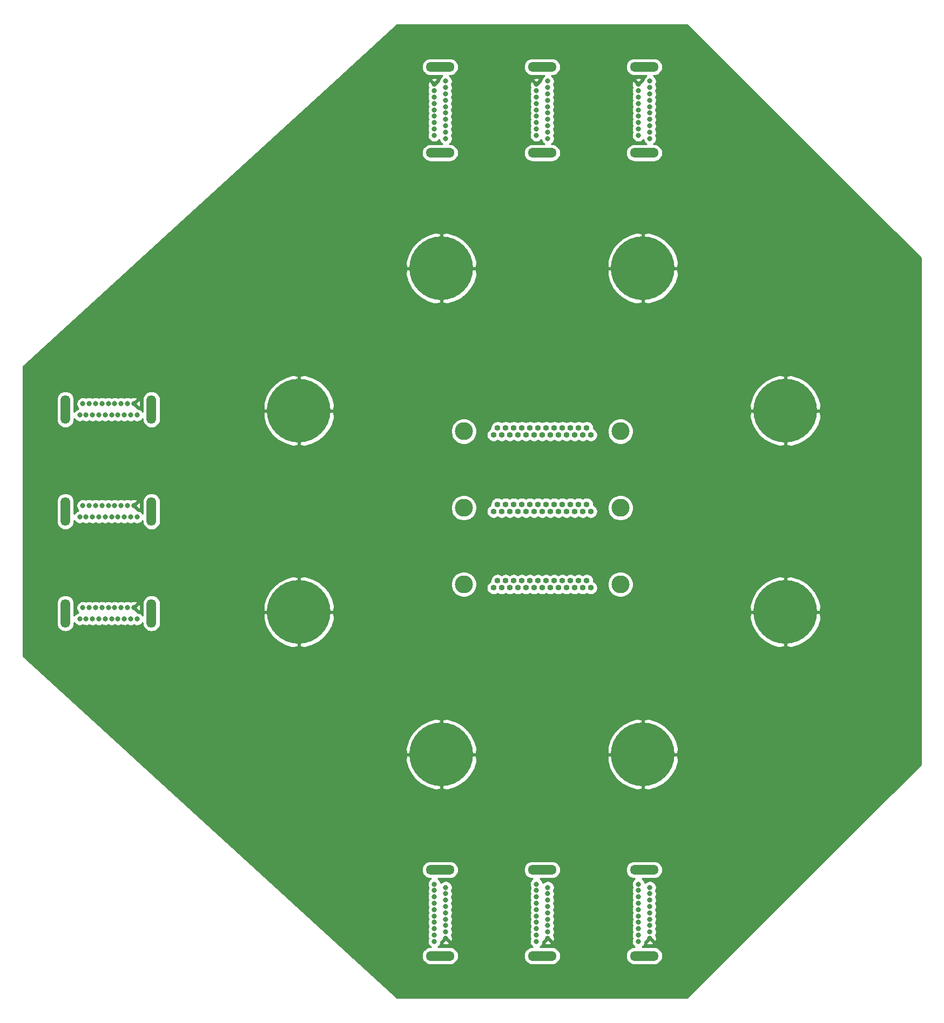
<source format=gbl>
%TF.GenerationSoftware,KiCad,Pcbnew,(5.1.9)-1*%
%TF.CreationDate,2021-08-11T17:59:35-06:00*%
%TF.ProjectId,VacuumFeedThruHDMI,56616375-756d-4466-9565-645468727548,rev?*%
%TF.SameCoordinates,Original*%
%TF.FileFunction,Copper,L4,Bot*%
%TF.FilePolarity,Positive*%
%FSLAX46Y46*%
G04 Gerber Fmt 4.6, Leading zero omitted, Abs format (unit mm)*
G04 Created by KiCad (PCBNEW (5.1.9)-1) date 2021-08-11 17:59:35*
%MOMM*%
%LPD*%
G01*
G04 APERTURE LIST*
%TA.AperFunction,ComponentPad*%
%ADD10O,4.500000X1.500000*%
%TD*%
%TA.AperFunction,ComponentPad*%
%ADD11C,0.800000*%
%TD*%
%TA.AperFunction,ComponentPad*%
%ADD12O,2.810000X2.810000*%
%TD*%
%TA.AperFunction,ComponentPad*%
%ADD13O,0.920000X0.920000*%
%TD*%
%TA.AperFunction,ComponentPad*%
%ADD14O,1.500000X4.500000*%
%TD*%
%TA.AperFunction,ComponentPad*%
%ADD15C,10.000000*%
%TD*%
%TA.AperFunction,Conductor*%
%ADD16C,0.254000*%
%TD*%
%TA.AperFunction,Conductor*%
%ADD17C,0.100000*%
%TD*%
G04 APERTURE END LIST*
D10*
%TO.P,J9,0*%
%TO.N,N/C*%
X16000000Y-56250000D03*
X16000000Y-69750000D03*
D11*
%TO.P,J9,19*%
%TO.N,Net-(J9-Pad19)*%
X15100000Y-58500000D03*
%TO.P,J9,18*%
%TO.N,Net-(J9-Pad18)*%
X16900000Y-59000000D03*
%TO.P,J9,17*%
%TO.N,GND*%
X15100000Y-59500000D03*
%TO.P,J9,16*%
%TO.N,Net-(J9-Pad16)*%
X16900000Y-60000000D03*
%TO.P,J9,15*%
%TO.N,Net-(J9-Pad15)*%
X15100000Y-60500000D03*
%TO.P,J9,14*%
%TO.N,Net-(J9-Pad14)*%
X16900000Y-61000000D03*
%TO.P,J9,13*%
%TO.N,Net-(J9-Pad13)*%
X15100000Y-61500000D03*
%TO.P,J9,12*%
%TO.N,Net-(J9-Pad12)*%
X16900000Y-62000000D03*
%TO.P,J9,11*%
%TO.N,GND*%
X15100000Y-62500000D03*
%TO.P,J9,10*%
%TO.N,Net-(J9-Pad10)*%
X16900000Y-63000000D03*
%TO.P,J9,9*%
%TO.N,Net-(J9-Pad9)*%
X15100000Y-63500000D03*
%TO.P,J9,8*%
%TO.N,GND*%
X16900000Y-64000000D03*
%TO.P,J9,7*%
%TO.N,Net-(J9-Pad7)*%
X15100000Y-64500000D03*
%TO.P,J9,6*%
%TO.N,Net-(J9-Pad6)*%
X16900000Y-65000000D03*
%TO.P,J9,5*%
%TO.N,GND*%
X15100000Y-65500000D03*
%TO.P,J9,4*%
%TO.N,Net-(J9-Pad4)*%
X16900000Y-66000000D03*
%TO.P,J9,3*%
%TO.N,Net-(J9-Pad3)*%
X15100000Y-66500000D03*
%TO.P,J9,2*%
%TO.N,GND*%
X16900000Y-67000000D03*
%TO.P,J9,1*%
%TO.N,Net-(J9-Pad1)*%
X15100000Y-67500000D03*
%TD*%
D12*
%TO.P,M3,27*%
%TO.N,N/C*%
X-12275000Y-11450000D03*
%TO.P,M3,26*%
X12275000Y-11450000D03*
D13*
%TO.P,M3,13*%
%TO.N,Net-(M3-Pad13)*%
X7620000Y-12000000D03*
%TO.P,M3,25*%
%TO.N,Net-(J9-Pad12)*%
X6985000Y-10900000D03*
%TO.P,M3,12*%
%TO.N,Net-(J9-Pad10)*%
X6350000Y-12000000D03*
%TO.P,M3,24*%
%TO.N,Net-(J9-Pad9)*%
X5715000Y-10900000D03*
%TO.P,M3,11*%
%TO.N,Net-(J9-Pad7)*%
X5080000Y-12000000D03*
%TO.P,M3,23*%
%TO.N,Net-(J9-Pad6)*%
X4445000Y-10900000D03*
%TO.P,M3,10*%
%TO.N,Net-(J9-Pad4)*%
X3810000Y-12000000D03*
%TO.P,M3,22*%
%TO.N,Net-(J9-Pad3)*%
X3175000Y-10900000D03*
%TO.P,M3,9*%
%TO.N,Net-(J9-Pad1)*%
X2540000Y-12000000D03*
%TO.P,M3,21*%
%TO.N,Net-(J8-Pad12)*%
X1905000Y-10900000D03*
%TO.P,M3,8*%
%TO.N,Net-(J8-Pad10)*%
X1270000Y-12000000D03*
%TO.P,M3,20*%
%TO.N,Net-(J8-Pad9)*%
X635000Y-10900000D03*
%TO.P,M3,7*%
%TO.N,Net-(J8-Pad7)*%
X0Y-12000000D03*
%TO.P,M3,19*%
%TO.N,Net-(J8-Pad6)*%
X-635000Y-10900000D03*
%TO.P,M3,6*%
%TO.N,Net-(J8-Pad4)*%
X-1270000Y-12000000D03*
%TO.P,M3,18*%
%TO.N,Net-(J8-Pad3)*%
X-1905000Y-10900000D03*
%TO.P,M3,5*%
%TO.N,Net-(J8-Pad1)*%
X-2540000Y-12000000D03*
%TO.P,M3,17*%
%TO.N,Net-(J7-Pad12)*%
X-3175000Y-10900000D03*
%TO.P,M3,4*%
%TO.N,Net-(J7-Pad10)*%
X-3810000Y-12000000D03*
%TO.P,M3,16*%
%TO.N,Net-(J7-Pad9)*%
X-4445000Y-10900000D03*
%TO.P,M3,3*%
%TO.N,Net-(J7-Pad7)*%
X-5080000Y-12000000D03*
%TO.P,M3,15*%
%TO.N,Net-(J7-Pad6)*%
X-5715000Y-10900000D03*
%TO.P,M3,2*%
%TO.N,Net-(J7-Pad4)*%
X-6350000Y-12000000D03*
%TO.P,M3,14*%
%TO.N,Net-(J7-Pad3)*%
X-6985000Y-10900000D03*
%TO.P,M3,1*%
%TO.N,Net-(J7-Pad1)*%
X-7620000Y-12000000D03*
%TD*%
D10*
%TO.P,J7,0*%
%TO.N,N/C*%
X-16000000Y-56250000D03*
X-16000000Y-69750000D03*
D11*
%TO.P,J7,19*%
%TO.N,Net-(J7-Pad19)*%
X-16900000Y-58500000D03*
%TO.P,J7,18*%
%TO.N,Net-(J7-Pad18)*%
X-15100000Y-59000000D03*
%TO.P,J7,17*%
%TO.N,GND*%
X-16900000Y-59500000D03*
%TO.P,J7,16*%
%TO.N,Net-(J7-Pad16)*%
X-15100000Y-60000000D03*
%TO.P,J7,15*%
%TO.N,Net-(J7-Pad15)*%
X-16900000Y-60500000D03*
%TO.P,J7,14*%
%TO.N,Net-(J7-Pad14)*%
X-15100000Y-61000000D03*
%TO.P,J7,13*%
%TO.N,Net-(J7-Pad13)*%
X-16900000Y-61500000D03*
%TO.P,J7,12*%
%TO.N,Net-(J7-Pad12)*%
X-15100000Y-62000000D03*
%TO.P,J7,11*%
%TO.N,GND*%
X-16900000Y-62500000D03*
%TO.P,J7,10*%
%TO.N,Net-(J7-Pad10)*%
X-15100000Y-63000000D03*
%TO.P,J7,9*%
%TO.N,Net-(J7-Pad9)*%
X-16900000Y-63500000D03*
%TO.P,J7,8*%
%TO.N,GND*%
X-15100000Y-64000000D03*
%TO.P,J7,7*%
%TO.N,Net-(J7-Pad7)*%
X-16900000Y-64500000D03*
%TO.P,J7,6*%
%TO.N,Net-(J7-Pad6)*%
X-15100000Y-65000000D03*
%TO.P,J7,5*%
%TO.N,GND*%
X-16900000Y-65500000D03*
%TO.P,J7,4*%
%TO.N,Net-(J7-Pad4)*%
X-15100000Y-66000000D03*
%TO.P,J7,3*%
%TO.N,Net-(J7-Pad3)*%
X-16900000Y-66500000D03*
%TO.P,J7,2*%
%TO.N,GND*%
X-15100000Y-67000000D03*
%TO.P,J7,1*%
%TO.N,Net-(J7-Pad1)*%
X-16900000Y-67500000D03*
%TD*%
D10*
%TO.P,J8,0*%
%TO.N,N/C*%
X0Y-56250000D03*
X0Y-69750000D03*
D11*
%TO.P,J8,19*%
%TO.N,Net-(J8-Pad19)*%
X-900000Y-58500000D03*
%TO.P,J8,18*%
%TO.N,Net-(J8-Pad18)*%
X900000Y-59000000D03*
%TO.P,J8,17*%
%TO.N,GND*%
X-900000Y-59500000D03*
%TO.P,J8,16*%
%TO.N,Net-(J8-Pad16)*%
X900000Y-60000000D03*
%TO.P,J8,15*%
%TO.N,Net-(J8-Pad15)*%
X-900000Y-60500000D03*
%TO.P,J8,14*%
%TO.N,Net-(J8-Pad14)*%
X900000Y-61000000D03*
%TO.P,J8,13*%
%TO.N,Net-(J8-Pad13)*%
X-900000Y-61500000D03*
%TO.P,J8,12*%
%TO.N,Net-(J8-Pad12)*%
X900000Y-62000000D03*
%TO.P,J8,11*%
%TO.N,GND*%
X-900000Y-62500000D03*
%TO.P,J8,10*%
%TO.N,Net-(J8-Pad10)*%
X900000Y-63000000D03*
%TO.P,J8,9*%
%TO.N,Net-(J8-Pad9)*%
X-900000Y-63500000D03*
%TO.P,J8,8*%
%TO.N,GND*%
X900000Y-64000000D03*
%TO.P,J8,7*%
%TO.N,Net-(J8-Pad7)*%
X-900000Y-64500000D03*
%TO.P,J8,6*%
%TO.N,Net-(J8-Pad6)*%
X900000Y-65000000D03*
%TO.P,J8,5*%
%TO.N,GND*%
X-900000Y-65500000D03*
%TO.P,J8,4*%
%TO.N,Net-(J8-Pad4)*%
X900000Y-66000000D03*
%TO.P,J8,3*%
%TO.N,Net-(J8-Pad3)*%
X-900000Y-66500000D03*
%TO.P,J8,2*%
%TO.N,GND*%
X900000Y-67000000D03*
%TO.P,J8,1*%
%TO.N,Net-(J8-Pad1)*%
X-900000Y-67500000D03*
%TD*%
D12*
%TO.P,M1,27*%
%TO.N,N/C*%
X-12275000Y12550000D03*
%TO.P,M1,26*%
X12275000Y12550000D03*
D13*
%TO.P,M1,13*%
%TO.N,Net-(M1-Pad13)*%
X7620000Y12000000D03*
%TO.P,M1,25*%
%TO.N,Net-(J3-Pad12)*%
X6985000Y13100000D03*
%TO.P,M1,12*%
%TO.N,Net-(J3-Pad10)*%
X6350000Y12000000D03*
%TO.P,M1,24*%
%TO.N,Net-(J3-Pad9)*%
X5715000Y13100000D03*
%TO.P,M1,11*%
%TO.N,Net-(J3-Pad7)*%
X5080000Y12000000D03*
%TO.P,M1,23*%
%TO.N,Net-(J3-Pad6)*%
X4445000Y13100000D03*
%TO.P,M1,10*%
%TO.N,Net-(J3-Pad4)*%
X3810000Y12000000D03*
%TO.P,M1,22*%
%TO.N,Net-(J3-Pad3)*%
X3175000Y13100000D03*
%TO.P,M1,9*%
%TO.N,Net-(J3-Pad1)*%
X2540000Y12000000D03*
%TO.P,M1,21*%
%TO.N,Net-(J2-Pad12)*%
X1905000Y13100000D03*
%TO.P,M1,8*%
%TO.N,Net-(J2-Pad10)*%
X1270000Y12000000D03*
%TO.P,M1,20*%
%TO.N,Net-(J2-Pad9)*%
X635000Y13100000D03*
%TO.P,M1,7*%
%TO.N,Net-(J2-Pad7)*%
X0Y12000000D03*
%TO.P,M1,19*%
%TO.N,Net-(J2-Pad6)*%
X-635000Y13100000D03*
%TO.P,M1,6*%
%TO.N,Net-(J2-Pad4)*%
X-1270000Y12000000D03*
%TO.P,M1,18*%
%TO.N,Net-(J2-Pad3)*%
X-1905000Y13100000D03*
%TO.P,M1,5*%
%TO.N,Net-(J2-Pad1)*%
X-2540000Y12000000D03*
%TO.P,M1,17*%
%TO.N,Net-(J1-Pad12)*%
X-3175000Y13100000D03*
%TO.P,M1,4*%
%TO.N,Net-(J1-Pad10)*%
X-3810000Y12000000D03*
%TO.P,M1,16*%
%TO.N,Net-(J1-Pad9)*%
X-4445000Y13100000D03*
%TO.P,M1,3*%
%TO.N,Net-(J1-Pad7)*%
X-5080000Y12000000D03*
%TO.P,M1,15*%
%TO.N,Net-(J1-Pad6)*%
X-5715000Y13100000D03*
%TO.P,M1,2*%
%TO.N,Net-(J1-Pad4)*%
X-6350000Y12000000D03*
%TO.P,M1,14*%
%TO.N,Net-(J1-Pad3)*%
X-6985000Y13100000D03*
%TO.P,M1,1*%
%TO.N,Net-(J1-Pad1)*%
X-7620000Y12000000D03*
%TD*%
D10*
%TO.P,J3,0*%
%TO.N,N/C*%
X16000000Y56250000D03*
X16000000Y69750000D03*
D11*
%TO.P,J3,19*%
%TO.N,Net-(J3-Pad19)*%
X16900000Y58500000D03*
%TO.P,J3,18*%
%TO.N,Net-(J3-Pad18)*%
X15100000Y59000000D03*
%TO.P,J3,17*%
%TO.N,GND*%
X16900000Y59500000D03*
%TO.P,J3,16*%
%TO.N,Net-(J3-Pad16)*%
X15100000Y60000000D03*
%TO.P,J3,15*%
%TO.N,Net-(J3-Pad15)*%
X16900000Y60500000D03*
%TO.P,J3,14*%
%TO.N,Net-(J3-Pad14)*%
X15100000Y61000000D03*
%TO.P,J3,13*%
%TO.N,Net-(J3-Pad13)*%
X16900000Y61500000D03*
%TO.P,J3,12*%
%TO.N,Net-(J3-Pad12)*%
X15100000Y62000000D03*
%TO.P,J3,11*%
%TO.N,GND*%
X16900000Y62500000D03*
%TO.P,J3,10*%
%TO.N,Net-(J3-Pad10)*%
X15100000Y63000000D03*
%TO.P,J3,9*%
%TO.N,Net-(J3-Pad9)*%
X16900000Y63500000D03*
%TO.P,J3,8*%
%TO.N,GND*%
X15100000Y64000000D03*
%TO.P,J3,7*%
%TO.N,Net-(J3-Pad7)*%
X16900000Y64500000D03*
%TO.P,J3,6*%
%TO.N,Net-(J3-Pad6)*%
X15100000Y65000000D03*
%TO.P,J3,5*%
%TO.N,GND*%
X16900000Y65500000D03*
%TO.P,J3,4*%
%TO.N,Net-(J3-Pad4)*%
X15100000Y66000000D03*
%TO.P,J3,3*%
%TO.N,Net-(J3-Pad3)*%
X16900000Y66500000D03*
%TO.P,J3,2*%
%TO.N,GND*%
X15100000Y67000000D03*
%TO.P,J3,1*%
%TO.N,Net-(J3-Pad1)*%
X16900000Y67500000D03*
%TD*%
D10*
%TO.P,J1,0*%
%TO.N,N/C*%
X-16000000Y56250000D03*
X-16000000Y69750000D03*
D11*
%TO.P,J1,19*%
%TO.N,Net-(J1-Pad19)*%
X-15100000Y58500000D03*
%TO.P,J1,18*%
%TO.N,Net-(J1-Pad18)*%
X-16900000Y59000000D03*
%TO.P,J1,17*%
%TO.N,GND*%
X-15100000Y59500000D03*
%TO.P,J1,16*%
%TO.N,Net-(J1-Pad16)*%
X-16900000Y60000000D03*
%TO.P,J1,15*%
%TO.N,Net-(J1-Pad15)*%
X-15100000Y60500000D03*
%TO.P,J1,14*%
%TO.N,Net-(J1-Pad14)*%
X-16900000Y61000000D03*
%TO.P,J1,13*%
%TO.N,Net-(J1-Pad13)*%
X-15100000Y61500000D03*
%TO.P,J1,12*%
%TO.N,Net-(J1-Pad12)*%
X-16900000Y62000000D03*
%TO.P,J1,11*%
%TO.N,GND*%
X-15100000Y62500000D03*
%TO.P,J1,10*%
%TO.N,Net-(J1-Pad10)*%
X-16900000Y63000000D03*
%TO.P,J1,9*%
%TO.N,Net-(J1-Pad9)*%
X-15100000Y63500000D03*
%TO.P,J1,8*%
%TO.N,GND*%
X-16900000Y64000000D03*
%TO.P,J1,7*%
%TO.N,Net-(J1-Pad7)*%
X-15100000Y64500000D03*
%TO.P,J1,6*%
%TO.N,Net-(J1-Pad6)*%
X-16900000Y65000000D03*
%TO.P,J1,5*%
%TO.N,GND*%
X-15100000Y65500000D03*
%TO.P,J1,4*%
%TO.N,Net-(J1-Pad4)*%
X-16900000Y66000000D03*
%TO.P,J1,3*%
%TO.N,Net-(J1-Pad3)*%
X-15100000Y66500000D03*
%TO.P,J1,2*%
%TO.N,GND*%
X-16900000Y67000000D03*
%TO.P,J1,1*%
%TO.N,Net-(J1-Pad1)*%
X-15100000Y67500000D03*
%TD*%
D10*
%TO.P,J2,0*%
%TO.N,N/C*%
X0Y56250000D03*
X0Y69750000D03*
D11*
%TO.P,J2,19*%
%TO.N,Net-(J2-Pad19)*%
X900000Y58500000D03*
%TO.P,J2,18*%
%TO.N,Net-(J2-Pad18)*%
X-900000Y59000000D03*
%TO.P,J2,17*%
%TO.N,GND*%
X900000Y59500000D03*
%TO.P,J2,16*%
%TO.N,Net-(J2-Pad16)*%
X-900000Y60000000D03*
%TO.P,J2,15*%
%TO.N,Net-(J2-Pad15)*%
X900000Y60500000D03*
%TO.P,J2,14*%
%TO.N,Net-(J2-Pad14)*%
X-900000Y61000000D03*
%TO.P,J2,13*%
%TO.N,Net-(J2-Pad13)*%
X900000Y61500000D03*
%TO.P,J2,12*%
%TO.N,Net-(J2-Pad12)*%
X-900000Y62000000D03*
%TO.P,J2,11*%
%TO.N,GND*%
X900000Y62500000D03*
%TO.P,J2,10*%
%TO.N,Net-(J2-Pad10)*%
X-900000Y63000000D03*
%TO.P,J2,9*%
%TO.N,Net-(J2-Pad9)*%
X900000Y63500000D03*
%TO.P,J2,8*%
%TO.N,GND*%
X-900000Y64000000D03*
%TO.P,J2,7*%
%TO.N,Net-(J2-Pad7)*%
X900000Y64500000D03*
%TO.P,J2,6*%
%TO.N,Net-(J2-Pad6)*%
X-900000Y65000000D03*
%TO.P,J2,5*%
%TO.N,GND*%
X900000Y65500000D03*
%TO.P,J2,4*%
%TO.N,Net-(J2-Pad4)*%
X-900000Y66000000D03*
%TO.P,J2,3*%
%TO.N,Net-(J2-Pad3)*%
X900000Y66500000D03*
%TO.P,J2,2*%
%TO.N,GND*%
X-900000Y67000000D03*
%TO.P,J2,1*%
%TO.N,Net-(J2-Pad1)*%
X900000Y67500000D03*
%TD*%
D12*
%TO.P,M2,27*%
%TO.N,N/C*%
X-12275000Y550000D03*
%TO.P,M2,26*%
X12275000Y550000D03*
D13*
%TO.P,M2,13*%
%TO.N,Net-(M2-Pad13)*%
X7620000Y0D03*
%TO.P,M2,25*%
%TO.N,Net-(J6-Pad12)*%
X6985000Y1100000D03*
%TO.P,M2,12*%
%TO.N,Net-(J6-Pad10)*%
X6350000Y0D03*
%TO.P,M2,24*%
%TO.N,Net-(J6-Pad9)*%
X5715000Y1100000D03*
%TO.P,M2,11*%
%TO.N,Net-(J6-Pad7)*%
X5080000Y0D03*
%TO.P,M2,23*%
%TO.N,Net-(J6-Pad6)*%
X4445000Y1100000D03*
%TO.P,M2,10*%
%TO.N,Net-(J6-Pad4)*%
X3810000Y0D03*
%TO.P,M2,22*%
%TO.N,Net-(J6-Pad3)*%
X3175000Y1100000D03*
%TO.P,M2,9*%
%TO.N,Net-(J6-Pad1)*%
X2540000Y0D03*
%TO.P,M2,21*%
%TO.N,Net-(J5-Pad12)*%
X1905000Y1100000D03*
%TO.P,M2,8*%
%TO.N,Net-(J5-Pad10)*%
X1270000Y0D03*
%TO.P,M2,20*%
%TO.N,Net-(J5-Pad9)*%
X635000Y1100000D03*
%TO.P,M2,7*%
%TO.N,Net-(J5-Pad7)*%
X0Y0D03*
%TO.P,M2,19*%
%TO.N,Net-(J5-Pad6)*%
X-635000Y1100000D03*
%TO.P,M2,6*%
%TO.N,Net-(J5-Pad4)*%
X-1270000Y0D03*
%TO.P,M2,18*%
%TO.N,Net-(J5-Pad3)*%
X-1905000Y1100000D03*
%TO.P,M2,5*%
%TO.N,Net-(J5-Pad1)*%
X-2540000Y0D03*
%TO.P,M2,17*%
%TO.N,Net-(J4-Pad12)*%
X-3175000Y1100000D03*
%TO.P,M2,4*%
%TO.N,Net-(J4-Pad10)*%
X-3810000Y0D03*
%TO.P,M2,16*%
%TO.N,Net-(J4-Pad9)*%
X-4445000Y1100000D03*
%TO.P,M2,3*%
%TO.N,Net-(J4-Pad7)*%
X-5080000Y0D03*
%TO.P,M2,15*%
%TO.N,Net-(J4-Pad6)*%
X-5715000Y1100000D03*
%TO.P,M2,2*%
%TO.N,Net-(J4-Pad4)*%
X-6350000Y0D03*
%TO.P,M2,14*%
%TO.N,Net-(J4-Pad3)*%
X-6985000Y1100000D03*
%TO.P,M2,1*%
%TO.N,Net-(J4-Pad1)*%
X-7620000Y0D03*
%TD*%
D14*
%TO.P,J6,0*%
%TO.N,N/C*%
X-74750000Y16000000D03*
X-61250000Y16000000D03*
D11*
%TO.P,J6,19*%
%TO.N,Net-(J6-Pad19)*%
X-72500000Y15100000D03*
%TO.P,J6,18*%
%TO.N,Net-(J6-Pad18)*%
X-72000000Y16900000D03*
%TO.P,J6,17*%
%TO.N,GND*%
X-71500000Y15100000D03*
%TO.P,J6,16*%
%TO.N,Net-(J6-Pad16)*%
X-71000000Y16900000D03*
%TO.P,J6,15*%
%TO.N,Net-(J6-Pad15)*%
X-70500000Y15100000D03*
%TO.P,J6,14*%
%TO.N,Net-(J6-Pad14)*%
X-70000000Y16900000D03*
%TO.P,J6,13*%
%TO.N,Net-(J6-Pad13)*%
X-69500000Y15100000D03*
%TO.P,J6,12*%
%TO.N,Net-(J6-Pad12)*%
X-69000000Y16900000D03*
%TO.P,J6,11*%
%TO.N,GND*%
X-68500000Y15100000D03*
%TO.P,J6,10*%
%TO.N,Net-(J6-Pad10)*%
X-68000000Y16900000D03*
%TO.P,J6,9*%
%TO.N,Net-(J6-Pad9)*%
X-67500000Y15100000D03*
%TO.P,J6,8*%
%TO.N,GND*%
X-67000000Y16900000D03*
%TO.P,J6,7*%
%TO.N,Net-(J6-Pad7)*%
X-66500000Y15100000D03*
%TO.P,J6,6*%
%TO.N,Net-(J6-Pad6)*%
X-66000000Y16900000D03*
%TO.P,J6,5*%
%TO.N,GND*%
X-65500000Y15100000D03*
%TO.P,J6,4*%
%TO.N,Net-(J6-Pad4)*%
X-65000000Y16900000D03*
%TO.P,J6,3*%
%TO.N,Net-(J6-Pad3)*%
X-64500000Y15100000D03*
%TO.P,J6,2*%
%TO.N,GND*%
X-64000000Y16900000D03*
%TO.P,J6,1*%
%TO.N,Net-(J6-Pad1)*%
X-63500000Y15100000D03*
%TD*%
D14*
%TO.P,J4,0*%
%TO.N,N/C*%
X-74750000Y-16000000D03*
X-61250000Y-16000000D03*
D11*
%TO.P,J4,19*%
%TO.N,Net-(J4-Pad19)*%
X-72500000Y-16900000D03*
%TO.P,J4,18*%
%TO.N,Net-(J4-Pad18)*%
X-72000000Y-15100000D03*
%TO.P,J4,17*%
%TO.N,GND*%
X-71500000Y-16900000D03*
%TO.P,J4,16*%
%TO.N,Net-(J4-Pad16)*%
X-71000000Y-15100000D03*
%TO.P,J4,15*%
%TO.N,Net-(J4-Pad15)*%
X-70500000Y-16900000D03*
%TO.P,J4,14*%
%TO.N,Net-(J4-Pad14)*%
X-70000000Y-15100000D03*
%TO.P,J4,13*%
%TO.N,Net-(J4-Pad13)*%
X-69500000Y-16900000D03*
%TO.P,J4,12*%
%TO.N,Net-(J4-Pad12)*%
X-69000000Y-15100000D03*
%TO.P,J4,11*%
%TO.N,GND*%
X-68500000Y-16900000D03*
%TO.P,J4,10*%
%TO.N,Net-(J4-Pad10)*%
X-68000000Y-15100000D03*
%TO.P,J4,9*%
%TO.N,Net-(J4-Pad9)*%
X-67500000Y-16900000D03*
%TO.P,J4,8*%
%TO.N,GND*%
X-67000000Y-15100000D03*
%TO.P,J4,7*%
%TO.N,Net-(J4-Pad7)*%
X-66500000Y-16900000D03*
%TO.P,J4,6*%
%TO.N,Net-(J4-Pad6)*%
X-66000000Y-15100000D03*
%TO.P,J4,5*%
%TO.N,GND*%
X-65500000Y-16900000D03*
%TO.P,J4,4*%
%TO.N,Net-(J4-Pad4)*%
X-65000000Y-15100000D03*
%TO.P,J4,3*%
%TO.N,Net-(J4-Pad3)*%
X-64500000Y-16900000D03*
%TO.P,J4,2*%
%TO.N,GND*%
X-64000000Y-15100000D03*
%TO.P,J4,1*%
%TO.N,Net-(J4-Pad1)*%
X-63500000Y-16900000D03*
%TD*%
D14*
%TO.P,J5,0*%
%TO.N,N/C*%
X-74750000Y0D03*
X-61250000Y0D03*
D11*
%TO.P,J5,19*%
%TO.N,Net-(J5-Pad19)*%
X-72500000Y-900000D03*
%TO.P,J5,18*%
%TO.N,Net-(J5-Pad18)*%
X-72000000Y900000D03*
%TO.P,J5,17*%
%TO.N,GND*%
X-71500000Y-900000D03*
%TO.P,J5,16*%
%TO.N,Net-(J5-Pad16)*%
X-71000000Y900000D03*
%TO.P,J5,15*%
%TO.N,Net-(J5-Pad15)*%
X-70500000Y-900000D03*
%TO.P,J5,14*%
%TO.N,Net-(J5-Pad14)*%
X-70000000Y900000D03*
%TO.P,J5,13*%
%TO.N,Net-(J5-Pad13)*%
X-69500000Y-900000D03*
%TO.P,J5,12*%
%TO.N,Net-(J5-Pad12)*%
X-69000000Y900000D03*
%TO.P,J5,11*%
%TO.N,GND*%
X-68500000Y-900000D03*
%TO.P,J5,10*%
%TO.N,Net-(J5-Pad10)*%
X-68000000Y900000D03*
%TO.P,J5,9*%
%TO.N,Net-(J5-Pad9)*%
X-67500000Y-900000D03*
%TO.P,J5,8*%
%TO.N,GND*%
X-67000000Y900000D03*
%TO.P,J5,7*%
%TO.N,Net-(J5-Pad7)*%
X-66500000Y-900000D03*
%TO.P,J5,6*%
%TO.N,Net-(J5-Pad6)*%
X-66000000Y900000D03*
%TO.P,J5,5*%
%TO.N,GND*%
X-65500000Y-900000D03*
%TO.P,J5,4*%
%TO.N,Net-(J5-Pad4)*%
X-65000000Y900000D03*
%TO.P,J5,3*%
%TO.N,Net-(J5-Pad3)*%
X-64500000Y-900000D03*
%TO.P,J5,2*%
%TO.N,GND*%
X-64000000Y900000D03*
%TO.P,J5,1*%
%TO.N,Net-(J5-Pad1)*%
X-63500000Y-900000D03*
%TD*%
D15*
%TO.P,M2,1*%
%TO.N,GND*%
X15795259Y-38133128D03*
%TO.P,M2,2*%
X38133128Y-15795259D03*
%TO.P,M2,3*%
X38133128Y15795259D03*
%TO.P,M2,4*%
X15795259Y38133128D03*
%TO.P,M2,5*%
X-15795259Y38133128D03*
%TO.P,M2,6*%
X-38133128Y15795259D03*
%TO.P,M2,7*%
X-38133128Y-15795259D03*
%TO.P,M2,8*%
X-15795259Y-38133128D03*
%TD*%
D16*
%TO.N,GND*%
X59340001Y39726618D02*
X59340000Y-39726619D01*
X22726620Y-76340000D01*
X-22743562Y-76340000D01*
X-44693747Y-56250000D01*
X-18891701Y-56250000D01*
X-18864960Y-56521507D01*
X-18785764Y-56782581D01*
X-18657157Y-57023188D01*
X-18484081Y-57234081D01*
X-18273188Y-57407157D01*
X-18032581Y-57535764D01*
X-17771507Y-57614960D01*
X-17568037Y-57635000D01*
X-17468387Y-57635000D01*
X-17559774Y-57696063D01*
X-17703937Y-57840226D01*
X-17817205Y-58009744D01*
X-17895226Y-58198102D01*
X-17935000Y-58398061D01*
X-17935000Y-58601939D01*
X-17895226Y-58801898D01*
X-17817205Y-58990256D01*
X-17811157Y-58999308D01*
X-17890577Y-59183184D01*
X-17933351Y-59382523D01*
X-17936413Y-59586377D01*
X-17899647Y-59786912D01*
X-17824466Y-59976420D01*
X-17811344Y-60000972D01*
X-17817205Y-60009744D01*
X-17895226Y-60198102D01*
X-17935000Y-60398061D01*
X-17935000Y-60601939D01*
X-17895226Y-60801898D01*
X-17817205Y-60990256D01*
X-17810694Y-61000000D01*
X-17817205Y-61009744D01*
X-17895226Y-61198102D01*
X-17935000Y-61398061D01*
X-17935000Y-61601939D01*
X-17895226Y-61801898D01*
X-17817205Y-61990256D01*
X-17811157Y-61999308D01*
X-17890577Y-62183184D01*
X-17933351Y-62382523D01*
X-17936413Y-62586377D01*
X-17899647Y-62786912D01*
X-17824466Y-62976420D01*
X-17811344Y-63000972D01*
X-17817205Y-63009744D01*
X-17895226Y-63198102D01*
X-17935000Y-63398061D01*
X-17935000Y-63601939D01*
X-17895226Y-63801898D01*
X-17817205Y-63990256D01*
X-17810694Y-64000000D01*
X-17817205Y-64009744D01*
X-17895226Y-64198102D01*
X-17935000Y-64398061D01*
X-17935000Y-64601939D01*
X-17895226Y-64801898D01*
X-17817205Y-64990256D01*
X-17811157Y-64999308D01*
X-17890577Y-65183184D01*
X-17933351Y-65382523D01*
X-17936413Y-65586377D01*
X-17899647Y-65786912D01*
X-17824466Y-65976420D01*
X-17811344Y-66000972D01*
X-17817205Y-66009744D01*
X-17895226Y-66198102D01*
X-17935000Y-66398061D01*
X-17935000Y-66601939D01*
X-17895226Y-66801898D01*
X-17817205Y-66990256D01*
X-17810694Y-67000000D01*
X-17817205Y-67009744D01*
X-17895226Y-67198102D01*
X-17935000Y-67398061D01*
X-17935000Y-67601939D01*
X-17895226Y-67801898D01*
X-17817205Y-67990256D01*
X-17703937Y-68159774D01*
X-17559774Y-68303937D01*
X-17468387Y-68365000D01*
X-17568037Y-68365000D01*
X-17771507Y-68385040D01*
X-18032581Y-68464236D01*
X-18273188Y-68592843D01*
X-18484081Y-68765919D01*
X-18657157Y-68976812D01*
X-18785764Y-69217419D01*
X-18864960Y-69478493D01*
X-18891701Y-69750000D01*
X-18864960Y-70021507D01*
X-18785764Y-70282581D01*
X-18657157Y-70523188D01*
X-18484081Y-70734081D01*
X-18273188Y-70907157D01*
X-18032581Y-71035764D01*
X-17771507Y-71114960D01*
X-17568037Y-71135000D01*
X-14431963Y-71135000D01*
X-14228493Y-71114960D01*
X-13967419Y-71035764D01*
X-13726812Y-70907157D01*
X-13515919Y-70734081D01*
X-13342843Y-70523188D01*
X-13214236Y-70282581D01*
X-13135040Y-70021507D01*
X-13108299Y-69750000D01*
X-13135040Y-69478493D01*
X-13214236Y-69217419D01*
X-13342843Y-68976812D01*
X-13515919Y-68765919D01*
X-13726812Y-68592843D01*
X-13967419Y-68464236D01*
X-14228493Y-68385040D01*
X-14431963Y-68365000D01*
X-16331613Y-68365000D01*
X-16240226Y-68303937D01*
X-16096063Y-68159774D01*
X-15982795Y-67990256D01*
X-15904774Y-67801898D01*
X-15885787Y-67706441D01*
X-15626836Y-67706441D01*
X-15603981Y-67909736D01*
X-15416816Y-67990577D01*
X-15217477Y-68033351D01*
X-15013623Y-68036413D01*
X-14813088Y-67999647D01*
X-14623580Y-67924466D01*
X-14596019Y-67909736D01*
X-14573164Y-67706441D01*
X-15100000Y-67179605D01*
X-15626836Y-67706441D01*
X-15885787Y-67706441D01*
X-15865000Y-67601939D01*
X-15865000Y-67520253D01*
X-15806441Y-67526836D01*
X-15295913Y-67016308D01*
X-15201939Y-67035000D01*
X-14998061Y-67035000D01*
X-14904087Y-67016308D01*
X-14393559Y-67526836D01*
X-14190264Y-67503981D01*
X-14109423Y-67316816D01*
X-14066649Y-67117477D01*
X-14063587Y-66913623D01*
X-14100353Y-66713088D01*
X-14175534Y-66523580D01*
X-14188656Y-66499028D01*
X-14182795Y-66490256D01*
X-14104774Y-66301898D01*
X-14065000Y-66101939D01*
X-14065000Y-65898061D01*
X-14104774Y-65698102D01*
X-14182795Y-65509744D01*
X-14189306Y-65500000D01*
X-14182795Y-65490256D01*
X-14104774Y-65301898D01*
X-14065000Y-65101939D01*
X-14065000Y-64898061D01*
X-14104774Y-64698102D01*
X-14182795Y-64509744D01*
X-14188843Y-64500692D01*
X-14109423Y-64316816D01*
X-14066649Y-64117477D01*
X-14063587Y-63913623D01*
X-14100353Y-63713088D01*
X-14175534Y-63523580D01*
X-14188656Y-63499028D01*
X-14182795Y-63490256D01*
X-14104774Y-63301898D01*
X-14065000Y-63101939D01*
X-14065000Y-62898061D01*
X-14104774Y-62698102D01*
X-14182795Y-62509744D01*
X-14189306Y-62500000D01*
X-14182795Y-62490256D01*
X-14104774Y-62301898D01*
X-14065000Y-62101939D01*
X-14065000Y-61898061D01*
X-14104774Y-61698102D01*
X-14182795Y-61509744D01*
X-14189306Y-61500000D01*
X-14182795Y-61490256D01*
X-14104774Y-61301898D01*
X-14065000Y-61101939D01*
X-14065000Y-60898061D01*
X-14104774Y-60698102D01*
X-14182795Y-60509744D01*
X-14189306Y-60500000D01*
X-14182795Y-60490256D01*
X-14104774Y-60301898D01*
X-14065000Y-60101939D01*
X-14065000Y-59898061D01*
X-14104774Y-59698102D01*
X-14182795Y-59509744D01*
X-14189306Y-59500000D01*
X-14182795Y-59490256D01*
X-14104774Y-59301898D01*
X-14065000Y-59101939D01*
X-14065000Y-58898061D01*
X-14104774Y-58698102D01*
X-14182795Y-58509744D01*
X-14296063Y-58340226D01*
X-14440226Y-58196063D01*
X-14609744Y-58082795D01*
X-14798102Y-58004774D01*
X-14998061Y-57965000D01*
X-15201939Y-57965000D01*
X-15401898Y-58004774D01*
X-15590256Y-58082795D01*
X-15759774Y-58196063D01*
X-15881055Y-58317344D01*
X-15904774Y-58198102D01*
X-15982795Y-58009744D01*
X-16096063Y-57840226D01*
X-16240226Y-57696063D01*
X-16331613Y-57635000D01*
X-14431963Y-57635000D01*
X-14228493Y-57614960D01*
X-13967419Y-57535764D01*
X-13726812Y-57407157D01*
X-13515919Y-57234081D01*
X-13342843Y-57023188D01*
X-13214236Y-56782581D01*
X-13135040Y-56521507D01*
X-13108299Y-56250000D01*
X-2891701Y-56250000D01*
X-2864960Y-56521507D01*
X-2785764Y-56782581D01*
X-2657157Y-57023188D01*
X-2484081Y-57234081D01*
X-2273188Y-57407157D01*
X-2032581Y-57535764D01*
X-1771507Y-57614960D01*
X-1568037Y-57635000D01*
X-1468387Y-57635000D01*
X-1559774Y-57696063D01*
X-1703937Y-57840226D01*
X-1817205Y-58009744D01*
X-1895226Y-58198102D01*
X-1935000Y-58398061D01*
X-1935000Y-58601939D01*
X-1895226Y-58801898D01*
X-1817205Y-58990256D01*
X-1811157Y-58999308D01*
X-1890577Y-59183184D01*
X-1933351Y-59382523D01*
X-1936413Y-59586377D01*
X-1899647Y-59786912D01*
X-1824466Y-59976420D01*
X-1811344Y-60000972D01*
X-1817205Y-60009744D01*
X-1895226Y-60198102D01*
X-1935000Y-60398061D01*
X-1935000Y-60601939D01*
X-1895226Y-60801898D01*
X-1817205Y-60990256D01*
X-1810694Y-61000000D01*
X-1817205Y-61009744D01*
X-1895226Y-61198102D01*
X-1935000Y-61398061D01*
X-1935000Y-61601939D01*
X-1895226Y-61801898D01*
X-1817205Y-61990256D01*
X-1811157Y-61999308D01*
X-1890577Y-62183184D01*
X-1933351Y-62382523D01*
X-1936413Y-62586377D01*
X-1899647Y-62786912D01*
X-1824466Y-62976420D01*
X-1811344Y-63000972D01*
X-1817205Y-63009744D01*
X-1895226Y-63198102D01*
X-1935000Y-63398061D01*
X-1935000Y-63601939D01*
X-1895226Y-63801898D01*
X-1817205Y-63990256D01*
X-1810694Y-64000000D01*
X-1817205Y-64009744D01*
X-1895226Y-64198102D01*
X-1935000Y-64398061D01*
X-1935000Y-64601939D01*
X-1895226Y-64801898D01*
X-1817205Y-64990256D01*
X-1811157Y-64999308D01*
X-1890577Y-65183184D01*
X-1933351Y-65382523D01*
X-1936413Y-65586377D01*
X-1899647Y-65786912D01*
X-1824466Y-65976420D01*
X-1811344Y-66000972D01*
X-1817205Y-66009744D01*
X-1895226Y-66198102D01*
X-1935000Y-66398061D01*
X-1935000Y-66601939D01*
X-1895226Y-66801898D01*
X-1817205Y-66990256D01*
X-1810694Y-67000000D01*
X-1817205Y-67009744D01*
X-1895226Y-67198102D01*
X-1935000Y-67398061D01*
X-1935000Y-67601939D01*
X-1895226Y-67801898D01*
X-1817205Y-67990256D01*
X-1703937Y-68159774D01*
X-1559774Y-68303937D01*
X-1468387Y-68365000D01*
X-1568037Y-68365000D01*
X-1771507Y-68385040D01*
X-2032581Y-68464236D01*
X-2273188Y-68592843D01*
X-2484081Y-68765919D01*
X-2657157Y-68976812D01*
X-2785764Y-69217419D01*
X-2864960Y-69478493D01*
X-2891701Y-69750000D01*
X-2864960Y-70021507D01*
X-2785764Y-70282581D01*
X-2657157Y-70523188D01*
X-2484081Y-70734081D01*
X-2273188Y-70907157D01*
X-2032581Y-71035764D01*
X-1771507Y-71114960D01*
X-1568037Y-71135000D01*
X1568037Y-71135000D01*
X1771507Y-71114960D01*
X2032581Y-71035764D01*
X2273188Y-70907157D01*
X2484081Y-70734081D01*
X2657157Y-70523188D01*
X2785764Y-70282581D01*
X2864960Y-70021507D01*
X2891701Y-69750000D01*
X2864960Y-69478493D01*
X2785764Y-69217419D01*
X2657157Y-68976812D01*
X2484081Y-68765919D01*
X2273188Y-68592843D01*
X2032581Y-68464236D01*
X1771507Y-68385040D01*
X1568037Y-68365000D01*
X-331613Y-68365000D01*
X-240226Y-68303937D01*
X-96063Y-68159774D01*
X17205Y-67990256D01*
X95226Y-67801898D01*
X114213Y-67706441D01*
X373164Y-67706441D01*
X396019Y-67909736D01*
X583184Y-67990577D01*
X782523Y-68033351D01*
X986377Y-68036413D01*
X1186912Y-67999647D01*
X1376420Y-67924466D01*
X1403981Y-67909736D01*
X1426836Y-67706441D01*
X900000Y-67179605D01*
X373164Y-67706441D01*
X114213Y-67706441D01*
X135000Y-67601939D01*
X135000Y-67520253D01*
X193559Y-67526836D01*
X704087Y-67016308D01*
X798061Y-67035000D01*
X1001939Y-67035000D01*
X1095913Y-67016308D01*
X1606441Y-67526836D01*
X1809736Y-67503981D01*
X1890577Y-67316816D01*
X1933351Y-67117477D01*
X1936413Y-66913623D01*
X1899647Y-66713088D01*
X1824466Y-66523580D01*
X1811344Y-66499028D01*
X1817205Y-66490256D01*
X1895226Y-66301898D01*
X1935000Y-66101939D01*
X1935000Y-65898061D01*
X1895226Y-65698102D01*
X1817205Y-65509744D01*
X1810694Y-65500000D01*
X1817205Y-65490256D01*
X1895226Y-65301898D01*
X1935000Y-65101939D01*
X1935000Y-64898061D01*
X1895226Y-64698102D01*
X1817205Y-64509744D01*
X1811157Y-64500692D01*
X1890577Y-64316816D01*
X1933351Y-64117477D01*
X1936413Y-63913623D01*
X1899647Y-63713088D01*
X1824466Y-63523580D01*
X1811344Y-63499028D01*
X1817205Y-63490256D01*
X1895226Y-63301898D01*
X1935000Y-63101939D01*
X1935000Y-62898061D01*
X1895226Y-62698102D01*
X1817205Y-62509744D01*
X1810694Y-62500000D01*
X1817205Y-62490256D01*
X1895226Y-62301898D01*
X1935000Y-62101939D01*
X1935000Y-61898061D01*
X1895226Y-61698102D01*
X1817205Y-61509744D01*
X1810694Y-61500000D01*
X1817205Y-61490256D01*
X1895226Y-61301898D01*
X1935000Y-61101939D01*
X1935000Y-60898061D01*
X1895226Y-60698102D01*
X1817205Y-60509744D01*
X1810694Y-60500000D01*
X1817205Y-60490256D01*
X1895226Y-60301898D01*
X1935000Y-60101939D01*
X1935000Y-59898061D01*
X1895226Y-59698102D01*
X1817205Y-59509744D01*
X1810694Y-59500000D01*
X1817205Y-59490256D01*
X1895226Y-59301898D01*
X1935000Y-59101939D01*
X1935000Y-58898061D01*
X1895226Y-58698102D01*
X1817205Y-58509744D01*
X1703937Y-58340226D01*
X1559774Y-58196063D01*
X1390256Y-58082795D01*
X1201898Y-58004774D01*
X1001939Y-57965000D01*
X798061Y-57965000D01*
X598102Y-58004774D01*
X409744Y-58082795D01*
X240226Y-58196063D01*
X118945Y-58317344D01*
X95226Y-58198102D01*
X17205Y-58009744D01*
X-96063Y-57840226D01*
X-240226Y-57696063D01*
X-331613Y-57635000D01*
X1568037Y-57635000D01*
X1771507Y-57614960D01*
X2032581Y-57535764D01*
X2273188Y-57407157D01*
X2484081Y-57234081D01*
X2657157Y-57023188D01*
X2785764Y-56782581D01*
X2864960Y-56521507D01*
X2891701Y-56250000D01*
X13108299Y-56250000D01*
X13135040Y-56521507D01*
X13214236Y-56782581D01*
X13342843Y-57023188D01*
X13515919Y-57234081D01*
X13726812Y-57407157D01*
X13967419Y-57535764D01*
X14228493Y-57614960D01*
X14431963Y-57635000D01*
X14531613Y-57635000D01*
X14440226Y-57696063D01*
X14296063Y-57840226D01*
X14182795Y-58009744D01*
X14104774Y-58198102D01*
X14065000Y-58398061D01*
X14065000Y-58601939D01*
X14104774Y-58801898D01*
X14182795Y-58990256D01*
X14188843Y-58999308D01*
X14109423Y-59183184D01*
X14066649Y-59382523D01*
X14063587Y-59586377D01*
X14100353Y-59786912D01*
X14175534Y-59976420D01*
X14188656Y-60000972D01*
X14182795Y-60009744D01*
X14104774Y-60198102D01*
X14065000Y-60398061D01*
X14065000Y-60601939D01*
X14104774Y-60801898D01*
X14182795Y-60990256D01*
X14189306Y-61000000D01*
X14182795Y-61009744D01*
X14104774Y-61198102D01*
X14065000Y-61398061D01*
X14065000Y-61601939D01*
X14104774Y-61801898D01*
X14182795Y-61990256D01*
X14188843Y-61999308D01*
X14109423Y-62183184D01*
X14066649Y-62382523D01*
X14063587Y-62586377D01*
X14100353Y-62786912D01*
X14175534Y-62976420D01*
X14188656Y-63000972D01*
X14182795Y-63009744D01*
X14104774Y-63198102D01*
X14065000Y-63398061D01*
X14065000Y-63601939D01*
X14104774Y-63801898D01*
X14182795Y-63990256D01*
X14189306Y-64000000D01*
X14182795Y-64009744D01*
X14104774Y-64198102D01*
X14065000Y-64398061D01*
X14065000Y-64601939D01*
X14104774Y-64801898D01*
X14182795Y-64990256D01*
X14188843Y-64999308D01*
X14109423Y-65183184D01*
X14066649Y-65382523D01*
X14063587Y-65586377D01*
X14100353Y-65786912D01*
X14175534Y-65976420D01*
X14188656Y-66000972D01*
X14182795Y-66009744D01*
X14104774Y-66198102D01*
X14065000Y-66398061D01*
X14065000Y-66601939D01*
X14104774Y-66801898D01*
X14182795Y-66990256D01*
X14189306Y-67000000D01*
X14182795Y-67009744D01*
X14104774Y-67198102D01*
X14065000Y-67398061D01*
X14065000Y-67601939D01*
X14104774Y-67801898D01*
X14182795Y-67990256D01*
X14296063Y-68159774D01*
X14440226Y-68303937D01*
X14531613Y-68365000D01*
X14431963Y-68365000D01*
X14228493Y-68385040D01*
X13967419Y-68464236D01*
X13726812Y-68592843D01*
X13515919Y-68765919D01*
X13342843Y-68976812D01*
X13214236Y-69217419D01*
X13135040Y-69478493D01*
X13108299Y-69750000D01*
X13135040Y-70021507D01*
X13214236Y-70282581D01*
X13342843Y-70523188D01*
X13515919Y-70734081D01*
X13726812Y-70907157D01*
X13967419Y-71035764D01*
X14228493Y-71114960D01*
X14431963Y-71135000D01*
X17568037Y-71135000D01*
X17771507Y-71114960D01*
X18032581Y-71035764D01*
X18273188Y-70907157D01*
X18484081Y-70734081D01*
X18657157Y-70523188D01*
X18785764Y-70282581D01*
X18864960Y-70021507D01*
X18891701Y-69750000D01*
X18864960Y-69478493D01*
X18785764Y-69217419D01*
X18657157Y-68976812D01*
X18484081Y-68765919D01*
X18273188Y-68592843D01*
X18032581Y-68464236D01*
X17771507Y-68385040D01*
X17568037Y-68365000D01*
X15668387Y-68365000D01*
X15759774Y-68303937D01*
X15903937Y-68159774D01*
X16017205Y-67990256D01*
X16095226Y-67801898D01*
X16114213Y-67706441D01*
X16373164Y-67706441D01*
X16396019Y-67909736D01*
X16583184Y-67990577D01*
X16782523Y-68033351D01*
X16986377Y-68036413D01*
X17186912Y-67999647D01*
X17376420Y-67924466D01*
X17403981Y-67909736D01*
X17426836Y-67706441D01*
X16900000Y-67179605D01*
X16373164Y-67706441D01*
X16114213Y-67706441D01*
X16135000Y-67601939D01*
X16135000Y-67520253D01*
X16193559Y-67526836D01*
X16704087Y-67016308D01*
X16798061Y-67035000D01*
X17001939Y-67035000D01*
X17095913Y-67016308D01*
X17606441Y-67526836D01*
X17809736Y-67503981D01*
X17890577Y-67316816D01*
X17933351Y-67117477D01*
X17936413Y-66913623D01*
X17899647Y-66713088D01*
X17824466Y-66523580D01*
X17811344Y-66499028D01*
X17817205Y-66490256D01*
X17895226Y-66301898D01*
X17935000Y-66101939D01*
X17935000Y-65898061D01*
X17895226Y-65698102D01*
X17817205Y-65509744D01*
X17810694Y-65500000D01*
X17817205Y-65490256D01*
X17895226Y-65301898D01*
X17935000Y-65101939D01*
X17935000Y-64898061D01*
X17895226Y-64698102D01*
X17817205Y-64509744D01*
X17811157Y-64500692D01*
X17890577Y-64316816D01*
X17933351Y-64117477D01*
X17936413Y-63913623D01*
X17899647Y-63713088D01*
X17824466Y-63523580D01*
X17811344Y-63499028D01*
X17817205Y-63490256D01*
X17895226Y-63301898D01*
X17935000Y-63101939D01*
X17935000Y-62898061D01*
X17895226Y-62698102D01*
X17817205Y-62509744D01*
X17810694Y-62500000D01*
X17817205Y-62490256D01*
X17895226Y-62301898D01*
X17935000Y-62101939D01*
X17935000Y-61898061D01*
X17895226Y-61698102D01*
X17817205Y-61509744D01*
X17810694Y-61500000D01*
X17817205Y-61490256D01*
X17895226Y-61301898D01*
X17935000Y-61101939D01*
X17935000Y-60898061D01*
X17895226Y-60698102D01*
X17817205Y-60509744D01*
X17810694Y-60500000D01*
X17817205Y-60490256D01*
X17895226Y-60301898D01*
X17935000Y-60101939D01*
X17935000Y-59898061D01*
X17895226Y-59698102D01*
X17817205Y-59509744D01*
X17810694Y-59500000D01*
X17817205Y-59490256D01*
X17895226Y-59301898D01*
X17935000Y-59101939D01*
X17935000Y-58898061D01*
X17895226Y-58698102D01*
X17817205Y-58509744D01*
X17703937Y-58340226D01*
X17559774Y-58196063D01*
X17390256Y-58082795D01*
X17201898Y-58004774D01*
X17001939Y-57965000D01*
X16798061Y-57965000D01*
X16598102Y-58004774D01*
X16409744Y-58082795D01*
X16240226Y-58196063D01*
X16118945Y-58317344D01*
X16095226Y-58198102D01*
X16017205Y-58009744D01*
X15903937Y-57840226D01*
X15759774Y-57696063D01*
X15668387Y-57635000D01*
X17568037Y-57635000D01*
X17771507Y-57614960D01*
X18032581Y-57535764D01*
X18273188Y-57407157D01*
X18484081Y-57234081D01*
X18657157Y-57023188D01*
X18785764Y-56782581D01*
X18864960Y-56521507D01*
X18891701Y-56250000D01*
X18864960Y-55978493D01*
X18785764Y-55717419D01*
X18657157Y-55476812D01*
X18484081Y-55265919D01*
X18273188Y-55092843D01*
X18032581Y-54964236D01*
X17771507Y-54885040D01*
X17568037Y-54865000D01*
X14431963Y-54865000D01*
X14228493Y-54885040D01*
X13967419Y-54964236D01*
X13726812Y-55092843D01*
X13515919Y-55265919D01*
X13342843Y-55476812D01*
X13214236Y-55717419D01*
X13135040Y-55978493D01*
X13108299Y-56250000D01*
X2891701Y-56250000D01*
X2864960Y-55978493D01*
X2785764Y-55717419D01*
X2657157Y-55476812D01*
X2484081Y-55265919D01*
X2273188Y-55092843D01*
X2032581Y-54964236D01*
X1771507Y-54885040D01*
X1568037Y-54865000D01*
X-1568037Y-54865000D01*
X-1771507Y-54885040D01*
X-2032581Y-54964236D01*
X-2273188Y-55092843D01*
X-2484081Y-55265919D01*
X-2657157Y-55476812D01*
X-2785764Y-55717419D01*
X-2864960Y-55978493D01*
X-2891701Y-56250000D01*
X-13108299Y-56250000D01*
X-13135040Y-55978493D01*
X-13214236Y-55717419D01*
X-13342843Y-55476812D01*
X-13515919Y-55265919D01*
X-13726812Y-55092843D01*
X-13967419Y-54964236D01*
X-14228493Y-54885040D01*
X-14431963Y-54865000D01*
X-17568037Y-54865000D01*
X-17771507Y-54885040D01*
X-18032581Y-54964236D01*
X-18273188Y-55092843D01*
X-18484081Y-55265919D01*
X-18657157Y-55476812D01*
X-18785764Y-55717419D01*
X-18864960Y-55978493D01*
X-18891701Y-56250000D01*
X-44693747Y-56250000D01*
X-63383511Y-39144115D01*
X-21366538Y-39144115D01*
X-21062254Y-40211592D01*
X-20555562Y-41199195D01*
X-19865934Y-42068970D01*
X-19019872Y-42787493D01*
X-18049890Y-43327151D01*
X-16993264Y-43667206D01*
X-16806246Y-43704407D01*
X-15922259Y-43635177D01*
X-15922259Y-38260128D01*
X-15668259Y-38260128D01*
X-15668259Y-43635177D01*
X-14784272Y-43704407D01*
X-13716795Y-43400123D01*
X-12729192Y-42893431D01*
X-11859417Y-42203803D01*
X-11140894Y-41357741D01*
X-10601236Y-40387759D01*
X-10261181Y-39331133D01*
X-10223980Y-39144115D01*
X10223980Y-39144115D01*
X10528264Y-40211592D01*
X11034956Y-41199195D01*
X11724584Y-42068970D01*
X12570646Y-42787493D01*
X13540628Y-43327151D01*
X14597254Y-43667206D01*
X14784272Y-43704407D01*
X15668259Y-43635177D01*
X15668259Y-38260128D01*
X15922259Y-38260128D01*
X15922259Y-43635177D01*
X16806246Y-43704407D01*
X17873723Y-43400123D01*
X18861326Y-42893431D01*
X19731101Y-42203803D01*
X20449624Y-41357741D01*
X20989282Y-40387759D01*
X21329337Y-39331133D01*
X21366538Y-39144115D01*
X21297308Y-38260128D01*
X15922259Y-38260128D01*
X15668259Y-38260128D01*
X10293210Y-38260128D01*
X10223980Y-39144115D01*
X-10223980Y-39144115D01*
X-10293210Y-38260128D01*
X-15668259Y-38260128D01*
X-15922259Y-38260128D01*
X-21297308Y-38260128D01*
X-21366538Y-39144115D01*
X-63383511Y-39144115D01*
X-65592704Y-37122141D01*
X-21366538Y-37122141D01*
X-21297308Y-38006128D01*
X-15922259Y-38006128D01*
X-15922259Y-32631079D01*
X-15668259Y-32631079D01*
X-15668259Y-38006128D01*
X-10293210Y-38006128D01*
X-10223980Y-37122141D01*
X10223980Y-37122141D01*
X10293210Y-38006128D01*
X15668259Y-38006128D01*
X15668259Y-32631079D01*
X15922259Y-32631079D01*
X15922259Y-38006128D01*
X21297308Y-38006128D01*
X21366538Y-37122141D01*
X21062254Y-36054664D01*
X20555562Y-35067061D01*
X19865934Y-34197286D01*
X19019872Y-33478763D01*
X18049890Y-32939105D01*
X16993264Y-32599050D01*
X16806246Y-32561849D01*
X15922259Y-32631079D01*
X15668259Y-32631079D01*
X14784272Y-32561849D01*
X13716795Y-32866133D01*
X12729192Y-33372825D01*
X11859417Y-34062453D01*
X11140894Y-34908515D01*
X10601236Y-35878497D01*
X10261181Y-36935123D01*
X10223980Y-37122141D01*
X-10223980Y-37122141D01*
X-10528264Y-36054664D01*
X-11034956Y-35067061D01*
X-11724584Y-34197286D01*
X-12570646Y-33478763D01*
X-13540628Y-32939105D01*
X-14597254Y-32599050D01*
X-14784272Y-32561849D01*
X-15668259Y-32631079D01*
X-15922259Y-32631079D01*
X-16806246Y-32561849D01*
X-17873723Y-32866133D01*
X-18861326Y-33372825D01*
X-19731101Y-34062453D01*
X-20449624Y-34908515D01*
X-20989282Y-35878497D01*
X-21329337Y-36935123D01*
X-21366538Y-37122141D01*
X-65592704Y-37122141D01*
X-81340000Y-22709363D01*
X-81340000Y-14431964D01*
X-76135000Y-14431964D01*
X-76134999Y-17568037D01*
X-76114959Y-17771507D01*
X-76035763Y-18032581D01*
X-75907156Y-18273188D01*
X-75734080Y-18484081D01*
X-75523187Y-18657157D01*
X-75282580Y-18785764D01*
X-75021506Y-18864960D01*
X-74750000Y-18891701D01*
X-74478493Y-18864960D01*
X-74217419Y-18785764D01*
X-73976812Y-18657157D01*
X-73765919Y-18484081D01*
X-73592843Y-18273188D01*
X-73464236Y-18032581D01*
X-73385040Y-17771507D01*
X-73365000Y-17568037D01*
X-73365000Y-17468387D01*
X-73303937Y-17559774D01*
X-73159774Y-17703937D01*
X-72990256Y-17817205D01*
X-72801898Y-17895226D01*
X-72601939Y-17935000D01*
X-72398061Y-17935000D01*
X-72198102Y-17895226D01*
X-72009744Y-17817205D01*
X-72000692Y-17811157D01*
X-71816816Y-17890577D01*
X-71617477Y-17933351D01*
X-71413623Y-17936413D01*
X-71213088Y-17899647D01*
X-71023580Y-17824466D01*
X-70999028Y-17811344D01*
X-70990256Y-17817205D01*
X-70801898Y-17895226D01*
X-70601939Y-17935000D01*
X-70398061Y-17935000D01*
X-70198102Y-17895226D01*
X-70009744Y-17817205D01*
X-70000000Y-17810694D01*
X-69990256Y-17817205D01*
X-69801898Y-17895226D01*
X-69601939Y-17935000D01*
X-69398061Y-17935000D01*
X-69198102Y-17895226D01*
X-69009744Y-17817205D01*
X-69000692Y-17811157D01*
X-68816816Y-17890577D01*
X-68617477Y-17933351D01*
X-68413623Y-17936413D01*
X-68213088Y-17899647D01*
X-68023580Y-17824466D01*
X-67999028Y-17811344D01*
X-67990256Y-17817205D01*
X-67801898Y-17895226D01*
X-67601939Y-17935000D01*
X-67398061Y-17935000D01*
X-67198102Y-17895226D01*
X-67009744Y-17817205D01*
X-67000000Y-17810694D01*
X-66990256Y-17817205D01*
X-66801898Y-17895226D01*
X-66601939Y-17935000D01*
X-66398061Y-17935000D01*
X-66198102Y-17895226D01*
X-66009744Y-17817205D01*
X-66000692Y-17811157D01*
X-65816816Y-17890577D01*
X-65617477Y-17933351D01*
X-65413623Y-17936413D01*
X-65213088Y-17899647D01*
X-65023580Y-17824466D01*
X-64999028Y-17811344D01*
X-64990256Y-17817205D01*
X-64801898Y-17895226D01*
X-64601939Y-17935000D01*
X-64398061Y-17935000D01*
X-64198102Y-17895226D01*
X-64009744Y-17817205D01*
X-64000000Y-17810694D01*
X-63990256Y-17817205D01*
X-63801898Y-17895226D01*
X-63601939Y-17935000D01*
X-63398061Y-17935000D01*
X-63198102Y-17895226D01*
X-63009744Y-17817205D01*
X-62840226Y-17703937D01*
X-62696063Y-17559774D01*
X-62634999Y-17468385D01*
X-62634999Y-17568037D01*
X-62614959Y-17771507D01*
X-62535763Y-18032581D01*
X-62407156Y-18273188D01*
X-62234080Y-18484081D01*
X-62023187Y-18657157D01*
X-61782580Y-18785764D01*
X-61521506Y-18864960D01*
X-61250000Y-18891701D01*
X-60978493Y-18864960D01*
X-60717419Y-18785764D01*
X-60476812Y-18657157D01*
X-60265919Y-18484081D01*
X-60092843Y-18273188D01*
X-59964236Y-18032581D01*
X-59885040Y-17771507D01*
X-59865000Y-17568037D01*
X-59865000Y-16806246D01*
X-43704407Y-16806246D01*
X-43400123Y-17873723D01*
X-42893431Y-18861326D01*
X-42203803Y-19731101D01*
X-41357741Y-20449624D01*
X-40387759Y-20989282D01*
X-39331133Y-21329337D01*
X-39144115Y-21366538D01*
X-38260128Y-21297308D01*
X-38260128Y-15922259D01*
X-38006128Y-15922259D01*
X-38006128Y-21297308D01*
X-37122141Y-21366538D01*
X-36054664Y-21062254D01*
X-35067061Y-20555562D01*
X-34197286Y-19865934D01*
X-33478763Y-19019872D01*
X-32939105Y-18049890D01*
X-32599050Y-16993264D01*
X-32561849Y-16806246D01*
X32561849Y-16806246D01*
X32866133Y-17873723D01*
X33372825Y-18861326D01*
X34062453Y-19731101D01*
X34908515Y-20449624D01*
X35878497Y-20989282D01*
X36935123Y-21329337D01*
X37122141Y-21366538D01*
X38006128Y-21297308D01*
X38006128Y-15922259D01*
X38260128Y-15922259D01*
X38260128Y-21297308D01*
X39144115Y-21366538D01*
X40211592Y-21062254D01*
X41199195Y-20555562D01*
X42068970Y-19865934D01*
X42787493Y-19019872D01*
X43327151Y-18049890D01*
X43667206Y-16993264D01*
X43704407Y-16806246D01*
X43635177Y-15922259D01*
X38260128Y-15922259D01*
X38006128Y-15922259D01*
X32631079Y-15922259D01*
X32561849Y-16806246D01*
X-32561849Y-16806246D01*
X-32631079Y-15922259D01*
X-38006128Y-15922259D01*
X-38260128Y-15922259D01*
X-43635177Y-15922259D01*
X-43704407Y-16806246D01*
X-59865000Y-16806246D01*
X-59865000Y-14784272D01*
X-43704407Y-14784272D01*
X-43635177Y-15668259D01*
X-38260128Y-15668259D01*
X-38260128Y-10293210D01*
X-38006128Y-10293210D01*
X-38006128Y-15668259D01*
X-32631079Y-15668259D01*
X-32561849Y-14784272D01*
X32561849Y-14784272D01*
X32631079Y-15668259D01*
X38006128Y-15668259D01*
X38006128Y-10293210D01*
X38260128Y-10293210D01*
X38260128Y-15668259D01*
X43635177Y-15668259D01*
X43704407Y-14784272D01*
X43400123Y-13716795D01*
X42893431Y-12729192D01*
X42203803Y-11859417D01*
X41357741Y-11140894D01*
X40387759Y-10601236D01*
X39331133Y-10261181D01*
X39144115Y-10223980D01*
X38260128Y-10293210D01*
X38006128Y-10293210D01*
X37122141Y-10223980D01*
X36054664Y-10528264D01*
X35067061Y-11034956D01*
X34197286Y-11724584D01*
X33478763Y-12570646D01*
X32939105Y-13540628D01*
X32599050Y-14597254D01*
X32561849Y-14784272D01*
X-32561849Y-14784272D01*
X-32866133Y-13716795D01*
X-33372825Y-12729192D01*
X-34062453Y-11859417D01*
X-34781128Y-11249078D01*
X-14315000Y-11249078D01*
X-14315000Y-11650922D01*
X-14236604Y-12045046D01*
X-14082825Y-12416303D01*
X-13859572Y-12750424D01*
X-13575424Y-13034572D01*
X-13241303Y-13257825D01*
X-12870046Y-13411604D01*
X-12475922Y-13490000D01*
X-12074078Y-13490000D01*
X-11679954Y-13411604D01*
X-11308697Y-13257825D01*
X-10974576Y-13034572D01*
X-10690428Y-12750424D01*
X-10467175Y-12416303D01*
X-10313396Y-12045046D01*
X-10282984Y-11892152D01*
X-8715000Y-11892152D01*
X-8715000Y-12107848D01*
X-8672920Y-12319400D01*
X-8590376Y-12518677D01*
X-8470542Y-12698022D01*
X-8318022Y-12850542D01*
X-8138677Y-12970376D01*
X-7939400Y-13052920D01*
X-7727848Y-13095000D01*
X-7512152Y-13095000D01*
X-7300600Y-13052920D01*
X-7101323Y-12970376D01*
X-6985000Y-12892652D01*
X-6868677Y-12970376D01*
X-6669400Y-13052920D01*
X-6457848Y-13095000D01*
X-6242152Y-13095000D01*
X-6030600Y-13052920D01*
X-5831323Y-12970376D01*
X-5715000Y-12892652D01*
X-5598677Y-12970376D01*
X-5399400Y-13052920D01*
X-5187848Y-13095000D01*
X-4972152Y-13095000D01*
X-4760600Y-13052920D01*
X-4561323Y-12970376D01*
X-4445000Y-12892652D01*
X-4328677Y-12970376D01*
X-4129400Y-13052920D01*
X-3917848Y-13095000D01*
X-3702152Y-13095000D01*
X-3490600Y-13052920D01*
X-3291323Y-12970376D01*
X-3175000Y-12892652D01*
X-3058677Y-12970376D01*
X-2859400Y-13052920D01*
X-2647848Y-13095000D01*
X-2432152Y-13095000D01*
X-2220600Y-13052920D01*
X-2021323Y-12970376D01*
X-1905000Y-12892652D01*
X-1788677Y-12970376D01*
X-1589400Y-13052920D01*
X-1377848Y-13095000D01*
X-1162152Y-13095000D01*
X-950600Y-13052920D01*
X-751323Y-12970376D01*
X-635000Y-12892652D01*
X-518677Y-12970376D01*
X-319400Y-13052920D01*
X-107848Y-13095000D01*
X107848Y-13095000D01*
X319400Y-13052920D01*
X518677Y-12970376D01*
X635000Y-12892652D01*
X751323Y-12970376D01*
X950600Y-13052920D01*
X1162152Y-13095000D01*
X1377848Y-13095000D01*
X1589400Y-13052920D01*
X1788677Y-12970376D01*
X1905000Y-12892652D01*
X2021323Y-12970376D01*
X2220600Y-13052920D01*
X2432152Y-13095000D01*
X2647848Y-13095000D01*
X2859400Y-13052920D01*
X3058677Y-12970376D01*
X3175000Y-12892652D01*
X3291323Y-12970376D01*
X3490600Y-13052920D01*
X3702152Y-13095000D01*
X3917848Y-13095000D01*
X4129400Y-13052920D01*
X4328677Y-12970376D01*
X4445000Y-12892652D01*
X4561323Y-12970376D01*
X4760600Y-13052920D01*
X4972152Y-13095000D01*
X5187848Y-13095000D01*
X5399400Y-13052920D01*
X5598677Y-12970376D01*
X5715000Y-12892652D01*
X5831323Y-12970376D01*
X6030600Y-13052920D01*
X6242152Y-13095000D01*
X6457848Y-13095000D01*
X6669400Y-13052920D01*
X6868677Y-12970376D01*
X6985000Y-12892652D01*
X7101323Y-12970376D01*
X7300600Y-13052920D01*
X7512152Y-13095000D01*
X7727848Y-13095000D01*
X7939400Y-13052920D01*
X8138677Y-12970376D01*
X8318022Y-12850542D01*
X8470542Y-12698022D01*
X8590376Y-12518677D01*
X8672920Y-12319400D01*
X8715000Y-12107848D01*
X8715000Y-11892152D01*
X8672920Y-11680600D01*
X8590376Y-11481323D01*
X8470542Y-11301978D01*
X8417642Y-11249078D01*
X10235000Y-11249078D01*
X10235000Y-11650922D01*
X10313396Y-12045046D01*
X10467175Y-12416303D01*
X10690428Y-12750424D01*
X10974576Y-13034572D01*
X11308697Y-13257825D01*
X11679954Y-13411604D01*
X12074078Y-13490000D01*
X12475922Y-13490000D01*
X12870046Y-13411604D01*
X13241303Y-13257825D01*
X13575424Y-13034572D01*
X13859572Y-12750424D01*
X14082825Y-12416303D01*
X14236604Y-12045046D01*
X14315000Y-11650922D01*
X14315000Y-11249078D01*
X14236604Y-10854954D01*
X14082825Y-10483697D01*
X13859572Y-10149576D01*
X13575424Y-9865428D01*
X13241303Y-9642175D01*
X12870046Y-9488396D01*
X12475922Y-9410000D01*
X12074078Y-9410000D01*
X11679954Y-9488396D01*
X11308697Y-9642175D01*
X10974576Y-9865428D01*
X10690428Y-10149576D01*
X10467175Y-10483697D01*
X10313396Y-10854954D01*
X10235000Y-11249078D01*
X8417642Y-11249078D01*
X8318022Y-11149458D01*
X8138677Y-11029624D01*
X8080000Y-11005319D01*
X8080000Y-10792152D01*
X8037920Y-10580600D01*
X7955376Y-10381323D01*
X7835542Y-10201978D01*
X7683022Y-10049458D01*
X7503677Y-9929624D01*
X7304400Y-9847080D01*
X7092848Y-9805000D01*
X6877152Y-9805000D01*
X6665600Y-9847080D01*
X6466323Y-9929624D01*
X6350000Y-10007348D01*
X6233677Y-9929624D01*
X6034400Y-9847080D01*
X5822848Y-9805000D01*
X5607152Y-9805000D01*
X5395600Y-9847080D01*
X5196323Y-9929624D01*
X5080000Y-10007348D01*
X4963677Y-9929624D01*
X4764400Y-9847080D01*
X4552848Y-9805000D01*
X4337152Y-9805000D01*
X4125600Y-9847080D01*
X3926323Y-9929624D01*
X3810000Y-10007348D01*
X3693677Y-9929624D01*
X3494400Y-9847080D01*
X3282848Y-9805000D01*
X3067152Y-9805000D01*
X2855600Y-9847080D01*
X2656323Y-9929624D01*
X2540000Y-10007348D01*
X2423677Y-9929624D01*
X2224400Y-9847080D01*
X2012848Y-9805000D01*
X1797152Y-9805000D01*
X1585600Y-9847080D01*
X1386323Y-9929624D01*
X1270000Y-10007348D01*
X1153677Y-9929624D01*
X954400Y-9847080D01*
X742848Y-9805000D01*
X527152Y-9805000D01*
X315600Y-9847080D01*
X116323Y-9929624D01*
X0Y-10007348D01*
X-116323Y-9929624D01*
X-315600Y-9847080D01*
X-527152Y-9805000D01*
X-742848Y-9805000D01*
X-954400Y-9847080D01*
X-1153677Y-9929624D01*
X-1270000Y-10007348D01*
X-1386323Y-9929624D01*
X-1585600Y-9847080D01*
X-1797152Y-9805000D01*
X-2012848Y-9805000D01*
X-2224400Y-9847080D01*
X-2423677Y-9929624D01*
X-2540000Y-10007348D01*
X-2656323Y-9929624D01*
X-2855600Y-9847080D01*
X-3067152Y-9805000D01*
X-3282848Y-9805000D01*
X-3494400Y-9847080D01*
X-3693677Y-9929624D01*
X-3810000Y-10007348D01*
X-3926323Y-9929624D01*
X-4125600Y-9847080D01*
X-4337152Y-9805000D01*
X-4552848Y-9805000D01*
X-4764400Y-9847080D01*
X-4963677Y-9929624D01*
X-5080000Y-10007348D01*
X-5196323Y-9929624D01*
X-5395600Y-9847080D01*
X-5607152Y-9805000D01*
X-5822848Y-9805000D01*
X-6034400Y-9847080D01*
X-6233677Y-9929624D01*
X-6350000Y-10007348D01*
X-6466323Y-9929624D01*
X-6665600Y-9847080D01*
X-6877152Y-9805000D01*
X-7092848Y-9805000D01*
X-7304400Y-9847080D01*
X-7503677Y-9929624D01*
X-7683022Y-10049458D01*
X-7835542Y-10201978D01*
X-7955376Y-10381323D01*
X-8037920Y-10580600D01*
X-8080000Y-10792152D01*
X-8080000Y-11005319D01*
X-8138677Y-11029624D01*
X-8318022Y-11149458D01*
X-8470542Y-11301978D01*
X-8590376Y-11481323D01*
X-8672920Y-11680600D01*
X-8715000Y-11892152D01*
X-10282984Y-11892152D01*
X-10235000Y-11650922D01*
X-10235000Y-11249078D01*
X-10313396Y-10854954D01*
X-10467175Y-10483697D01*
X-10690428Y-10149576D01*
X-10974576Y-9865428D01*
X-11308697Y-9642175D01*
X-11679954Y-9488396D01*
X-12074078Y-9410000D01*
X-12475922Y-9410000D01*
X-12870046Y-9488396D01*
X-13241303Y-9642175D01*
X-13575424Y-9865428D01*
X-13859572Y-10149576D01*
X-14082825Y-10483697D01*
X-14236604Y-10854954D01*
X-14315000Y-11249078D01*
X-34781128Y-11249078D01*
X-34908515Y-11140894D01*
X-35878497Y-10601236D01*
X-36935123Y-10261181D01*
X-37122141Y-10223980D01*
X-38006128Y-10293210D01*
X-38260128Y-10293210D01*
X-39144115Y-10223980D01*
X-40211592Y-10528264D01*
X-41199195Y-11034956D01*
X-42068970Y-11724584D01*
X-42787493Y-12570646D01*
X-43327151Y-13540628D01*
X-43667206Y-14597254D01*
X-43704407Y-14784272D01*
X-59865000Y-14784272D01*
X-59865000Y-14431963D01*
X-59885040Y-14228493D01*
X-59964236Y-13967419D01*
X-60092843Y-13726812D01*
X-60265920Y-13515919D01*
X-60476813Y-13342843D01*
X-60717420Y-13214236D01*
X-60978494Y-13135040D01*
X-61250000Y-13108299D01*
X-61521507Y-13135040D01*
X-61782581Y-13214236D01*
X-62023188Y-13342843D01*
X-62234081Y-13515920D01*
X-62407157Y-13726813D01*
X-62535764Y-13967420D01*
X-62614960Y-14228494D01*
X-62635000Y-14431964D01*
X-62634999Y-16331614D01*
X-62696063Y-16240226D01*
X-62840226Y-16096063D01*
X-63009744Y-15982795D01*
X-63198102Y-15904774D01*
X-63398061Y-15865000D01*
X-63479747Y-15865000D01*
X-63473164Y-15806441D01*
X-63983692Y-15295913D01*
X-63965000Y-15201939D01*
X-63965000Y-15100000D01*
X-63820395Y-15100000D01*
X-63293559Y-15626836D01*
X-63090264Y-15603981D01*
X-63009423Y-15416816D01*
X-62966649Y-15217477D01*
X-62963587Y-15013623D01*
X-63000353Y-14813088D01*
X-63075534Y-14623580D01*
X-63090264Y-14596019D01*
X-63293559Y-14573164D01*
X-63820395Y-15100000D01*
X-63965000Y-15100000D01*
X-63965000Y-14998061D01*
X-63983692Y-14904087D01*
X-63473164Y-14393559D01*
X-63496019Y-14190264D01*
X-63683184Y-14109423D01*
X-63882523Y-14066649D01*
X-64086377Y-14063587D01*
X-64286912Y-14100353D01*
X-64476420Y-14175534D01*
X-64500972Y-14188656D01*
X-64509744Y-14182795D01*
X-64698102Y-14104774D01*
X-64898061Y-14065000D01*
X-65101939Y-14065000D01*
X-65301898Y-14104774D01*
X-65490256Y-14182795D01*
X-65500000Y-14189306D01*
X-65509744Y-14182795D01*
X-65698102Y-14104774D01*
X-65898061Y-14065000D01*
X-66101939Y-14065000D01*
X-66301898Y-14104774D01*
X-66490256Y-14182795D01*
X-66499308Y-14188843D01*
X-66683184Y-14109423D01*
X-66882523Y-14066649D01*
X-67086377Y-14063587D01*
X-67286912Y-14100353D01*
X-67476420Y-14175534D01*
X-67500972Y-14188656D01*
X-67509744Y-14182795D01*
X-67698102Y-14104774D01*
X-67898061Y-14065000D01*
X-68101939Y-14065000D01*
X-68301898Y-14104774D01*
X-68490256Y-14182795D01*
X-68500000Y-14189306D01*
X-68509744Y-14182795D01*
X-68698102Y-14104774D01*
X-68898061Y-14065000D01*
X-69101939Y-14065000D01*
X-69301898Y-14104774D01*
X-69490256Y-14182795D01*
X-69500000Y-14189306D01*
X-69509744Y-14182795D01*
X-69698102Y-14104774D01*
X-69898061Y-14065000D01*
X-70101939Y-14065000D01*
X-70301898Y-14104774D01*
X-70490256Y-14182795D01*
X-70500000Y-14189306D01*
X-70509744Y-14182795D01*
X-70698102Y-14104774D01*
X-70898061Y-14065000D01*
X-71101939Y-14065000D01*
X-71301898Y-14104774D01*
X-71490256Y-14182795D01*
X-71500000Y-14189306D01*
X-71509744Y-14182795D01*
X-71698102Y-14104774D01*
X-71898061Y-14065000D01*
X-72101939Y-14065000D01*
X-72301898Y-14104774D01*
X-72490256Y-14182795D01*
X-72659774Y-14296063D01*
X-72803937Y-14440226D01*
X-72917205Y-14609744D01*
X-72995226Y-14798102D01*
X-73035000Y-14998061D01*
X-73035000Y-15201939D01*
X-72995226Y-15401898D01*
X-72917205Y-15590256D01*
X-72803937Y-15759774D01*
X-72682656Y-15881055D01*
X-72801898Y-15904774D01*
X-72990256Y-15982795D01*
X-73159774Y-16096063D01*
X-73303937Y-16240226D01*
X-73365000Y-16331613D01*
X-73365000Y-14431963D01*
X-73385040Y-14228493D01*
X-73464236Y-13967419D01*
X-73592843Y-13726812D01*
X-73765920Y-13515919D01*
X-73976813Y-13342843D01*
X-74217420Y-13214236D01*
X-74478494Y-13135040D01*
X-74750000Y-13108299D01*
X-75021507Y-13135040D01*
X-75282581Y-13214236D01*
X-75523188Y-13342843D01*
X-75734081Y-13515920D01*
X-75907157Y-13726813D01*
X-76035764Y-13967420D01*
X-76114960Y-14228494D01*
X-76135000Y-14431964D01*
X-81340000Y-14431964D01*
X-81340000Y1568036D01*
X-76135000Y1568036D01*
X-76134999Y-1568037D01*
X-76114959Y-1771507D01*
X-76035763Y-2032581D01*
X-75907156Y-2273188D01*
X-75734080Y-2484081D01*
X-75523187Y-2657157D01*
X-75282580Y-2785764D01*
X-75021506Y-2864960D01*
X-74750000Y-2891701D01*
X-74478493Y-2864960D01*
X-74217419Y-2785764D01*
X-73976812Y-2657157D01*
X-73765919Y-2484081D01*
X-73592843Y-2273188D01*
X-73464236Y-2032581D01*
X-73385040Y-1771507D01*
X-73365000Y-1568037D01*
X-73365000Y-1468387D01*
X-73303937Y-1559774D01*
X-73159774Y-1703937D01*
X-72990256Y-1817205D01*
X-72801898Y-1895226D01*
X-72601939Y-1935000D01*
X-72398061Y-1935000D01*
X-72198102Y-1895226D01*
X-72009744Y-1817205D01*
X-72000692Y-1811157D01*
X-71816816Y-1890577D01*
X-71617477Y-1933351D01*
X-71413623Y-1936413D01*
X-71213088Y-1899647D01*
X-71023580Y-1824466D01*
X-70999028Y-1811344D01*
X-70990256Y-1817205D01*
X-70801898Y-1895226D01*
X-70601939Y-1935000D01*
X-70398061Y-1935000D01*
X-70198102Y-1895226D01*
X-70009744Y-1817205D01*
X-70000000Y-1810694D01*
X-69990256Y-1817205D01*
X-69801898Y-1895226D01*
X-69601939Y-1935000D01*
X-69398061Y-1935000D01*
X-69198102Y-1895226D01*
X-69009744Y-1817205D01*
X-69000692Y-1811157D01*
X-68816816Y-1890577D01*
X-68617477Y-1933351D01*
X-68413623Y-1936413D01*
X-68213088Y-1899647D01*
X-68023580Y-1824466D01*
X-67999028Y-1811344D01*
X-67990256Y-1817205D01*
X-67801898Y-1895226D01*
X-67601939Y-1935000D01*
X-67398061Y-1935000D01*
X-67198102Y-1895226D01*
X-67009744Y-1817205D01*
X-67000000Y-1810694D01*
X-66990256Y-1817205D01*
X-66801898Y-1895226D01*
X-66601939Y-1935000D01*
X-66398061Y-1935000D01*
X-66198102Y-1895226D01*
X-66009744Y-1817205D01*
X-66000692Y-1811157D01*
X-65816816Y-1890577D01*
X-65617477Y-1933351D01*
X-65413623Y-1936413D01*
X-65213088Y-1899647D01*
X-65023580Y-1824466D01*
X-64999028Y-1811344D01*
X-64990256Y-1817205D01*
X-64801898Y-1895226D01*
X-64601939Y-1935000D01*
X-64398061Y-1935000D01*
X-64198102Y-1895226D01*
X-64009744Y-1817205D01*
X-64000000Y-1810694D01*
X-63990256Y-1817205D01*
X-63801898Y-1895226D01*
X-63601939Y-1935000D01*
X-63398061Y-1935000D01*
X-63198102Y-1895226D01*
X-63009744Y-1817205D01*
X-62840226Y-1703937D01*
X-62696063Y-1559774D01*
X-62634999Y-1468385D01*
X-62634999Y-1568037D01*
X-62614959Y-1771507D01*
X-62535763Y-2032581D01*
X-62407156Y-2273188D01*
X-62234080Y-2484081D01*
X-62023187Y-2657157D01*
X-61782580Y-2785764D01*
X-61521506Y-2864960D01*
X-61250000Y-2891701D01*
X-60978493Y-2864960D01*
X-60717419Y-2785764D01*
X-60476812Y-2657157D01*
X-60265919Y-2484081D01*
X-60092843Y-2273188D01*
X-59964236Y-2032581D01*
X-59885040Y-1771507D01*
X-59865000Y-1568037D01*
X-59865000Y750922D01*
X-14315000Y750922D01*
X-14315000Y349078D01*
X-14236604Y-45046D01*
X-14082825Y-416303D01*
X-13859572Y-750424D01*
X-13575424Y-1034572D01*
X-13241303Y-1257825D01*
X-12870046Y-1411604D01*
X-12475922Y-1490000D01*
X-12074078Y-1490000D01*
X-11679954Y-1411604D01*
X-11308697Y-1257825D01*
X-10974576Y-1034572D01*
X-10690428Y-750424D01*
X-10467175Y-416303D01*
X-10313396Y-45046D01*
X-10282984Y107848D01*
X-8715000Y107848D01*
X-8715000Y-107848D01*
X-8672920Y-319400D01*
X-8590376Y-518677D01*
X-8470542Y-698022D01*
X-8318022Y-850542D01*
X-8138677Y-970376D01*
X-7939400Y-1052920D01*
X-7727848Y-1095000D01*
X-7512152Y-1095000D01*
X-7300600Y-1052920D01*
X-7101323Y-970376D01*
X-6985000Y-892652D01*
X-6868677Y-970376D01*
X-6669400Y-1052920D01*
X-6457848Y-1095000D01*
X-6242152Y-1095000D01*
X-6030600Y-1052920D01*
X-5831323Y-970376D01*
X-5715000Y-892652D01*
X-5598677Y-970376D01*
X-5399400Y-1052920D01*
X-5187848Y-1095000D01*
X-4972152Y-1095000D01*
X-4760600Y-1052920D01*
X-4561323Y-970376D01*
X-4445000Y-892652D01*
X-4328677Y-970376D01*
X-4129400Y-1052920D01*
X-3917848Y-1095000D01*
X-3702152Y-1095000D01*
X-3490600Y-1052920D01*
X-3291323Y-970376D01*
X-3175000Y-892652D01*
X-3058677Y-970376D01*
X-2859400Y-1052920D01*
X-2647848Y-1095000D01*
X-2432152Y-1095000D01*
X-2220600Y-1052920D01*
X-2021323Y-970376D01*
X-1905000Y-892652D01*
X-1788677Y-970376D01*
X-1589400Y-1052920D01*
X-1377848Y-1095000D01*
X-1162152Y-1095000D01*
X-950600Y-1052920D01*
X-751323Y-970376D01*
X-635000Y-892652D01*
X-518677Y-970376D01*
X-319400Y-1052920D01*
X-107848Y-1095000D01*
X107848Y-1095000D01*
X319400Y-1052920D01*
X518677Y-970376D01*
X635000Y-892652D01*
X751323Y-970376D01*
X950600Y-1052920D01*
X1162152Y-1095000D01*
X1377848Y-1095000D01*
X1589400Y-1052920D01*
X1788677Y-970376D01*
X1905000Y-892652D01*
X2021323Y-970376D01*
X2220600Y-1052920D01*
X2432152Y-1095000D01*
X2647848Y-1095000D01*
X2859400Y-1052920D01*
X3058677Y-970376D01*
X3175000Y-892652D01*
X3291323Y-970376D01*
X3490600Y-1052920D01*
X3702152Y-1095000D01*
X3917848Y-1095000D01*
X4129400Y-1052920D01*
X4328677Y-970376D01*
X4445000Y-892652D01*
X4561323Y-970376D01*
X4760600Y-1052920D01*
X4972152Y-1095000D01*
X5187848Y-1095000D01*
X5399400Y-1052920D01*
X5598677Y-970376D01*
X5715000Y-892652D01*
X5831323Y-970376D01*
X6030600Y-1052920D01*
X6242152Y-1095000D01*
X6457848Y-1095000D01*
X6669400Y-1052920D01*
X6868677Y-970376D01*
X6985000Y-892652D01*
X7101323Y-970376D01*
X7300600Y-1052920D01*
X7512152Y-1095000D01*
X7727848Y-1095000D01*
X7939400Y-1052920D01*
X8138677Y-970376D01*
X8318022Y-850542D01*
X8470542Y-698022D01*
X8590376Y-518677D01*
X8672920Y-319400D01*
X8715000Y-107848D01*
X8715000Y107848D01*
X8672920Y319400D01*
X8590376Y518677D01*
X8470542Y698022D01*
X8417642Y750922D01*
X10235000Y750922D01*
X10235000Y349078D01*
X10313396Y-45046D01*
X10467175Y-416303D01*
X10690428Y-750424D01*
X10974576Y-1034572D01*
X11308697Y-1257825D01*
X11679954Y-1411604D01*
X12074078Y-1490000D01*
X12475922Y-1490000D01*
X12870046Y-1411604D01*
X13241303Y-1257825D01*
X13575424Y-1034572D01*
X13859572Y-750424D01*
X14082825Y-416303D01*
X14236604Y-45046D01*
X14315000Y349078D01*
X14315000Y750922D01*
X14236604Y1145046D01*
X14082825Y1516303D01*
X13859572Y1850424D01*
X13575424Y2134572D01*
X13241303Y2357825D01*
X12870046Y2511604D01*
X12475922Y2590000D01*
X12074078Y2590000D01*
X11679954Y2511604D01*
X11308697Y2357825D01*
X10974576Y2134572D01*
X10690428Y1850424D01*
X10467175Y1516303D01*
X10313396Y1145046D01*
X10235000Y750922D01*
X8417642Y750922D01*
X8318022Y850542D01*
X8138677Y970376D01*
X8080000Y994681D01*
X8080000Y1207848D01*
X8037920Y1419400D01*
X7955376Y1618677D01*
X7835542Y1798022D01*
X7683022Y1950542D01*
X7503677Y2070376D01*
X7304400Y2152920D01*
X7092848Y2195000D01*
X6877152Y2195000D01*
X6665600Y2152920D01*
X6466323Y2070376D01*
X6350000Y1992652D01*
X6233677Y2070376D01*
X6034400Y2152920D01*
X5822848Y2195000D01*
X5607152Y2195000D01*
X5395600Y2152920D01*
X5196323Y2070376D01*
X5080000Y1992652D01*
X4963677Y2070376D01*
X4764400Y2152920D01*
X4552848Y2195000D01*
X4337152Y2195000D01*
X4125600Y2152920D01*
X3926323Y2070376D01*
X3810000Y1992652D01*
X3693677Y2070376D01*
X3494400Y2152920D01*
X3282848Y2195000D01*
X3067152Y2195000D01*
X2855600Y2152920D01*
X2656323Y2070376D01*
X2540000Y1992652D01*
X2423677Y2070376D01*
X2224400Y2152920D01*
X2012848Y2195000D01*
X1797152Y2195000D01*
X1585600Y2152920D01*
X1386323Y2070376D01*
X1270000Y1992652D01*
X1153677Y2070376D01*
X954400Y2152920D01*
X742848Y2195000D01*
X527152Y2195000D01*
X315600Y2152920D01*
X116323Y2070376D01*
X0Y1992652D01*
X-116323Y2070376D01*
X-315600Y2152920D01*
X-527152Y2195000D01*
X-742848Y2195000D01*
X-954400Y2152920D01*
X-1153677Y2070376D01*
X-1270000Y1992652D01*
X-1386323Y2070376D01*
X-1585600Y2152920D01*
X-1797152Y2195000D01*
X-2012848Y2195000D01*
X-2224400Y2152920D01*
X-2423677Y2070376D01*
X-2540000Y1992652D01*
X-2656323Y2070376D01*
X-2855600Y2152920D01*
X-3067152Y2195000D01*
X-3282848Y2195000D01*
X-3494400Y2152920D01*
X-3693677Y2070376D01*
X-3810000Y1992652D01*
X-3926323Y2070376D01*
X-4125600Y2152920D01*
X-4337152Y2195000D01*
X-4552848Y2195000D01*
X-4764400Y2152920D01*
X-4963677Y2070376D01*
X-5080000Y1992652D01*
X-5196323Y2070376D01*
X-5395600Y2152920D01*
X-5607152Y2195000D01*
X-5822848Y2195000D01*
X-6034400Y2152920D01*
X-6233677Y2070376D01*
X-6350000Y1992652D01*
X-6466323Y2070376D01*
X-6665600Y2152920D01*
X-6877152Y2195000D01*
X-7092848Y2195000D01*
X-7304400Y2152920D01*
X-7503677Y2070376D01*
X-7683022Y1950542D01*
X-7835542Y1798022D01*
X-7955376Y1618677D01*
X-8037920Y1419400D01*
X-8080000Y1207848D01*
X-8080000Y994681D01*
X-8138677Y970376D01*
X-8318022Y850542D01*
X-8470542Y698022D01*
X-8590376Y518677D01*
X-8672920Y319400D01*
X-8715000Y107848D01*
X-10282984Y107848D01*
X-10235000Y349078D01*
X-10235000Y750922D01*
X-10313396Y1145046D01*
X-10467175Y1516303D01*
X-10690428Y1850424D01*
X-10974576Y2134572D01*
X-11308697Y2357825D01*
X-11679954Y2511604D01*
X-12074078Y2590000D01*
X-12475922Y2590000D01*
X-12870046Y2511604D01*
X-13241303Y2357825D01*
X-13575424Y2134572D01*
X-13859572Y1850424D01*
X-14082825Y1516303D01*
X-14236604Y1145046D01*
X-14315000Y750922D01*
X-59865000Y750922D01*
X-59865000Y1568037D01*
X-59885040Y1771507D01*
X-59964236Y2032581D01*
X-60092843Y2273188D01*
X-60265920Y2484081D01*
X-60476813Y2657157D01*
X-60717420Y2785764D01*
X-60978494Y2864960D01*
X-61250000Y2891701D01*
X-61521507Y2864960D01*
X-61782581Y2785764D01*
X-62023188Y2657157D01*
X-62234081Y2484080D01*
X-62407157Y2273187D01*
X-62535764Y2032580D01*
X-62614960Y1771506D01*
X-62635000Y1568036D01*
X-62634999Y-331614D01*
X-62696063Y-240226D01*
X-62840226Y-96063D01*
X-63009744Y17205D01*
X-63198102Y95226D01*
X-63398061Y135000D01*
X-63479747Y135000D01*
X-63473164Y193559D01*
X-63983692Y704087D01*
X-63965000Y798061D01*
X-63965000Y900000D01*
X-63820395Y900000D01*
X-63293559Y373164D01*
X-63090264Y396019D01*
X-63009423Y583184D01*
X-62966649Y782523D01*
X-62963587Y986377D01*
X-63000353Y1186912D01*
X-63075534Y1376420D01*
X-63090264Y1403981D01*
X-63293559Y1426836D01*
X-63820395Y900000D01*
X-63965000Y900000D01*
X-63965000Y1001939D01*
X-63983692Y1095913D01*
X-63473164Y1606441D01*
X-63496019Y1809736D01*
X-63683184Y1890577D01*
X-63882523Y1933351D01*
X-64086377Y1936413D01*
X-64286912Y1899647D01*
X-64476420Y1824466D01*
X-64500972Y1811344D01*
X-64509744Y1817205D01*
X-64698102Y1895226D01*
X-64898061Y1935000D01*
X-65101939Y1935000D01*
X-65301898Y1895226D01*
X-65490256Y1817205D01*
X-65500000Y1810694D01*
X-65509744Y1817205D01*
X-65698102Y1895226D01*
X-65898061Y1935000D01*
X-66101939Y1935000D01*
X-66301898Y1895226D01*
X-66490256Y1817205D01*
X-66499308Y1811157D01*
X-66683184Y1890577D01*
X-66882523Y1933351D01*
X-67086377Y1936413D01*
X-67286912Y1899647D01*
X-67476420Y1824466D01*
X-67500972Y1811344D01*
X-67509744Y1817205D01*
X-67698102Y1895226D01*
X-67898061Y1935000D01*
X-68101939Y1935000D01*
X-68301898Y1895226D01*
X-68490256Y1817205D01*
X-68500000Y1810694D01*
X-68509744Y1817205D01*
X-68698102Y1895226D01*
X-68898061Y1935000D01*
X-69101939Y1935000D01*
X-69301898Y1895226D01*
X-69490256Y1817205D01*
X-69500000Y1810694D01*
X-69509744Y1817205D01*
X-69698102Y1895226D01*
X-69898061Y1935000D01*
X-70101939Y1935000D01*
X-70301898Y1895226D01*
X-70490256Y1817205D01*
X-70500000Y1810694D01*
X-70509744Y1817205D01*
X-70698102Y1895226D01*
X-70898061Y1935000D01*
X-71101939Y1935000D01*
X-71301898Y1895226D01*
X-71490256Y1817205D01*
X-71500000Y1810694D01*
X-71509744Y1817205D01*
X-71698102Y1895226D01*
X-71898061Y1935000D01*
X-72101939Y1935000D01*
X-72301898Y1895226D01*
X-72490256Y1817205D01*
X-72659774Y1703937D01*
X-72803937Y1559774D01*
X-72917205Y1390256D01*
X-72995226Y1201898D01*
X-73035000Y1001939D01*
X-73035000Y798061D01*
X-72995226Y598102D01*
X-72917205Y409744D01*
X-72803937Y240226D01*
X-72682656Y118945D01*
X-72801898Y95226D01*
X-72990256Y17205D01*
X-73159774Y-96063D01*
X-73303937Y-240226D01*
X-73365000Y-331613D01*
X-73365000Y1568037D01*
X-73385040Y1771507D01*
X-73464236Y2032581D01*
X-73592843Y2273188D01*
X-73765920Y2484081D01*
X-73976813Y2657157D01*
X-74217420Y2785764D01*
X-74478494Y2864960D01*
X-74750000Y2891701D01*
X-75021507Y2864960D01*
X-75282581Y2785764D01*
X-75523188Y2657157D01*
X-75734081Y2484080D01*
X-75907157Y2273187D01*
X-76035764Y2032580D01*
X-76114960Y1771506D01*
X-76135000Y1568036D01*
X-81340000Y1568036D01*
X-81340000Y17568036D01*
X-76135000Y17568036D01*
X-76134999Y14431963D01*
X-76114959Y14228493D01*
X-76035763Y13967419D01*
X-75907156Y13726812D01*
X-75734080Y13515919D01*
X-75523187Y13342843D01*
X-75282580Y13214236D01*
X-75021506Y13135040D01*
X-74750000Y13108299D01*
X-74478493Y13135040D01*
X-74217419Y13214236D01*
X-73976812Y13342843D01*
X-73765919Y13515919D01*
X-73592843Y13726812D01*
X-73464236Y13967419D01*
X-73385040Y14228493D01*
X-73365000Y14431963D01*
X-73365000Y14531613D01*
X-73303937Y14440226D01*
X-73159774Y14296063D01*
X-72990256Y14182795D01*
X-72801898Y14104774D01*
X-72601939Y14065000D01*
X-72398061Y14065000D01*
X-72198102Y14104774D01*
X-72009744Y14182795D01*
X-72000692Y14188843D01*
X-71816816Y14109423D01*
X-71617477Y14066649D01*
X-71413623Y14063587D01*
X-71213088Y14100353D01*
X-71023580Y14175534D01*
X-70999028Y14188656D01*
X-70990256Y14182795D01*
X-70801898Y14104774D01*
X-70601939Y14065000D01*
X-70398061Y14065000D01*
X-70198102Y14104774D01*
X-70009744Y14182795D01*
X-70000000Y14189306D01*
X-69990256Y14182795D01*
X-69801898Y14104774D01*
X-69601939Y14065000D01*
X-69398061Y14065000D01*
X-69198102Y14104774D01*
X-69009744Y14182795D01*
X-69000692Y14188843D01*
X-68816816Y14109423D01*
X-68617477Y14066649D01*
X-68413623Y14063587D01*
X-68213088Y14100353D01*
X-68023580Y14175534D01*
X-67999028Y14188656D01*
X-67990256Y14182795D01*
X-67801898Y14104774D01*
X-67601939Y14065000D01*
X-67398061Y14065000D01*
X-67198102Y14104774D01*
X-67009744Y14182795D01*
X-67000000Y14189306D01*
X-66990256Y14182795D01*
X-66801898Y14104774D01*
X-66601939Y14065000D01*
X-66398061Y14065000D01*
X-66198102Y14104774D01*
X-66009744Y14182795D01*
X-66000692Y14188843D01*
X-65816816Y14109423D01*
X-65617477Y14066649D01*
X-65413623Y14063587D01*
X-65213088Y14100353D01*
X-65023580Y14175534D01*
X-64999028Y14188656D01*
X-64990256Y14182795D01*
X-64801898Y14104774D01*
X-64601939Y14065000D01*
X-64398061Y14065000D01*
X-64198102Y14104774D01*
X-64009744Y14182795D01*
X-64000000Y14189306D01*
X-63990256Y14182795D01*
X-63801898Y14104774D01*
X-63601939Y14065000D01*
X-63398061Y14065000D01*
X-63198102Y14104774D01*
X-63009744Y14182795D01*
X-62840226Y14296063D01*
X-62696063Y14440226D01*
X-62634999Y14531615D01*
X-62634999Y14431963D01*
X-62614959Y14228493D01*
X-62535763Y13967419D01*
X-62407156Y13726812D01*
X-62234080Y13515919D01*
X-62023187Y13342843D01*
X-61782580Y13214236D01*
X-61521506Y13135040D01*
X-61250000Y13108299D01*
X-60978493Y13135040D01*
X-60717419Y13214236D01*
X-60476812Y13342843D01*
X-60265919Y13515919D01*
X-60092843Y13726812D01*
X-59964236Y13967419D01*
X-59885040Y14228493D01*
X-59865000Y14431963D01*
X-59865000Y14784272D01*
X-43704407Y14784272D01*
X-43400123Y13716795D01*
X-42893431Y12729192D01*
X-42203803Y11859417D01*
X-41357741Y11140894D01*
X-40387759Y10601236D01*
X-39331133Y10261181D01*
X-39144115Y10223980D01*
X-38260128Y10293210D01*
X-38260128Y15668259D01*
X-38006128Y15668259D01*
X-38006128Y10293210D01*
X-37122141Y10223980D01*
X-36054664Y10528264D01*
X-35067061Y11034956D01*
X-34197286Y11724584D01*
X-33478763Y12570646D01*
X-33378465Y12750922D01*
X-14315000Y12750922D01*
X-14315000Y12349078D01*
X-14236604Y11954954D01*
X-14082825Y11583697D01*
X-13859572Y11249576D01*
X-13575424Y10965428D01*
X-13241303Y10742175D01*
X-12870046Y10588396D01*
X-12475922Y10510000D01*
X-12074078Y10510000D01*
X-11679954Y10588396D01*
X-11308697Y10742175D01*
X-10974576Y10965428D01*
X-10690428Y11249576D01*
X-10467175Y11583697D01*
X-10313396Y11954954D01*
X-10282984Y12107848D01*
X-8715000Y12107848D01*
X-8715000Y11892152D01*
X-8672920Y11680600D01*
X-8590376Y11481323D01*
X-8470542Y11301978D01*
X-8318022Y11149458D01*
X-8138677Y11029624D01*
X-7939400Y10947080D01*
X-7727848Y10905000D01*
X-7512152Y10905000D01*
X-7300600Y10947080D01*
X-7101323Y11029624D01*
X-6985000Y11107348D01*
X-6868677Y11029624D01*
X-6669400Y10947080D01*
X-6457848Y10905000D01*
X-6242152Y10905000D01*
X-6030600Y10947080D01*
X-5831323Y11029624D01*
X-5715000Y11107348D01*
X-5598677Y11029624D01*
X-5399400Y10947080D01*
X-5187848Y10905000D01*
X-4972152Y10905000D01*
X-4760600Y10947080D01*
X-4561323Y11029624D01*
X-4445000Y11107348D01*
X-4328677Y11029624D01*
X-4129400Y10947080D01*
X-3917848Y10905000D01*
X-3702152Y10905000D01*
X-3490600Y10947080D01*
X-3291323Y11029624D01*
X-3175000Y11107348D01*
X-3058677Y11029624D01*
X-2859400Y10947080D01*
X-2647848Y10905000D01*
X-2432152Y10905000D01*
X-2220600Y10947080D01*
X-2021323Y11029624D01*
X-1905000Y11107348D01*
X-1788677Y11029624D01*
X-1589400Y10947080D01*
X-1377848Y10905000D01*
X-1162152Y10905000D01*
X-950600Y10947080D01*
X-751323Y11029624D01*
X-635000Y11107348D01*
X-518677Y11029624D01*
X-319400Y10947080D01*
X-107848Y10905000D01*
X107848Y10905000D01*
X319400Y10947080D01*
X518677Y11029624D01*
X635000Y11107348D01*
X751323Y11029624D01*
X950600Y10947080D01*
X1162152Y10905000D01*
X1377848Y10905000D01*
X1589400Y10947080D01*
X1788677Y11029624D01*
X1905000Y11107348D01*
X2021323Y11029624D01*
X2220600Y10947080D01*
X2432152Y10905000D01*
X2647848Y10905000D01*
X2859400Y10947080D01*
X3058677Y11029624D01*
X3175000Y11107348D01*
X3291323Y11029624D01*
X3490600Y10947080D01*
X3702152Y10905000D01*
X3917848Y10905000D01*
X4129400Y10947080D01*
X4328677Y11029624D01*
X4445000Y11107348D01*
X4561323Y11029624D01*
X4760600Y10947080D01*
X4972152Y10905000D01*
X5187848Y10905000D01*
X5399400Y10947080D01*
X5598677Y11029624D01*
X5715000Y11107348D01*
X5831323Y11029624D01*
X6030600Y10947080D01*
X6242152Y10905000D01*
X6457848Y10905000D01*
X6669400Y10947080D01*
X6868677Y11029624D01*
X6985000Y11107348D01*
X7101323Y11029624D01*
X7300600Y10947080D01*
X7512152Y10905000D01*
X7727848Y10905000D01*
X7939400Y10947080D01*
X8138677Y11029624D01*
X8318022Y11149458D01*
X8470542Y11301978D01*
X8590376Y11481323D01*
X8672920Y11680600D01*
X8715000Y11892152D01*
X8715000Y12107848D01*
X8672920Y12319400D01*
X8590376Y12518677D01*
X8470542Y12698022D01*
X8417642Y12750922D01*
X10235000Y12750922D01*
X10235000Y12349078D01*
X10313396Y11954954D01*
X10467175Y11583697D01*
X10690428Y11249576D01*
X10974576Y10965428D01*
X11308697Y10742175D01*
X11679954Y10588396D01*
X12074078Y10510000D01*
X12475922Y10510000D01*
X12870046Y10588396D01*
X13241303Y10742175D01*
X13575424Y10965428D01*
X13859572Y11249576D01*
X14082825Y11583697D01*
X14236604Y11954954D01*
X14315000Y12349078D01*
X14315000Y12750922D01*
X14236604Y13145046D01*
X14082825Y13516303D01*
X13859572Y13850424D01*
X13575424Y14134572D01*
X13241303Y14357825D01*
X12870046Y14511604D01*
X12475922Y14590000D01*
X12074078Y14590000D01*
X11679954Y14511604D01*
X11308697Y14357825D01*
X10974576Y14134572D01*
X10690428Y13850424D01*
X10467175Y13516303D01*
X10313396Y13145046D01*
X10235000Y12750922D01*
X8417642Y12750922D01*
X8318022Y12850542D01*
X8138677Y12970376D01*
X8080000Y12994681D01*
X8080000Y13207848D01*
X8037920Y13419400D01*
X7955376Y13618677D01*
X7835542Y13798022D01*
X7683022Y13950542D01*
X7503677Y14070376D01*
X7304400Y14152920D01*
X7092848Y14195000D01*
X6877152Y14195000D01*
X6665600Y14152920D01*
X6466323Y14070376D01*
X6350000Y13992652D01*
X6233677Y14070376D01*
X6034400Y14152920D01*
X5822848Y14195000D01*
X5607152Y14195000D01*
X5395600Y14152920D01*
X5196323Y14070376D01*
X5080000Y13992652D01*
X4963677Y14070376D01*
X4764400Y14152920D01*
X4552848Y14195000D01*
X4337152Y14195000D01*
X4125600Y14152920D01*
X3926323Y14070376D01*
X3810000Y13992652D01*
X3693677Y14070376D01*
X3494400Y14152920D01*
X3282848Y14195000D01*
X3067152Y14195000D01*
X2855600Y14152920D01*
X2656323Y14070376D01*
X2540000Y13992652D01*
X2423677Y14070376D01*
X2224400Y14152920D01*
X2012848Y14195000D01*
X1797152Y14195000D01*
X1585600Y14152920D01*
X1386323Y14070376D01*
X1270000Y13992652D01*
X1153677Y14070376D01*
X954400Y14152920D01*
X742848Y14195000D01*
X527152Y14195000D01*
X315600Y14152920D01*
X116323Y14070376D01*
X0Y13992652D01*
X-116323Y14070376D01*
X-315600Y14152920D01*
X-527152Y14195000D01*
X-742848Y14195000D01*
X-954400Y14152920D01*
X-1153677Y14070376D01*
X-1270000Y13992652D01*
X-1386323Y14070376D01*
X-1585600Y14152920D01*
X-1797152Y14195000D01*
X-2012848Y14195000D01*
X-2224400Y14152920D01*
X-2423677Y14070376D01*
X-2540000Y13992652D01*
X-2656323Y14070376D01*
X-2855600Y14152920D01*
X-3067152Y14195000D01*
X-3282848Y14195000D01*
X-3494400Y14152920D01*
X-3693677Y14070376D01*
X-3810000Y13992652D01*
X-3926323Y14070376D01*
X-4125600Y14152920D01*
X-4337152Y14195000D01*
X-4552848Y14195000D01*
X-4764400Y14152920D01*
X-4963677Y14070376D01*
X-5080000Y13992652D01*
X-5196323Y14070376D01*
X-5395600Y14152920D01*
X-5607152Y14195000D01*
X-5822848Y14195000D01*
X-6034400Y14152920D01*
X-6233677Y14070376D01*
X-6350000Y13992652D01*
X-6466323Y14070376D01*
X-6665600Y14152920D01*
X-6877152Y14195000D01*
X-7092848Y14195000D01*
X-7304400Y14152920D01*
X-7503677Y14070376D01*
X-7683022Y13950542D01*
X-7835542Y13798022D01*
X-7955376Y13618677D01*
X-8037920Y13419400D01*
X-8080000Y13207848D01*
X-8080000Y12994681D01*
X-8138677Y12970376D01*
X-8318022Y12850542D01*
X-8470542Y12698022D01*
X-8590376Y12518677D01*
X-8672920Y12319400D01*
X-8715000Y12107848D01*
X-10282984Y12107848D01*
X-10235000Y12349078D01*
X-10235000Y12750922D01*
X-10313396Y13145046D01*
X-10467175Y13516303D01*
X-10690428Y13850424D01*
X-10974576Y14134572D01*
X-11308697Y14357825D01*
X-11679954Y14511604D01*
X-12074078Y14590000D01*
X-12475922Y14590000D01*
X-12870046Y14511604D01*
X-13241303Y14357825D01*
X-13575424Y14134572D01*
X-13859572Y13850424D01*
X-14082825Y13516303D01*
X-14236604Y13145046D01*
X-14315000Y12750922D01*
X-33378465Y12750922D01*
X-32939105Y13540628D01*
X-32599050Y14597254D01*
X-32561849Y14784272D01*
X32561849Y14784272D01*
X32866133Y13716795D01*
X33372825Y12729192D01*
X34062453Y11859417D01*
X34908515Y11140894D01*
X35878497Y10601236D01*
X36935123Y10261181D01*
X37122141Y10223980D01*
X38006128Y10293210D01*
X38006128Y15668259D01*
X38260128Y15668259D01*
X38260128Y10293210D01*
X39144115Y10223980D01*
X40211592Y10528264D01*
X41199195Y11034956D01*
X42068970Y11724584D01*
X42787493Y12570646D01*
X43327151Y13540628D01*
X43667206Y14597254D01*
X43704407Y14784272D01*
X43635177Y15668259D01*
X38260128Y15668259D01*
X38006128Y15668259D01*
X32631079Y15668259D01*
X32561849Y14784272D01*
X-32561849Y14784272D01*
X-32631079Y15668259D01*
X-38006128Y15668259D01*
X-38260128Y15668259D01*
X-43635177Y15668259D01*
X-43704407Y14784272D01*
X-59865000Y14784272D01*
X-59865000Y16806246D01*
X-43704407Y16806246D01*
X-43635177Y15922259D01*
X-38260128Y15922259D01*
X-38260128Y21297308D01*
X-38006128Y21297308D01*
X-38006128Y15922259D01*
X-32631079Y15922259D01*
X-32561849Y16806246D01*
X32561849Y16806246D01*
X32631079Y15922259D01*
X38006128Y15922259D01*
X38006128Y21297308D01*
X38260128Y21297308D01*
X38260128Y15922259D01*
X43635177Y15922259D01*
X43704407Y16806246D01*
X43400123Y17873723D01*
X42893431Y18861326D01*
X42203803Y19731101D01*
X41357741Y20449624D01*
X40387759Y20989282D01*
X39331133Y21329337D01*
X39144115Y21366538D01*
X38260128Y21297308D01*
X38006128Y21297308D01*
X37122141Y21366538D01*
X36054664Y21062254D01*
X35067061Y20555562D01*
X34197286Y19865934D01*
X33478763Y19019872D01*
X32939105Y18049890D01*
X32599050Y16993264D01*
X32561849Y16806246D01*
X-32561849Y16806246D01*
X-32866133Y17873723D01*
X-33372825Y18861326D01*
X-34062453Y19731101D01*
X-34908515Y20449624D01*
X-35878497Y20989282D01*
X-36935123Y21329337D01*
X-37122141Y21366538D01*
X-38006128Y21297308D01*
X-38260128Y21297308D01*
X-39144115Y21366538D01*
X-40211592Y21062254D01*
X-41199195Y20555562D01*
X-42068970Y19865934D01*
X-42787493Y19019872D01*
X-43327151Y18049890D01*
X-43667206Y16993264D01*
X-43704407Y16806246D01*
X-59865000Y16806246D01*
X-59865000Y17568037D01*
X-59885040Y17771507D01*
X-59964236Y18032581D01*
X-60092843Y18273188D01*
X-60265920Y18484081D01*
X-60476813Y18657157D01*
X-60717420Y18785764D01*
X-60978494Y18864960D01*
X-61250000Y18891701D01*
X-61521507Y18864960D01*
X-61782581Y18785764D01*
X-62023188Y18657157D01*
X-62234081Y18484080D01*
X-62407157Y18273187D01*
X-62535764Y18032580D01*
X-62614960Y17771506D01*
X-62635000Y17568036D01*
X-62634999Y15668386D01*
X-62696063Y15759774D01*
X-62840226Y15903937D01*
X-63009744Y16017205D01*
X-63198102Y16095226D01*
X-63398061Y16135000D01*
X-63479747Y16135000D01*
X-63473164Y16193559D01*
X-63983692Y16704087D01*
X-63965000Y16798061D01*
X-63965000Y16900000D01*
X-63820395Y16900000D01*
X-63293559Y16373164D01*
X-63090264Y16396019D01*
X-63009423Y16583184D01*
X-62966649Y16782523D01*
X-62963587Y16986377D01*
X-63000353Y17186912D01*
X-63075534Y17376420D01*
X-63090264Y17403981D01*
X-63293559Y17426836D01*
X-63820395Y16900000D01*
X-63965000Y16900000D01*
X-63965000Y17001939D01*
X-63983692Y17095913D01*
X-63473164Y17606441D01*
X-63496019Y17809736D01*
X-63683184Y17890577D01*
X-63882523Y17933351D01*
X-64086377Y17936413D01*
X-64286912Y17899647D01*
X-64476420Y17824466D01*
X-64500972Y17811344D01*
X-64509744Y17817205D01*
X-64698102Y17895226D01*
X-64898061Y17935000D01*
X-65101939Y17935000D01*
X-65301898Y17895226D01*
X-65490256Y17817205D01*
X-65500000Y17810694D01*
X-65509744Y17817205D01*
X-65698102Y17895226D01*
X-65898061Y17935000D01*
X-66101939Y17935000D01*
X-66301898Y17895226D01*
X-66490256Y17817205D01*
X-66499308Y17811157D01*
X-66683184Y17890577D01*
X-66882523Y17933351D01*
X-67086377Y17936413D01*
X-67286912Y17899647D01*
X-67476420Y17824466D01*
X-67500972Y17811344D01*
X-67509744Y17817205D01*
X-67698102Y17895226D01*
X-67898061Y17935000D01*
X-68101939Y17935000D01*
X-68301898Y17895226D01*
X-68490256Y17817205D01*
X-68500000Y17810694D01*
X-68509744Y17817205D01*
X-68698102Y17895226D01*
X-68898061Y17935000D01*
X-69101939Y17935000D01*
X-69301898Y17895226D01*
X-69490256Y17817205D01*
X-69500000Y17810694D01*
X-69509744Y17817205D01*
X-69698102Y17895226D01*
X-69898061Y17935000D01*
X-70101939Y17935000D01*
X-70301898Y17895226D01*
X-70490256Y17817205D01*
X-70500000Y17810694D01*
X-70509744Y17817205D01*
X-70698102Y17895226D01*
X-70898061Y17935000D01*
X-71101939Y17935000D01*
X-71301898Y17895226D01*
X-71490256Y17817205D01*
X-71500000Y17810694D01*
X-71509744Y17817205D01*
X-71698102Y17895226D01*
X-71898061Y17935000D01*
X-72101939Y17935000D01*
X-72301898Y17895226D01*
X-72490256Y17817205D01*
X-72659774Y17703937D01*
X-72803937Y17559774D01*
X-72917205Y17390256D01*
X-72995226Y17201898D01*
X-73035000Y17001939D01*
X-73035000Y16798061D01*
X-72995226Y16598102D01*
X-72917205Y16409744D01*
X-72803937Y16240226D01*
X-72682656Y16118945D01*
X-72801898Y16095226D01*
X-72990256Y16017205D01*
X-73159774Y15903937D01*
X-73303937Y15759774D01*
X-73365000Y15668387D01*
X-73365000Y17568037D01*
X-73385040Y17771507D01*
X-73464236Y18032581D01*
X-73592843Y18273188D01*
X-73765920Y18484081D01*
X-73976813Y18657157D01*
X-74217420Y18785764D01*
X-74478494Y18864960D01*
X-74750000Y18891701D01*
X-75021507Y18864960D01*
X-75282581Y18785764D01*
X-75523188Y18657157D01*
X-75734081Y18484080D01*
X-75907157Y18273187D01*
X-76035764Y18032580D01*
X-76114960Y17771506D01*
X-76135000Y17568036D01*
X-81340000Y17568036D01*
X-81340000Y22709363D01*
X-65592706Y37122141D01*
X-21366538Y37122141D01*
X-21062254Y36054664D01*
X-20555562Y35067061D01*
X-19865934Y34197286D01*
X-19019872Y33478763D01*
X-18049890Y32939105D01*
X-16993264Y32599050D01*
X-16806246Y32561849D01*
X-15922259Y32631079D01*
X-15922259Y38006128D01*
X-15668259Y38006128D01*
X-15668259Y32631079D01*
X-14784272Y32561849D01*
X-13716795Y32866133D01*
X-12729192Y33372825D01*
X-11859417Y34062453D01*
X-11140894Y34908515D01*
X-10601236Y35878497D01*
X-10261181Y36935123D01*
X-10223980Y37122141D01*
X10223980Y37122141D01*
X10528264Y36054664D01*
X11034956Y35067061D01*
X11724584Y34197286D01*
X12570646Y33478763D01*
X13540628Y32939105D01*
X14597254Y32599050D01*
X14784272Y32561849D01*
X15668259Y32631079D01*
X15668259Y38006128D01*
X15922259Y38006128D01*
X15922259Y32631079D01*
X16806246Y32561849D01*
X17873723Y32866133D01*
X18861326Y33372825D01*
X19731101Y34062453D01*
X20449624Y34908515D01*
X20989282Y35878497D01*
X21329337Y36935123D01*
X21366538Y37122141D01*
X21297308Y38006128D01*
X15922259Y38006128D01*
X15668259Y38006128D01*
X10293210Y38006128D01*
X10223980Y37122141D01*
X-10223980Y37122141D01*
X-10293210Y38006128D01*
X-15668259Y38006128D01*
X-15922259Y38006128D01*
X-21297308Y38006128D01*
X-21366538Y37122141D01*
X-65592706Y37122141D01*
X-63383513Y39144115D01*
X-21366538Y39144115D01*
X-21297308Y38260128D01*
X-15922259Y38260128D01*
X-15922259Y43635177D01*
X-15668259Y43635177D01*
X-15668259Y38260128D01*
X-10293210Y38260128D01*
X-10223980Y39144115D01*
X10223980Y39144115D01*
X10293210Y38260128D01*
X15668259Y38260128D01*
X15668259Y43635177D01*
X15922259Y43635177D01*
X15922259Y38260128D01*
X21297308Y38260128D01*
X21366538Y39144115D01*
X21062254Y40211592D01*
X20555562Y41199195D01*
X19865934Y42068970D01*
X19019872Y42787493D01*
X18049890Y43327151D01*
X16993264Y43667206D01*
X16806246Y43704407D01*
X15922259Y43635177D01*
X15668259Y43635177D01*
X14784272Y43704407D01*
X13716795Y43400123D01*
X12729192Y42893431D01*
X11859417Y42203803D01*
X11140894Y41357741D01*
X10601236Y40387759D01*
X10261181Y39331133D01*
X10223980Y39144115D01*
X-10223980Y39144115D01*
X-10528264Y40211592D01*
X-11034956Y41199195D01*
X-11724584Y42068970D01*
X-12570646Y42787493D01*
X-13540628Y43327151D01*
X-14597254Y43667206D01*
X-14784272Y43704407D01*
X-15668259Y43635177D01*
X-15922259Y43635177D01*
X-16806246Y43704407D01*
X-17873723Y43400123D01*
X-18861326Y42893431D01*
X-19731101Y42203803D01*
X-20449624Y41357741D01*
X-20989282Y40387759D01*
X-21329337Y39331133D01*
X-21366538Y39144115D01*
X-63383513Y39144115D01*
X-32176526Y67706441D01*
X-17426836Y67706441D01*
X-16900000Y67179605D01*
X-16373164Y67706441D01*
X-16396019Y67909736D01*
X-16583184Y67990577D01*
X-16782523Y68033351D01*
X-16986377Y68036413D01*
X-17186912Y67999647D01*
X-17376420Y67924466D01*
X-17403981Y67909736D01*
X-17426836Y67706441D01*
X-32176526Y67706441D01*
X-29943748Y69750000D01*
X-18891701Y69750000D01*
X-18864960Y69478493D01*
X-18785764Y69217419D01*
X-18657157Y68976812D01*
X-18484081Y68765919D01*
X-18273188Y68592843D01*
X-18032581Y68464236D01*
X-17771507Y68385040D01*
X-17568037Y68365000D01*
X-15668387Y68365000D01*
X-15759774Y68303937D01*
X-15903937Y68159774D01*
X-16017205Y67990256D01*
X-16095226Y67801898D01*
X-16135000Y67601939D01*
X-16135000Y67520253D01*
X-16193559Y67526836D01*
X-16704087Y67016308D01*
X-16798061Y67035000D01*
X-17001939Y67035000D01*
X-17095913Y67016308D01*
X-17606441Y67526836D01*
X-17809736Y67503981D01*
X-17890577Y67316816D01*
X-17933351Y67117477D01*
X-17936413Y66913623D01*
X-17899647Y66713088D01*
X-17824466Y66523580D01*
X-17811344Y66499028D01*
X-17817205Y66490256D01*
X-17895226Y66301898D01*
X-17935000Y66101939D01*
X-17935000Y65898061D01*
X-17895226Y65698102D01*
X-17817205Y65509744D01*
X-17810694Y65500000D01*
X-17817205Y65490256D01*
X-17895226Y65301898D01*
X-17935000Y65101939D01*
X-17935000Y64898061D01*
X-17895226Y64698102D01*
X-17817205Y64509744D01*
X-17811157Y64500692D01*
X-17890577Y64316816D01*
X-17933351Y64117477D01*
X-17936413Y63913623D01*
X-17899647Y63713088D01*
X-17824466Y63523580D01*
X-17811344Y63499028D01*
X-17817205Y63490256D01*
X-17895226Y63301898D01*
X-17935000Y63101939D01*
X-17935000Y62898061D01*
X-17895226Y62698102D01*
X-17817205Y62509744D01*
X-17810694Y62500000D01*
X-17817205Y62490256D01*
X-17895226Y62301898D01*
X-17935000Y62101939D01*
X-17935000Y61898061D01*
X-17895226Y61698102D01*
X-17817205Y61509744D01*
X-17810694Y61500000D01*
X-17817205Y61490256D01*
X-17895226Y61301898D01*
X-17935000Y61101939D01*
X-17935000Y60898061D01*
X-17895226Y60698102D01*
X-17817205Y60509744D01*
X-17810694Y60500000D01*
X-17817205Y60490256D01*
X-17895226Y60301898D01*
X-17935000Y60101939D01*
X-17935000Y59898061D01*
X-17895226Y59698102D01*
X-17817205Y59509744D01*
X-17810694Y59500000D01*
X-17817205Y59490256D01*
X-17895226Y59301898D01*
X-17935000Y59101939D01*
X-17935000Y58898061D01*
X-17895226Y58698102D01*
X-17817205Y58509744D01*
X-17703937Y58340226D01*
X-17559774Y58196063D01*
X-17390256Y58082795D01*
X-17201898Y58004774D01*
X-17001939Y57965000D01*
X-16798061Y57965000D01*
X-16598102Y58004774D01*
X-16409744Y58082795D01*
X-16240226Y58196063D01*
X-16118945Y58317344D01*
X-16095226Y58198102D01*
X-16017205Y58009744D01*
X-15903937Y57840226D01*
X-15759774Y57696063D01*
X-15668387Y57635000D01*
X-17568037Y57635000D01*
X-17771507Y57614960D01*
X-18032581Y57535764D01*
X-18273188Y57407157D01*
X-18484081Y57234081D01*
X-18657157Y57023188D01*
X-18785764Y56782581D01*
X-18864960Y56521507D01*
X-18891701Y56250000D01*
X-18864960Y55978493D01*
X-18785764Y55717419D01*
X-18657157Y55476812D01*
X-18484081Y55265919D01*
X-18273188Y55092843D01*
X-18032581Y54964236D01*
X-17771507Y54885040D01*
X-17568037Y54865000D01*
X-14431963Y54865000D01*
X-14228493Y54885040D01*
X-13967419Y54964236D01*
X-13726812Y55092843D01*
X-13515919Y55265919D01*
X-13342843Y55476812D01*
X-13214236Y55717419D01*
X-13135040Y55978493D01*
X-13108299Y56250000D01*
X-13135040Y56521507D01*
X-13214236Y56782581D01*
X-13342843Y57023188D01*
X-13515919Y57234081D01*
X-13726812Y57407157D01*
X-13967419Y57535764D01*
X-14228493Y57614960D01*
X-14431963Y57635000D01*
X-14531613Y57635000D01*
X-14440226Y57696063D01*
X-14296063Y57840226D01*
X-14182795Y58009744D01*
X-14104774Y58198102D01*
X-14065000Y58398061D01*
X-14065000Y58601939D01*
X-14104774Y58801898D01*
X-14182795Y58990256D01*
X-14188843Y58999308D01*
X-14109423Y59183184D01*
X-14066649Y59382523D01*
X-14063587Y59586377D01*
X-14100353Y59786912D01*
X-14175534Y59976420D01*
X-14188656Y60000972D01*
X-14182795Y60009744D01*
X-14104774Y60198102D01*
X-14065000Y60398061D01*
X-14065000Y60601939D01*
X-14104774Y60801898D01*
X-14182795Y60990256D01*
X-14189306Y61000000D01*
X-14182795Y61009744D01*
X-14104774Y61198102D01*
X-14065000Y61398061D01*
X-14065000Y61601939D01*
X-14104774Y61801898D01*
X-14182795Y61990256D01*
X-14188843Y61999308D01*
X-14109423Y62183184D01*
X-14066649Y62382523D01*
X-14063587Y62586377D01*
X-14100353Y62786912D01*
X-14175534Y62976420D01*
X-14188656Y63000972D01*
X-14182795Y63009744D01*
X-14104774Y63198102D01*
X-14065000Y63398061D01*
X-14065000Y63601939D01*
X-14104774Y63801898D01*
X-14182795Y63990256D01*
X-14189306Y64000000D01*
X-14182795Y64009744D01*
X-14104774Y64198102D01*
X-14065000Y64398061D01*
X-14065000Y64601939D01*
X-14104774Y64801898D01*
X-14182795Y64990256D01*
X-14188843Y64999308D01*
X-14109423Y65183184D01*
X-14066649Y65382523D01*
X-14063587Y65586377D01*
X-14100353Y65786912D01*
X-14175534Y65976420D01*
X-14188656Y66000972D01*
X-14182795Y66009744D01*
X-14104774Y66198102D01*
X-14065000Y66398061D01*
X-14065000Y66601939D01*
X-14104774Y66801898D01*
X-14182795Y66990256D01*
X-14189306Y67000000D01*
X-14182795Y67009744D01*
X-14104774Y67198102D01*
X-14065000Y67398061D01*
X-14065000Y67601939D01*
X-14085786Y67706441D01*
X-1426836Y67706441D01*
X-900000Y67179605D01*
X-373164Y67706441D01*
X-396019Y67909736D01*
X-583184Y67990577D01*
X-782523Y68033351D01*
X-986377Y68036413D01*
X-1186912Y67999647D01*
X-1376420Y67924466D01*
X-1403981Y67909736D01*
X-1426836Y67706441D01*
X-14085786Y67706441D01*
X-14104774Y67801898D01*
X-14182795Y67990256D01*
X-14296063Y68159774D01*
X-14440226Y68303937D01*
X-14531613Y68365000D01*
X-14431963Y68365000D01*
X-14228493Y68385040D01*
X-13967419Y68464236D01*
X-13726812Y68592843D01*
X-13515919Y68765919D01*
X-13342843Y68976812D01*
X-13214236Y69217419D01*
X-13135040Y69478493D01*
X-13108299Y69750000D01*
X-2891701Y69750000D01*
X-2864960Y69478493D01*
X-2785764Y69217419D01*
X-2657157Y68976812D01*
X-2484081Y68765919D01*
X-2273188Y68592843D01*
X-2032581Y68464236D01*
X-1771507Y68385040D01*
X-1568037Y68365000D01*
X331613Y68365000D01*
X240226Y68303937D01*
X96063Y68159774D01*
X-17205Y67990256D01*
X-95226Y67801898D01*
X-135000Y67601939D01*
X-135000Y67520253D01*
X-193559Y67526836D01*
X-704087Y67016308D01*
X-798061Y67035000D01*
X-1001939Y67035000D01*
X-1095913Y67016308D01*
X-1606441Y67526836D01*
X-1809736Y67503981D01*
X-1890577Y67316816D01*
X-1933351Y67117477D01*
X-1936413Y66913623D01*
X-1899647Y66713088D01*
X-1824466Y66523580D01*
X-1811344Y66499028D01*
X-1817205Y66490256D01*
X-1895226Y66301898D01*
X-1935000Y66101939D01*
X-1935000Y65898061D01*
X-1895226Y65698102D01*
X-1817205Y65509744D01*
X-1810694Y65500000D01*
X-1817205Y65490256D01*
X-1895226Y65301898D01*
X-1935000Y65101939D01*
X-1935000Y64898061D01*
X-1895226Y64698102D01*
X-1817205Y64509744D01*
X-1811157Y64500692D01*
X-1890577Y64316816D01*
X-1933351Y64117477D01*
X-1936413Y63913623D01*
X-1899647Y63713088D01*
X-1824466Y63523580D01*
X-1811344Y63499028D01*
X-1817205Y63490256D01*
X-1895226Y63301898D01*
X-1935000Y63101939D01*
X-1935000Y62898061D01*
X-1895226Y62698102D01*
X-1817205Y62509744D01*
X-1810694Y62500000D01*
X-1817205Y62490256D01*
X-1895226Y62301898D01*
X-1935000Y62101939D01*
X-1935000Y61898061D01*
X-1895226Y61698102D01*
X-1817205Y61509744D01*
X-1810694Y61500000D01*
X-1817205Y61490256D01*
X-1895226Y61301898D01*
X-1935000Y61101939D01*
X-1935000Y60898061D01*
X-1895226Y60698102D01*
X-1817205Y60509744D01*
X-1810694Y60500000D01*
X-1817205Y60490256D01*
X-1895226Y60301898D01*
X-1935000Y60101939D01*
X-1935000Y59898061D01*
X-1895226Y59698102D01*
X-1817205Y59509744D01*
X-1810694Y59500000D01*
X-1817205Y59490256D01*
X-1895226Y59301898D01*
X-1935000Y59101939D01*
X-1935000Y58898061D01*
X-1895226Y58698102D01*
X-1817205Y58509744D01*
X-1703937Y58340226D01*
X-1559774Y58196063D01*
X-1390256Y58082795D01*
X-1201898Y58004774D01*
X-1001939Y57965000D01*
X-798061Y57965000D01*
X-598102Y58004774D01*
X-409744Y58082795D01*
X-240226Y58196063D01*
X-118945Y58317344D01*
X-95226Y58198102D01*
X-17205Y58009744D01*
X96063Y57840226D01*
X240226Y57696063D01*
X331613Y57635000D01*
X-1568037Y57635000D01*
X-1771507Y57614960D01*
X-2032581Y57535764D01*
X-2273188Y57407157D01*
X-2484081Y57234081D01*
X-2657157Y57023188D01*
X-2785764Y56782581D01*
X-2864960Y56521507D01*
X-2891701Y56250000D01*
X-2864960Y55978493D01*
X-2785764Y55717419D01*
X-2657157Y55476812D01*
X-2484081Y55265919D01*
X-2273188Y55092843D01*
X-2032581Y54964236D01*
X-1771507Y54885040D01*
X-1568037Y54865000D01*
X1568037Y54865000D01*
X1771507Y54885040D01*
X2032581Y54964236D01*
X2273188Y55092843D01*
X2484081Y55265919D01*
X2657157Y55476812D01*
X2785764Y55717419D01*
X2864960Y55978493D01*
X2891701Y56250000D01*
X2864960Y56521507D01*
X2785764Y56782581D01*
X2657157Y57023188D01*
X2484081Y57234081D01*
X2273188Y57407157D01*
X2032581Y57535764D01*
X1771507Y57614960D01*
X1568037Y57635000D01*
X1468387Y57635000D01*
X1559774Y57696063D01*
X1703937Y57840226D01*
X1817205Y58009744D01*
X1895226Y58198102D01*
X1935000Y58398061D01*
X1935000Y58601939D01*
X1895226Y58801898D01*
X1817205Y58990256D01*
X1811157Y58999308D01*
X1890577Y59183184D01*
X1933351Y59382523D01*
X1936413Y59586377D01*
X1899647Y59786912D01*
X1824466Y59976420D01*
X1811344Y60000972D01*
X1817205Y60009744D01*
X1895226Y60198102D01*
X1935000Y60398061D01*
X1935000Y60601939D01*
X1895226Y60801898D01*
X1817205Y60990256D01*
X1810694Y61000000D01*
X1817205Y61009744D01*
X1895226Y61198102D01*
X1935000Y61398061D01*
X1935000Y61601939D01*
X1895226Y61801898D01*
X1817205Y61990256D01*
X1811157Y61999308D01*
X1890577Y62183184D01*
X1933351Y62382523D01*
X1936413Y62586377D01*
X1899647Y62786912D01*
X1824466Y62976420D01*
X1811344Y63000972D01*
X1817205Y63009744D01*
X1895226Y63198102D01*
X1935000Y63398061D01*
X1935000Y63601939D01*
X1895226Y63801898D01*
X1817205Y63990256D01*
X1810694Y64000000D01*
X1817205Y64009744D01*
X1895226Y64198102D01*
X1935000Y64398061D01*
X1935000Y64601939D01*
X1895226Y64801898D01*
X1817205Y64990256D01*
X1811157Y64999308D01*
X1890577Y65183184D01*
X1933351Y65382523D01*
X1936413Y65586377D01*
X1899647Y65786912D01*
X1824466Y65976420D01*
X1811344Y66000972D01*
X1817205Y66009744D01*
X1895226Y66198102D01*
X1935000Y66398061D01*
X1935000Y66601939D01*
X1895226Y66801898D01*
X1817205Y66990256D01*
X1810694Y67000000D01*
X1817205Y67009744D01*
X1895226Y67198102D01*
X1935000Y67398061D01*
X1935000Y67601939D01*
X1914214Y67706441D01*
X14573164Y67706441D01*
X15100000Y67179605D01*
X15626836Y67706441D01*
X15603981Y67909736D01*
X15416816Y67990577D01*
X15217477Y68033351D01*
X15013623Y68036413D01*
X14813088Y67999647D01*
X14623580Y67924466D01*
X14596019Y67909736D01*
X14573164Y67706441D01*
X1914214Y67706441D01*
X1895226Y67801898D01*
X1817205Y67990256D01*
X1703937Y68159774D01*
X1559774Y68303937D01*
X1468387Y68365000D01*
X1568037Y68365000D01*
X1771507Y68385040D01*
X2032581Y68464236D01*
X2273188Y68592843D01*
X2484081Y68765919D01*
X2657157Y68976812D01*
X2785764Y69217419D01*
X2864960Y69478493D01*
X2891701Y69750000D01*
X13108299Y69750000D01*
X13135040Y69478493D01*
X13214236Y69217419D01*
X13342843Y68976812D01*
X13515919Y68765919D01*
X13726812Y68592843D01*
X13967419Y68464236D01*
X14228493Y68385040D01*
X14431963Y68365000D01*
X16331613Y68365000D01*
X16240226Y68303937D01*
X16096063Y68159774D01*
X15982795Y67990256D01*
X15904774Y67801898D01*
X15865000Y67601939D01*
X15865000Y67520253D01*
X15806441Y67526836D01*
X15295913Y67016308D01*
X15201939Y67035000D01*
X14998061Y67035000D01*
X14904087Y67016308D01*
X14393559Y67526836D01*
X14190264Y67503981D01*
X14109423Y67316816D01*
X14066649Y67117477D01*
X14063587Y66913623D01*
X14100353Y66713088D01*
X14175534Y66523580D01*
X14188656Y66499028D01*
X14182795Y66490256D01*
X14104774Y66301898D01*
X14065000Y66101939D01*
X14065000Y65898061D01*
X14104774Y65698102D01*
X14182795Y65509744D01*
X14189306Y65500000D01*
X14182795Y65490256D01*
X14104774Y65301898D01*
X14065000Y65101939D01*
X14065000Y64898061D01*
X14104774Y64698102D01*
X14182795Y64509744D01*
X14188843Y64500692D01*
X14109423Y64316816D01*
X14066649Y64117477D01*
X14063587Y63913623D01*
X14100353Y63713088D01*
X14175534Y63523580D01*
X14188656Y63499028D01*
X14182795Y63490256D01*
X14104774Y63301898D01*
X14065000Y63101939D01*
X14065000Y62898061D01*
X14104774Y62698102D01*
X14182795Y62509744D01*
X14189306Y62500000D01*
X14182795Y62490256D01*
X14104774Y62301898D01*
X14065000Y62101939D01*
X14065000Y61898061D01*
X14104774Y61698102D01*
X14182795Y61509744D01*
X14189306Y61500000D01*
X14182795Y61490256D01*
X14104774Y61301898D01*
X14065000Y61101939D01*
X14065000Y60898061D01*
X14104774Y60698102D01*
X14182795Y60509744D01*
X14189306Y60500000D01*
X14182795Y60490256D01*
X14104774Y60301898D01*
X14065000Y60101939D01*
X14065000Y59898061D01*
X14104774Y59698102D01*
X14182795Y59509744D01*
X14189306Y59500000D01*
X14182795Y59490256D01*
X14104774Y59301898D01*
X14065000Y59101939D01*
X14065000Y58898061D01*
X14104774Y58698102D01*
X14182795Y58509744D01*
X14296063Y58340226D01*
X14440226Y58196063D01*
X14609744Y58082795D01*
X14798102Y58004774D01*
X14998061Y57965000D01*
X15201939Y57965000D01*
X15401898Y58004774D01*
X15590256Y58082795D01*
X15759774Y58196063D01*
X15881055Y58317344D01*
X15904774Y58198102D01*
X15982795Y58009744D01*
X16096063Y57840226D01*
X16240226Y57696063D01*
X16331613Y57635000D01*
X14431963Y57635000D01*
X14228493Y57614960D01*
X13967419Y57535764D01*
X13726812Y57407157D01*
X13515919Y57234081D01*
X13342843Y57023188D01*
X13214236Y56782581D01*
X13135040Y56521507D01*
X13108299Y56250000D01*
X13135040Y55978493D01*
X13214236Y55717419D01*
X13342843Y55476812D01*
X13515919Y55265919D01*
X13726812Y55092843D01*
X13967419Y54964236D01*
X14228493Y54885040D01*
X14431963Y54865000D01*
X17568037Y54865000D01*
X17771507Y54885040D01*
X18032581Y54964236D01*
X18273188Y55092843D01*
X18484081Y55265919D01*
X18657157Y55476812D01*
X18785764Y55717419D01*
X18864960Y55978493D01*
X18891701Y56250000D01*
X18864960Y56521507D01*
X18785764Y56782581D01*
X18657157Y57023188D01*
X18484081Y57234081D01*
X18273188Y57407157D01*
X18032581Y57535764D01*
X17771507Y57614960D01*
X17568037Y57635000D01*
X17468387Y57635000D01*
X17559774Y57696063D01*
X17703937Y57840226D01*
X17817205Y58009744D01*
X17895226Y58198102D01*
X17935000Y58398061D01*
X17935000Y58601939D01*
X17895226Y58801898D01*
X17817205Y58990256D01*
X17811157Y58999308D01*
X17890577Y59183184D01*
X17933351Y59382523D01*
X17936413Y59586377D01*
X17899647Y59786912D01*
X17824466Y59976420D01*
X17811344Y60000972D01*
X17817205Y60009744D01*
X17895226Y60198102D01*
X17935000Y60398061D01*
X17935000Y60601939D01*
X17895226Y60801898D01*
X17817205Y60990256D01*
X17810694Y61000000D01*
X17817205Y61009744D01*
X17895226Y61198102D01*
X17935000Y61398061D01*
X17935000Y61601939D01*
X17895226Y61801898D01*
X17817205Y61990256D01*
X17811157Y61999308D01*
X17890577Y62183184D01*
X17933351Y62382523D01*
X17936413Y62586377D01*
X17899647Y62786912D01*
X17824466Y62976420D01*
X17811344Y63000972D01*
X17817205Y63009744D01*
X17895226Y63198102D01*
X17935000Y63398061D01*
X17935000Y63601939D01*
X17895226Y63801898D01*
X17817205Y63990256D01*
X17810694Y64000000D01*
X17817205Y64009744D01*
X17895226Y64198102D01*
X17935000Y64398061D01*
X17935000Y64601939D01*
X17895226Y64801898D01*
X17817205Y64990256D01*
X17811157Y64999308D01*
X17890577Y65183184D01*
X17933351Y65382523D01*
X17936413Y65586377D01*
X17899647Y65786912D01*
X17824466Y65976420D01*
X17811344Y66000972D01*
X17817205Y66009744D01*
X17895226Y66198102D01*
X17935000Y66398061D01*
X17935000Y66601939D01*
X17895226Y66801898D01*
X17817205Y66990256D01*
X17810694Y67000000D01*
X17817205Y67009744D01*
X17895226Y67198102D01*
X17935000Y67398061D01*
X17935000Y67601939D01*
X17895226Y67801898D01*
X17817205Y67990256D01*
X17703937Y68159774D01*
X17559774Y68303937D01*
X17468387Y68365000D01*
X17568037Y68365000D01*
X17771507Y68385040D01*
X18032581Y68464236D01*
X18273188Y68592843D01*
X18484081Y68765919D01*
X18657157Y68976812D01*
X18785764Y69217419D01*
X18864960Y69478493D01*
X18891701Y69750000D01*
X18864960Y70021507D01*
X18785764Y70282581D01*
X18657157Y70523188D01*
X18484081Y70734081D01*
X18273188Y70907157D01*
X18032581Y71035764D01*
X17771507Y71114960D01*
X17568037Y71135000D01*
X14431963Y71135000D01*
X14228493Y71114960D01*
X13967419Y71035764D01*
X13726812Y70907157D01*
X13515919Y70734081D01*
X13342843Y70523188D01*
X13214236Y70282581D01*
X13135040Y70021507D01*
X13108299Y69750000D01*
X2891701Y69750000D01*
X2864960Y70021507D01*
X2785764Y70282581D01*
X2657157Y70523188D01*
X2484081Y70734081D01*
X2273188Y70907157D01*
X2032581Y71035764D01*
X1771507Y71114960D01*
X1568037Y71135000D01*
X-1568037Y71135000D01*
X-1771507Y71114960D01*
X-2032581Y71035764D01*
X-2273188Y70907157D01*
X-2484081Y70734081D01*
X-2657157Y70523188D01*
X-2785764Y70282581D01*
X-2864960Y70021507D01*
X-2891701Y69750000D01*
X-13108299Y69750000D01*
X-13135040Y70021507D01*
X-13214236Y70282581D01*
X-13342843Y70523188D01*
X-13515919Y70734081D01*
X-13726812Y70907157D01*
X-13967419Y71035764D01*
X-14228493Y71114960D01*
X-14431963Y71135000D01*
X-17568037Y71135000D01*
X-17771507Y71114960D01*
X-18032581Y71035764D01*
X-18273188Y70907157D01*
X-18484081Y70734081D01*
X-18657157Y70523188D01*
X-18785764Y70282581D01*
X-18864960Y70021507D01*
X-18891701Y69750000D01*
X-29943748Y69750000D01*
X-22743562Y76340000D01*
X22726620Y76340000D01*
X59340001Y39726618D01*
%TA.AperFunction,Conductor*%
D17*
G36*
X59340001Y39726618D02*
G01*
X59340000Y-39726619D01*
X22726620Y-76340000D01*
X-22743562Y-76340000D01*
X-44693747Y-56250000D01*
X-18891701Y-56250000D01*
X-18864960Y-56521507D01*
X-18785764Y-56782581D01*
X-18657157Y-57023188D01*
X-18484081Y-57234081D01*
X-18273188Y-57407157D01*
X-18032581Y-57535764D01*
X-17771507Y-57614960D01*
X-17568037Y-57635000D01*
X-17468387Y-57635000D01*
X-17559774Y-57696063D01*
X-17703937Y-57840226D01*
X-17817205Y-58009744D01*
X-17895226Y-58198102D01*
X-17935000Y-58398061D01*
X-17935000Y-58601939D01*
X-17895226Y-58801898D01*
X-17817205Y-58990256D01*
X-17811157Y-58999308D01*
X-17890577Y-59183184D01*
X-17933351Y-59382523D01*
X-17936413Y-59586377D01*
X-17899647Y-59786912D01*
X-17824466Y-59976420D01*
X-17811344Y-60000972D01*
X-17817205Y-60009744D01*
X-17895226Y-60198102D01*
X-17935000Y-60398061D01*
X-17935000Y-60601939D01*
X-17895226Y-60801898D01*
X-17817205Y-60990256D01*
X-17810694Y-61000000D01*
X-17817205Y-61009744D01*
X-17895226Y-61198102D01*
X-17935000Y-61398061D01*
X-17935000Y-61601939D01*
X-17895226Y-61801898D01*
X-17817205Y-61990256D01*
X-17811157Y-61999308D01*
X-17890577Y-62183184D01*
X-17933351Y-62382523D01*
X-17936413Y-62586377D01*
X-17899647Y-62786912D01*
X-17824466Y-62976420D01*
X-17811344Y-63000972D01*
X-17817205Y-63009744D01*
X-17895226Y-63198102D01*
X-17935000Y-63398061D01*
X-17935000Y-63601939D01*
X-17895226Y-63801898D01*
X-17817205Y-63990256D01*
X-17810694Y-64000000D01*
X-17817205Y-64009744D01*
X-17895226Y-64198102D01*
X-17935000Y-64398061D01*
X-17935000Y-64601939D01*
X-17895226Y-64801898D01*
X-17817205Y-64990256D01*
X-17811157Y-64999308D01*
X-17890577Y-65183184D01*
X-17933351Y-65382523D01*
X-17936413Y-65586377D01*
X-17899647Y-65786912D01*
X-17824466Y-65976420D01*
X-17811344Y-66000972D01*
X-17817205Y-66009744D01*
X-17895226Y-66198102D01*
X-17935000Y-66398061D01*
X-17935000Y-66601939D01*
X-17895226Y-66801898D01*
X-17817205Y-66990256D01*
X-17810694Y-67000000D01*
X-17817205Y-67009744D01*
X-17895226Y-67198102D01*
X-17935000Y-67398061D01*
X-17935000Y-67601939D01*
X-17895226Y-67801898D01*
X-17817205Y-67990256D01*
X-17703937Y-68159774D01*
X-17559774Y-68303937D01*
X-17468387Y-68365000D01*
X-17568037Y-68365000D01*
X-17771507Y-68385040D01*
X-18032581Y-68464236D01*
X-18273188Y-68592843D01*
X-18484081Y-68765919D01*
X-18657157Y-68976812D01*
X-18785764Y-69217419D01*
X-18864960Y-69478493D01*
X-18891701Y-69750000D01*
X-18864960Y-70021507D01*
X-18785764Y-70282581D01*
X-18657157Y-70523188D01*
X-18484081Y-70734081D01*
X-18273188Y-70907157D01*
X-18032581Y-71035764D01*
X-17771507Y-71114960D01*
X-17568037Y-71135000D01*
X-14431963Y-71135000D01*
X-14228493Y-71114960D01*
X-13967419Y-71035764D01*
X-13726812Y-70907157D01*
X-13515919Y-70734081D01*
X-13342843Y-70523188D01*
X-13214236Y-70282581D01*
X-13135040Y-70021507D01*
X-13108299Y-69750000D01*
X-13135040Y-69478493D01*
X-13214236Y-69217419D01*
X-13342843Y-68976812D01*
X-13515919Y-68765919D01*
X-13726812Y-68592843D01*
X-13967419Y-68464236D01*
X-14228493Y-68385040D01*
X-14431963Y-68365000D01*
X-16331613Y-68365000D01*
X-16240226Y-68303937D01*
X-16096063Y-68159774D01*
X-15982795Y-67990256D01*
X-15904774Y-67801898D01*
X-15885787Y-67706441D01*
X-15626836Y-67706441D01*
X-15603981Y-67909736D01*
X-15416816Y-67990577D01*
X-15217477Y-68033351D01*
X-15013623Y-68036413D01*
X-14813088Y-67999647D01*
X-14623580Y-67924466D01*
X-14596019Y-67909736D01*
X-14573164Y-67706441D01*
X-15100000Y-67179605D01*
X-15626836Y-67706441D01*
X-15885787Y-67706441D01*
X-15865000Y-67601939D01*
X-15865000Y-67520253D01*
X-15806441Y-67526836D01*
X-15295913Y-67016308D01*
X-15201939Y-67035000D01*
X-14998061Y-67035000D01*
X-14904087Y-67016308D01*
X-14393559Y-67526836D01*
X-14190264Y-67503981D01*
X-14109423Y-67316816D01*
X-14066649Y-67117477D01*
X-14063587Y-66913623D01*
X-14100353Y-66713088D01*
X-14175534Y-66523580D01*
X-14188656Y-66499028D01*
X-14182795Y-66490256D01*
X-14104774Y-66301898D01*
X-14065000Y-66101939D01*
X-14065000Y-65898061D01*
X-14104774Y-65698102D01*
X-14182795Y-65509744D01*
X-14189306Y-65500000D01*
X-14182795Y-65490256D01*
X-14104774Y-65301898D01*
X-14065000Y-65101939D01*
X-14065000Y-64898061D01*
X-14104774Y-64698102D01*
X-14182795Y-64509744D01*
X-14188843Y-64500692D01*
X-14109423Y-64316816D01*
X-14066649Y-64117477D01*
X-14063587Y-63913623D01*
X-14100353Y-63713088D01*
X-14175534Y-63523580D01*
X-14188656Y-63499028D01*
X-14182795Y-63490256D01*
X-14104774Y-63301898D01*
X-14065000Y-63101939D01*
X-14065000Y-62898061D01*
X-14104774Y-62698102D01*
X-14182795Y-62509744D01*
X-14189306Y-62500000D01*
X-14182795Y-62490256D01*
X-14104774Y-62301898D01*
X-14065000Y-62101939D01*
X-14065000Y-61898061D01*
X-14104774Y-61698102D01*
X-14182795Y-61509744D01*
X-14189306Y-61500000D01*
X-14182795Y-61490256D01*
X-14104774Y-61301898D01*
X-14065000Y-61101939D01*
X-14065000Y-60898061D01*
X-14104774Y-60698102D01*
X-14182795Y-60509744D01*
X-14189306Y-60500000D01*
X-14182795Y-60490256D01*
X-14104774Y-60301898D01*
X-14065000Y-60101939D01*
X-14065000Y-59898061D01*
X-14104774Y-59698102D01*
X-14182795Y-59509744D01*
X-14189306Y-59500000D01*
X-14182795Y-59490256D01*
X-14104774Y-59301898D01*
X-14065000Y-59101939D01*
X-14065000Y-58898061D01*
X-14104774Y-58698102D01*
X-14182795Y-58509744D01*
X-14296063Y-58340226D01*
X-14440226Y-58196063D01*
X-14609744Y-58082795D01*
X-14798102Y-58004774D01*
X-14998061Y-57965000D01*
X-15201939Y-57965000D01*
X-15401898Y-58004774D01*
X-15590256Y-58082795D01*
X-15759774Y-58196063D01*
X-15881055Y-58317344D01*
X-15904774Y-58198102D01*
X-15982795Y-58009744D01*
X-16096063Y-57840226D01*
X-16240226Y-57696063D01*
X-16331613Y-57635000D01*
X-14431963Y-57635000D01*
X-14228493Y-57614960D01*
X-13967419Y-57535764D01*
X-13726812Y-57407157D01*
X-13515919Y-57234081D01*
X-13342843Y-57023188D01*
X-13214236Y-56782581D01*
X-13135040Y-56521507D01*
X-13108299Y-56250000D01*
X-2891701Y-56250000D01*
X-2864960Y-56521507D01*
X-2785764Y-56782581D01*
X-2657157Y-57023188D01*
X-2484081Y-57234081D01*
X-2273188Y-57407157D01*
X-2032581Y-57535764D01*
X-1771507Y-57614960D01*
X-1568037Y-57635000D01*
X-1468387Y-57635000D01*
X-1559774Y-57696063D01*
X-1703937Y-57840226D01*
X-1817205Y-58009744D01*
X-1895226Y-58198102D01*
X-1935000Y-58398061D01*
X-1935000Y-58601939D01*
X-1895226Y-58801898D01*
X-1817205Y-58990256D01*
X-1811157Y-58999308D01*
X-1890577Y-59183184D01*
X-1933351Y-59382523D01*
X-1936413Y-59586377D01*
X-1899647Y-59786912D01*
X-1824466Y-59976420D01*
X-1811344Y-60000972D01*
X-1817205Y-60009744D01*
X-1895226Y-60198102D01*
X-1935000Y-60398061D01*
X-1935000Y-60601939D01*
X-1895226Y-60801898D01*
X-1817205Y-60990256D01*
X-1810694Y-61000000D01*
X-1817205Y-61009744D01*
X-1895226Y-61198102D01*
X-1935000Y-61398061D01*
X-1935000Y-61601939D01*
X-1895226Y-61801898D01*
X-1817205Y-61990256D01*
X-1811157Y-61999308D01*
X-1890577Y-62183184D01*
X-1933351Y-62382523D01*
X-1936413Y-62586377D01*
X-1899647Y-62786912D01*
X-1824466Y-62976420D01*
X-1811344Y-63000972D01*
X-1817205Y-63009744D01*
X-1895226Y-63198102D01*
X-1935000Y-63398061D01*
X-1935000Y-63601939D01*
X-1895226Y-63801898D01*
X-1817205Y-63990256D01*
X-1810694Y-64000000D01*
X-1817205Y-64009744D01*
X-1895226Y-64198102D01*
X-1935000Y-64398061D01*
X-1935000Y-64601939D01*
X-1895226Y-64801898D01*
X-1817205Y-64990256D01*
X-1811157Y-64999308D01*
X-1890577Y-65183184D01*
X-1933351Y-65382523D01*
X-1936413Y-65586377D01*
X-1899647Y-65786912D01*
X-1824466Y-65976420D01*
X-1811344Y-66000972D01*
X-1817205Y-66009744D01*
X-1895226Y-66198102D01*
X-1935000Y-66398061D01*
X-1935000Y-66601939D01*
X-1895226Y-66801898D01*
X-1817205Y-66990256D01*
X-1810694Y-67000000D01*
X-1817205Y-67009744D01*
X-1895226Y-67198102D01*
X-1935000Y-67398061D01*
X-1935000Y-67601939D01*
X-1895226Y-67801898D01*
X-1817205Y-67990256D01*
X-1703937Y-68159774D01*
X-1559774Y-68303937D01*
X-1468387Y-68365000D01*
X-1568037Y-68365000D01*
X-1771507Y-68385040D01*
X-2032581Y-68464236D01*
X-2273188Y-68592843D01*
X-2484081Y-68765919D01*
X-2657157Y-68976812D01*
X-2785764Y-69217419D01*
X-2864960Y-69478493D01*
X-2891701Y-69750000D01*
X-2864960Y-70021507D01*
X-2785764Y-70282581D01*
X-2657157Y-70523188D01*
X-2484081Y-70734081D01*
X-2273188Y-70907157D01*
X-2032581Y-71035764D01*
X-1771507Y-71114960D01*
X-1568037Y-71135000D01*
X1568037Y-71135000D01*
X1771507Y-71114960D01*
X2032581Y-71035764D01*
X2273188Y-70907157D01*
X2484081Y-70734081D01*
X2657157Y-70523188D01*
X2785764Y-70282581D01*
X2864960Y-70021507D01*
X2891701Y-69750000D01*
X2864960Y-69478493D01*
X2785764Y-69217419D01*
X2657157Y-68976812D01*
X2484081Y-68765919D01*
X2273188Y-68592843D01*
X2032581Y-68464236D01*
X1771507Y-68385040D01*
X1568037Y-68365000D01*
X-331613Y-68365000D01*
X-240226Y-68303937D01*
X-96063Y-68159774D01*
X17205Y-67990256D01*
X95226Y-67801898D01*
X114213Y-67706441D01*
X373164Y-67706441D01*
X396019Y-67909736D01*
X583184Y-67990577D01*
X782523Y-68033351D01*
X986377Y-68036413D01*
X1186912Y-67999647D01*
X1376420Y-67924466D01*
X1403981Y-67909736D01*
X1426836Y-67706441D01*
X900000Y-67179605D01*
X373164Y-67706441D01*
X114213Y-67706441D01*
X135000Y-67601939D01*
X135000Y-67520253D01*
X193559Y-67526836D01*
X704087Y-67016308D01*
X798061Y-67035000D01*
X1001939Y-67035000D01*
X1095913Y-67016308D01*
X1606441Y-67526836D01*
X1809736Y-67503981D01*
X1890577Y-67316816D01*
X1933351Y-67117477D01*
X1936413Y-66913623D01*
X1899647Y-66713088D01*
X1824466Y-66523580D01*
X1811344Y-66499028D01*
X1817205Y-66490256D01*
X1895226Y-66301898D01*
X1935000Y-66101939D01*
X1935000Y-65898061D01*
X1895226Y-65698102D01*
X1817205Y-65509744D01*
X1810694Y-65500000D01*
X1817205Y-65490256D01*
X1895226Y-65301898D01*
X1935000Y-65101939D01*
X1935000Y-64898061D01*
X1895226Y-64698102D01*
X1817205Y-64509744D01*
X1811157Y-64500692D01*
X1890577Y-64316816D01*
X1933351Y-64117477D01*
X1936413Y-63913623D01*
X1899647Y-63713088D01*
X1824466Y-63523580D01*
X1811344Y-63499028D01*
X1817205Y-63490256D01*
X1895226Y-63301898D01*
X1935000Y-63101939D01*
X1935000Y-62898061D01*
X1895226Y-62698102D01*
X1817205Y-62509744D01*
X1810694Y-62500000D01*
X1817205Y-62490256D01*
X1895226Y-62301898D01*
X1935000Y-62101939D01*
X1935000Y-61898061D01*
X1895226Y-61698102D01*
X1817205Y-61509744D01*
X1810694Y-61500000D01*
X1817205Y-61490256D01*
X1895226Y-61301898D01*
X1935000Y-61101939D01*
X1935000Y-60898061D01*
X1895226Y-60698102D01*
X1817205Y-60509744D01*
X1810694Y-60500000D01*
X1817205Y-60490256D01*
X1895226Y-60301898D01*
X1935000Y-60101939D01*
X1935000Y-59898061D01*
X1895226Y-59698102D01*
X1817205Y-59509744D01*
X1810694Y-59500000D01*
X1817205Y-59490256D01*
X1895226Y-59301898D01*
X1935000Y-59101939D01*
X1935000Y-58898061D01*
X1895226Y-58698102D01*
X1817205Y-58509744D01*
X1703937Y-58340226D01*
X1559774Y-58196063D01*
X1390256Y-58082795D01*
X1201898Y-58004774D01*
X1001939Y-57965000D01*
X798061Y-57965000D01*
X598102Y-58004774D01*
X409744Y-58082795D01*
X240226Y-58196063D01*
X118945Y-58317344D01*
X95226Y-58198102D01*
X17205Y-58009744D01*
X-96063Y-57840226D01*
X-240226Y-57696063D01*
X-331613Y-57635000D01*
X1568037Y-57635000D01*
X1771507Y-57614960D01*
X2032581Y-57535764D01*
X2273188Y-57407157D01*
X2484081Y-57234081D01*
X2657157Y-57023188D01*
X2785764Y-56782581D01*
X2864960Y-56521507D01*
X2891701Y-56250000D01*
X13108299Y-56250000D01*
X13135040Y-56521507D01*
X13214236Y-56782581D01*
X13342843Y-57023188D01*
X13515919Y-57234081D01*
X13726812Y-57407157D01*
X13967419Y-57535764D01*
X14228493Y-57614960D01*
X14431963Y-57635000D01*
X14531613Y-57635000D01*
X14440226Y-57696063D01*
X14296063Y-57840226D01*
X14182795Y-58009744D01*
X14104774Y-58198102D01*
X14065000Y-58398061D01*
X14065000Y-58601939D01*
X14104774Y-58801898D01*
X14182795Y-58990256D01*
X14188843Y-58999308D01*
X14109423Y-59183184D01*
X14066649Y-59382523D01*
X14063587Y-59586377D01*
X14100353Y-59786912D01*
X14175534Y-59976420D01*
X14188656Y-60000972D01*
X14182795Y-60009744D01*
X14104774Y-60198102D01*
X14065000Y-60398061D01*
X14065000Y-60601939D01*
X14104774Y-60801898D01*
X14182795Y-60990256D01*
X14189306Y-61000000D01*
X14182795Y-61009744D01*
X14104774Y-61198102D01*
X14065000Y-61398061D01*
X14065000Y-61601939D01*
X14104774Y-61801898D01*
X14182795Y-61990256D01*
X14188843Y-61999308D01*
X14109423Y-62183184D01*
X14066649Y-62382523D01*
X14063587Y-62586377D01*
X14100353Y-62786912D01*
X14175534Y-62976420D01*
X14188656Y-63000972D01*
X14182795Y-63009744D01*
X14104774Y-63198102D01*
X14065000Y-63398061D01*
X14065000Y-63601939D01*
X14104774Y-63801898D01*
X14182795Y-63990256D01*
X14189306Y-64000000D01*
X14182795Y-64009744D01*
X14104774Y-64198102D01*
X14065000Y-64398061D01*
X14065000Y-64601939D01*
X14104774Y-64801898D01*
X14182795Y-64990256D01*
X14188843Y-64999308D01*
X14109423Y-65183184D01*
X14066649Y-65382523D01*
X14063587Y-65586377D01*
X14100353Y-65786912D01*
X14175534Y-65976420D01*
X14188656Y-66000972D01*
X14182795Y-66009744D01*
X14104774Y-66198102D01*
X14065000Y-66398061D01*
X14065000Y-66601939D01*
X14104774Y-66801898D01*
X14182795Y-66990256D01*
X14189306Y-67000000D01*
X14182795Y-67009744D01*
X14104774Y-67198102D01*
X14065000Y-67398061D01*
X14065000Y-67601939D01*
X14104774Y-67801898D01*
X14182795Y-67990256D01*
X14296063Y-68159774D01*
X14440226Y-68303937D01*
X14531613Y-68365000D01*
X14431963Y-68365000D01*
X14228493Y-68385040D01*
X13967419Y-68464236D01*
X13726812Y-68592843D01*
X13515919Y-68765919D01*
X13342843Y-68976812D01*
X13214236Y-69217419D01*
X13135040Y-69478493D01*
X13108299Y-69750000D01*
X13135040Y-70021507D01*
X13214236Y-70282581D01*
X13342843Y-70523188D01*
X13515919Y-70734081D01*
X13726812Y-70907157D01*
X13967419Y-71035764D01*
X14228493Y-71114960D01*
X14431963Y-71135000D01*
X17568037Y-71135000D01*
X17771507Y-71114960D01*
X18032581Y-71035764D01*
X18273188Y-70907157D01*
X18484081Y-70734081D01*
X18657157Y-70523188D01*
X18785764Y-70282581D01*
X18864960Y-70021507D01*
X18891701Y-69750000D01*
X18864960Y-69478493D01*
X18785764Y-69217419D01*
X18657157Y-68976812D01*
X18484081Y-68765919D01*
X18273188Y-68592843D01*
X18032581Y-68464236D01*
X17771507Y-68385040D01*
X17568037Y-68365000D01*
X15668387Y-68365000D01*
X15759774Y-68303937D01*
X15903937Y-68159774D01*
X16017205Y-67990256D01*
X16095226Y-67801898D01*
X16114213Y-67706441D01*
X16373164Y-67706441D01*
X16396019Y-67909736D01*
X16583184Y-67990577D01*
X16782523Y-68033351D01*
X16986377Y-68036413D01*
X17186912Y-67999647D01*
X17376420Y-67924466D01*
X17403981Y-67909736D01*
X17426836Y-67706441D01*
X16900000Y-67179605D01*
X16373164Y-67706441D01*
X16114213Y-67706441D01*
X16135000Y-67601939D01*
X16135000Y-67520253D01*
X16193559Y-67526836D01*
X16704087Y-67016308D01*
X16798061Y-67035000D01*
X17001939Y-67035000D01*
X17095913Y-67016308D01*
X17606441Y-67526836D01*
X17809736Y-67503981D01*
X17890577Y-67316816D01*
X17933351Y-67117477D01*
X17936413Y-66913623D01*
X17899647Y-66713088D01*
X17824466Y-66523580D01*
X17811344Y-66499028D01*
X17817205Y-66490256D01*
X17895226Y-66301898D01*
X17935000Y-66101939D01*
X17935000Y-65898061D01*
X17895226Y-65698102D01*
X17817205Y-65509744D01*
X17810694Y-65500000D01*
X17817205Y-65490256D01*
X17895226Y-65301898D01*
X17935000Y-65101939D01*
X17935000Y-64898061D01*
X17895226Y-64698102D01*
X17817205Y-64509744D01*
X17811157Y-64500692D01*
X17890577Y-64316816D01*
X17933351Y-64117477D01*
X17936413Y-63913623D01*
X17899647Y-63713088D01*
X17824466Y-63523580D01*
X17811344Y-63499028D01*
X17817205Y-63490256D01*
X17895226Y-63301898D01*
X17935000Y-63101939D01*
X17935000Y-62898061D01*
X17895226Y-62698102D01*
X17817205Y-62509744D01*
X17810694Y-62500000D01*
X17817205Y-62490256D01*
X17895226Y-62301898D01*
X17935000Y-62101939D01*
X17935000Y-61898061D01*
X17895226Y-61698102D01*
X17817205Y-61509744D01*
X17810694Y-61500000D01*
X17817205Y-61490256D01*
X17895226Y-61301898D01*
X17935000Y-61101939D01*
X17935000Y-60898061D01*
X17895226Y-60698102D01*
X17817205Y-60509744D01*
X17810694Y-60500000D01*
X17817205Y-60490256D01*
X17895226Y-60301898D01*
X17935000Y-60101939D01*
X17935000Y-59898061D01*
X17895226Y-59698102D01*
X17817205Y-59509744D01*
X17810694Y-59500000D01*
X17817205Y-59490256D01*
X17895226Y-59301898D01*
X17935000Y-59101939D01*
X17935000Y-58898061D01*
X17895226Y-58698102D01*
X17817205Y-58509744D01*
X17703937Y-58340226D01*
X17559774Y-58196063D01*
X17390256Y-58082795D01*
X17201898Y-58004774D01*
X17001939Y-57965000D01*
X16798061Y-57965000D01*
X16598102Y-58004774D01*
X16409744Y-58082795D01*
X16240226Y-58196063D01*
X16118945Y-58317344D01*
X16095226Y-58198102D01*
X16017205Y-58009744D01*
X15903937Y-57840226D01*
X15759774Y-57696063D01*
X15668387Y-57635000D01*
X17568037Y-57635000D01*
X17771507Y-57614960D01*
X18032581Y-57535764D01*
X18273188Y-57407157D01*
X18484081Y-57234081D01*
X18657157Y-57023188D01*
X18785764Y-56782581D01*
X18864960Y-56521507D01*
X18891701Y-56250000D01*
X18864960Y-55978493D01*
X18785764Y-55717419D01*
X18657157Y-55476812D01*
X18484081Y-55265919D01*
X18273188Y-55092843D01*
X18032581Y-54964236D01*
X17771507Y-54885040D01*
X17568037Y-54865000D01*
X14431963Y-54865000D01*
X14228493Y-54885040D01*
X13967419Y-54964236D01*
X13726812Y-55092843D01*
X13515919Y-55265919D01*
X13342843Y-55476812D01*
X13214236Y-55717419D01*
X13135040Y-55978493D01*
X13108299Y-56250000D01*
X2891701Y-56250000D01*
X2864960Y-55978493D01*
X2785764Y-55717419D01*
X2657157Y-55476812D01*
X2484081Y-55265919D01*
X2273188Y-55092843D01*
X2032581Y-54964236D01*
X1771507Y-54885040D01*
X1568037Y-54865000D01*
X-1568037Y-54865000D01*
X-1771507Y-54885040D01*
X-2032581Y-54964236D01*
X-2273188Y-55092843D01*
X-2484081Y-55265919D01*
X-2657157Y-55476812D01*
X-2785764Y-55717419D01*
X-2864960Y-55978493D01*
X-2891701Y-56250000D01*
X-13108299Y-56250000D01*
X-13135040Y-55978493D01*
X-13214236Y-55717419D01*
X-13342843Y-55476812D01*
X-13515919Y-55265919D01*
X-13726812Y-55092843D01*
X-13967419Y-54964236D01*
X-14228493Y-54885040D01*
X-14431963Y-54865000D01*
X-17568037Y-54865000D01*
X-17771507Y-54885040D01*
X-18032581Y-54964236D01*
X-18273188Y-55092843D01*
X-18484081Y-55265919D01*
X-18657157Y-55476812D01*
X-18785764Y-55717419D01*
X-18864960Y-55978493D01*
X-18891701Y-56250000D01*
X-44693747Y-56250000D01*
X-63383511Y-39144115D01*
X-21366538Y-39144115D01*
X-21062254Y-40211592D01*
X-20555562Y-41199195D01*
X-19865934Y-42068970D01*
X-19019872Y-42787493D01*
X-18049890Y-43327151D01*
X-16993264Y-43667206D01*
X-16806246Y-43704407D01*
X-15922259Y-43635177D01*
X-15922259Y-38260128D01*
X-15668259Y-38260128D01*
X-15668259Y-43635177D01*
X-14784272Y-43704407D01*
X-13716795Y-43400123D01*
X-12729192Y-42893431D01*
X-11859417Y-42203803D01*
X-11140894Y-41357741D01*
X-10601236Y-40387759D01*
X-10261181Y-39331133D01*
X-10223980Y-39144115D01*
X10223980Y-39144115D01*
X10528264Y-40211592D01*
X11034956Y-41199195D01*
X11724584Y-42068970D01*
X12570646Y-42787493D01*
X13540628Y-43327151D01*
X14597254Y-43667206D01*
X14784272Y-43704407D01*
X15668259Y-43635177D01*
X15668259Y-38260128D01*
X15922259Y-38260128D01*
X15922259Y-43635177D01*
X16806246Y-43704407D01*
X17873723Y-43400123D01*
X18861326Y-42893431D01*
X19731101Y-42203803D01*
X20449624Y-41357741D01*
X20989282Y-40387759D01*
X21329337Y-39331133D01*
X21366538Y-39144115D01*
X21297308Y-38260128D01*
X15922259Y-38260128D01*
X15668259Y-38260128D01*
X10293210Y-38260128D01*
X10223980Y-39144115D01*
X-10223980Y-39144115D01*
X-10293210Y-38260128D01*
X-15668259Y-38260128D01*
X-15922259Y-38260128D01*
X-21297308Y-38260128D01*
X-21366538Y-39144115D01*
X-63383511Y-39144115D01*
X-65592704Y-37122141D01*
X-21366538Y-37122141D01*
X-21297308Y-38006128D01*
X-15922259Y-38006128D01*
X-15922259Y-32631079D01*
X-15668259Y-32631079D01*
X-15668259Y-38006128D01*
X-10293210Y-38006128D01*
X-10223980Y-37122141D01*
X10223980Y-37122141D01*
X10293210Y-38006128D01*
X15668259Y-38006128D01*
X15668259Y-32631079D01*
X15922259Y-32631079D01*
X15922259Y-38006128D01*
X21297308Y-38006128D01*
X21366538Y-37122141D01*
X21062254Y-36054664D01*
X20555562Y-35067061D01*
X19865934Y-34197286D01*
X19019872Y-33478763D01*
X18049890Y-32939105D01*
X16993264Y-32599050D01*
X16806246Y-32561849D01*
X15922259Y-32631079D01*
X15668259Y-32631079D01*
X14784272Y-32561849D01*
X13716795Y-32866133D01*
X12729192Y-33372825D01*
X11859417Y-34062453D01*
X11140894Y-34908515D01*
X10601236Y-35878497D01*
X10261181Y-36935123D01*
X10223980Y-37122141D01*
X-10223980Y-37122141D01*
X-10528264Y-36054664D01*
X-11034956Y-35067061D01*
X-11724584Y-34197286D01*
X-12570646Y-33478763D01*
X-13540628Y-32939105D01*
X-14597254Y-32599050D01*
X-14784272Y-32561849D01*
X-15668259Y-32631079D01*
X-15922259Y-32631079D01*
X-16806246Y-32561849D01*
X-17873723Y-32866133D01*
X-18861326Y-33372825D01*
X-19731101Y-34062453D01*
X-20449624Y-34908515D01*
X-20989282Y-35878497D01*
X-21329337Y-36935123D01*
X-21366538Y-37122141D01*
X-65592704Y-37122141D01*
X-81340000Y-22709363D01*
X-81340000Y-14431964D01*
X-76135000Y-14431964D01*
X-76134999Y-17568037D01*
X-76114959Y-17771507D01*
X-76035763Y-18032581D01*
X-75907156Y-18273188D01*
X-75734080Y-18484081D01*
X-75523187Y-18657157D01*
X-75282580Y-18785764D01*
X-75021506Y-18864960D01*
X-74750000Y-18891701D01*
X-74478493Y-18864960D01*
X-74217419Y-18785764D01*
X-73976812Y-18657157D01*
X-73765919Y-18484081D01*
X-73592843Y-18273188D01*
X-73464236Y-18032581D01*
X-73385040Y-17771507D01*
X-73365000Y-17568037D01*
X-73365000Y-17468387D01*
X-73303937Y-17559774D01*
X-73159774Y-17703937D01*
X-72990256Y-17817205D01*
X-72801898Y-17895226D01*
X-72601939Y-17935000D01*
X-72398061Y-17935000D01*
X-72198102Y-17895226D01*
X-72009744Y-17817205D01*
X-72000692Y-17811157D01*
X-71816816Y-17890577D01*
X-71617477Y-17933351D01*
X-71413623Y-17936413D01*
X-71213088Y-17899647D01*
X-71023580Y-17824466D01*
X-70999028Y-17811344D01*
X-70990256Y-17817205D01*
X-70801898Y-17895226D01*
X-70601939Y-17935000D01*
X-70398061Y-17935000D01*
X-70198102Y-17895226D01*
X-70009744Y-17817205D01*
X-70000000Y-17810694D01*
X-69990256Y-17817205D01*
X-69801898Y-17895226D01*
X-69601939Y-17935000D01*
X-69398061Y-17935000D01*
X-69198102Y-17895226D01*
X-69009744Y-17817205D01*
X-69000692Y-17811157D01*
X-68816816Y-17890577D01*
X-68617477Y-17933351D01*
X-68413623Y-17936413D01*
X-68213088Y-17899647D01*
X-68023580Y-17824466D01*
X-67999028Y-17811344D01*
X-67990256Y-17817205D01*
X-67801898Y-17895226D01*
X-67601939Y-17935000D01*
X-67398061Y-17935000D01*
X-67198102Y-17895226D01*
X-67009744Y-17817205D01*
X-67000000Y-17810694D01*
X-66990256Y-17817205D01*
X-66801898Y-17895226D01*
X-66601939Y-17935000D01*
X-66398061Y-17935000D01*
X-66198102Y-17895226D01*
X-66009744Y-17817205D01*
X-66000692Y-17811157D01*
X-65816816Y-17890577D01*
X-65617477Y-17933351D01*
X-65413623Y-17936413D01*
X-65213088Y-17899647D01*
X-65023580Y-17824466D01*
X-64999028Y-17811344D01*
X-64990256Y-17817205D01*
X-64801898Y-17895226D01*
X-64601939Y-17935000D01*
X-64398061Y-17935000D01*
X-64198102Y-17895226D01*
X-64009744Y-17817205D01*
X-64000000Y-17810694D01*
X-63990256Y-17817205D01*
X-63801898Y-17895226D01*
X-63601939Y-17935000D01*
X-63398061Y-17935000D01*
X-63198102Y-17895226D01*
X-63009744Y-17817205D01*
X-62840226Y-17703937D01*
X-62696063Y-17559774D01*
X-62634999Y-17468385D01*
X-62634999Y-17568037D01*
X-62614959Y-17771507D01*
X-62535763Y-18032581D01*
X-62407156Y-18273188D01*
X-62234080Y-18484081D01*
X-62023187Y-18657157D01*
X-61782580Y-18785764D01*
X-61521506Y-18864960D01*
X-61250000Y-18891701D01*
X-60978493Y-18864960D01*
X-60717419Y-18785764D01*
X-60476812Y-18657157D01*
X-60265919Y-18484081D01*
X-60092843Y-18273188D01*
X-59964236Y-18032581D01*
X-59885040Y-17771507D01*
X-59865000Y-17568037D01*
X-59865000Y-16806246D01*
X-43704407Y-16806246D01*
X-43400123Y-17873723D01*
X-42893431Y-18861326D01*
X-42203803Y-19731101D01*
X-41357741Y-20449624D01*
X-40387759Y-20989282D01*
X-39331133Y-21329337D01*
X-39144115Y-21366538D01*
X-38260128Y-21297308D01*
X-38260128Y-15922259D01*
X-38006128Y-15922259D01*
X-38006128Y-21297308D01*
X-37122141Y-21366538D01*
X-36054664Y-21062254D01*
X-35067061Y-20555562D01*
X-34197286Y-19865934D01*
X-33478763Y-19019872D01*
X-32939105Y-18049890D01*
X-32599050Y-16993264D01*
X-32561849Y-16806246D01*
X32561849Y-16806246D01*
X32866133Y-17873723D01*
X33372825Y-18861326D01*
X34062453Y-19731101D01*
X34908515Y-20449624D01*
X35878497Y-20989282D01*
X36935123Y-21329337D01*
X37122141Y-21366538D01*
X38006128Y-21297308D01*
X38006128Y-15922259D01*
X38260128Y-15922259D01*
X38260128Y-21297308D01*
X39144115Y-21366538D01*
X40211592Y-21062254D01*
X41199195Y-20555562D01*
X42068970Y-19865934D01*
X42787493Y-19019872D01*
X43327151Y-18049890D01*
X43667206Y-16993264D01*
X43704407Y-16806246D01*
X43635177Y-15922259D01*
X38260128Y-15922259D01*
X38006128Y-15922259D01*
X32631079Y-15922259D01*
X32561849Y-16806246D01*
X-32561849Y-16806246D01*
X-32631079Y-15922259D01*
X-38006128Y-15922259D01*
X-38260128Y-15922259D01*
X-43635177Y-15922259D01*
X-43704407Y-16806246D01*
X-59865000Y-16806246D01*
X-59865000Y-14784272D01*
X-43704407Y-14784272D01*
X-43635177Y-15668259D01*
X-38260128Y-15668259D01*
X-38260128Y-10293210D01*
X-38006128Y-10293210D01*
X-38006128Y-15668259D01*
X-32631079Y-15668259D01*
X-32561849Y-14784272D01*
X32561849Y-14784272D01*
X32631079Y-15668259D01*
X38006128Y-15668259D01*
X38006128Y-10293210D01*
X38260128Y-10293210D01*
X38260128Y-15668259D01*
X43635177Y-15668259D01*
X43704407Y-14784272D01*
X43400123Y-13716795D01*
X42893431Y-12729192D01*
X42203803Y-11859417D01*
X41357741Y-11140894D01*
X40387759Y-10601236D01*
X39331133Y-10261181D01*
X39144115Y-10223980D01*
X38260128Y-10293210D01*
X38006128Y-10293210D01*
X37122141Y-10223980D01*
X36054664Y-10528264D01*
X35067061Y-11034956D01*
X34197286Y-11724584D01*
X33478763Y-12570646D01*
X32939105Y-13540628D01*
X32599050Y-14597254D01*
X32561849Y-14784272D01*
X-32561849Y-14784272D01*
X-32866133Y-13716795D01*
X-33372825Y-12729192D01*
X-34062453Y-11859417D01*
X-34781128Y-11249078D01*
X-14315000Y-11249078D01*
X-14315000Y-11650922D01*
X-14236604Y-12045046D01*
X-14082825Y-12416303D01*
X-13859572Y-12750424D01*
X-13575424Y-13034572D01*
X-13241303Y-13257825D01*
X-12870046Y-13411604D01*
X-12475922Y-13490000D01*
X-12074078Y-13490000D01*
X-11679954Y-13411604D01*
X-11308697Y-13257825D01*
X-10974576Y-13034572D01*
X-10690428Y-12750424D01*
X-10467175Y-12416303D01*
X-10313396Y-12045046D01*
X-10282984Y-11892152D01*
X-8715000Y-11892152D01*
X-8715000Y-12107848D01*
X-8672920Y-12319400D01*
X-8590376Y-12518677D01*
X-8470542Y-12698022D01*
X-8318022Y-12850542D01*
X-8138677Y-12970376D01*
X-7939400Y-13052920D01*
X-7727848Y-13095000D01*
X-7512152Y-13095000D01*
X-7300600Y-13052920D01*
X-7101323Y-12970376D01*
X-6985000Y-12892652D01*
X-6868677Y-12970376D01*
X-6669400Y-13052920D01*
X-6457848Y-13095000D01*
X-6242152Y-13095000D01*
X-6030600Y-13052920D01*
X-5831323Y-12970376D01*
X-5715000Y-12892652D01*
X-5598677Y-12970376D01*
X-5399400Y-13052920D01*
X-5187848Y-13095000D01*
X-4972152Y-13095000D01*
X-4760600Y-13052920D01*
X-4561323Y-12970376D01*
X-4445000Y-12892652D01*
X-4328677Y-12970376D01*
X-4129400Y-13052920D01*
X-3917848Y-13095000D01*
X-3702152Y-13095000D01*
X-3490600Y-13052920D01*
X-3291323Y-12970376D01*
X-3175000Y-12892652D01*
X-3058677Y-12970376D01*
X-2859400Y-13052920D01*
X-2647848Y-13095000D01*
X-2432152Y-13095000D01*
X-2220600Y-13052920D01*
X-2021323Y-12970376D01*
X-1905000Y-12892652D01*
X-1788677Y-12970376D01*
X-1589400Y-13052920D01*
X-1377848Y-13095000D01*
X-1162152Y-13095000D01*
X-950600Y-13052920D01*
X-751323Y-12970376D01*
X-635000Y-12892652D01*
X-518677Y-12970376D01*
X-319400Y-13052920D01*
X-107848Y-13095000D01*
X107848Y-13095000D01*
X319400Y-13052920D01*
X518677Y-12970376D01*
X635000Y-12892652D01*
X751323Y-12970376D01*
X950600Y-13052920D01*
X1162152Y-13095000D01*
X1377848Y-13095000D01*
X1589400Y-13052920D01*
X1788677Y-12970376D01*
X1905000Y-12892652D01*
X2021323Y-12970376D01*
X2220600Y-13052920D01*
X2432152Y-13095000D01*
X2647848Y-13095000D01*
X2859400Y-13052920D01*
X3058677Y-12970376D01*
X3175000Y-12892652D01*
X3291323Y-12970376D01*
X3490600Y-13052920D01*
X3702152Y-13095000D01*
X3917848Y-13095000D01*
X4129400Y-13052920D01*
X4328677Y-12970376D01*
X4445000Y-12892652D01*
X4561323Y-12970376D01*
X4760600Y-13052920D01*
X4972152Y-13095000D01*
X5187848Y-13095000D01*
X5399400Y-13052920D01*
X5598677Y-12970376D01*
X5715000Y-12892652D01*
X5831323Y-12970376D01*
X6030600Y-13052920D01*
X6242152Y-13095000D01*
X6457848Y-13095000D01*
X6669400Y-13052920D01*
X6868677Y-12970376D01*
X6985000Y-12892652D01*
X7101323Y-12970376D01*
X7300600Y-13052920D01*
X7512152Y-13095000D01*
X7727848Y-13095000D01*
X7939400Y-13052920D01*
X8138677Y-12970376D01*
X8318022Y-12850542D01*
X8470542Y-12698022D01*
X8590376Y-12518677D01*
X8672920Y-12319400D01*
X8715000Y-12107848D01*
X8715000Y-11892152D01*
X8672920Y-11680600D01*
X8590376Y-11481323D01*
X8470542Y-11301978D01*
X8417642Y-11249078D01*
X10235000Y-11249078D01*
X10235000Y-11650922D01*
X10313396Y-12045046D01*
X10467175Y-12416303D01*
X10690428Y-12750424D01*
X10974576Y-13034572D01*
X11308697Y-13257825D01*
X11679954Y-13411604D01*
X12074078Y-13490000D01*
X12475922Y-13490000D01*
X12870046Y-13411604D01*
X13241303Y-13257825D01*
X13575424Y-13034572D01*
X13859572Y-12750424D01*
X14082825Y-12416303D01*
X14236604Y-12045046D01*
X14315000Y-11650922D01*
X14315000Y-11249078D01*
X14236604Y-10854954D01*
X14082825Y-10483697D01*
X13859572Y-10149576D01*
X13575424Y-9865428D01*
X13241303Y-9642175D01*
X12870046Y-9488396D01*
X12475922Y-9410000D01*
X12074078Y-9410000D01*
X11679954Y-9488396D01*
X11308697Y-9642175D01*
X10974576Y-9865428D01*
X10690428Y-10149576D01*
X10467175Y-10483697D01*
X10313396Y-10854954D01*
X10235000Y-11249078D01*
X8417642Y-11249078D01*
X8318022Y-11149458D01*
X8138677Y-11029624D01*
X8080000Y-11005319D01*
X8080000Y-10792152D01*
X8037920Y-10580600D01*
X7955376Y-10381323D01*
X7835542Y-10201978D01*
X7683022Y-10049458D01*
X7503677Y-9929624D01*
X7304400Y-9847080D01*
X7092848Y-9805000D01*
X6877152Y-9805000D01*
X6665600Y-9847080D01*
X6466323Y-9929624D01*
X6350000Y-10007348D01*
X6233677Y-9929624D01*
X6034400Y-9847080D01*
X5822848Y-9805000D01*
X5607152Y-9805000D01*
X5395600Y-9847080D01*
X5196323Y-9929624D01*
X5080000Y-10007348D01*
X4963677Y-9929624D01*
X4764400Y-9847080D01*
X4552848Y-9805000D01*
X4337152Y-9805000D01*
X4125600Y-9847080D01*
X3926323Y-9929624D01*
X3810000Y-10007348D01*
X3693677Y-9929624D01*
X3494400Y-9847080D01*
X3282848Y-9805000D01*
X3067152Y-9805000D01*
X2855600Y-9847080D01*
X2656323Y-9929624D01*
X2540000Y-10007348D01*
X2423677Y-9929624D01*
X2224400Y-9847080D01*
X2012848Y-9805000D01*
X1797152Y-9805000D01*
X1585600Y-9847080D01*
X1386323Y-9929624D01*
X1270000Y-10007348D01*
X1153677Y-9929624D01*
X954400Y-9847080D01*
X742848Y-9805000D01*
X527152Y-9805000D01*
X315600Y-9847080D01*
X116323Y-9929624D01*
X0Y-10007348D01*
X-116323Y-9929624D01*
X-315600Y-9847080D01*
X-527152Y-9805000D01*
X-742848Y-9805000D01*
X-954400Y-9847080D01*
X-1153677Y-9929624D01*
X-1270000Y-10007348D01*
X-1386323Y-9929624D01*
X-1585600Y-9847080D01*
X-1797152Y-9805000D01*
X-2012848Y-9805000D01*
X-2224400Y-9847080D01*
X-2423677Y-9929624D01*
X-2540000Y-10007348D01*
X-2656323Y-9929624D01*
X-2855600Y-9847080D01*
X-3067152Y-9805000D01*
X-3282848Y-9805000D01*
X-3494400Y-9847080D01*
X-3693677Y-9929624D01*
X-3810000Y-10007348D01*
X-3926323Y-9929624D01*
X-4125600Y-9847080D01*
X-4337152Y-9805000D01*
X-4552848Y-9805000D01*
X-4764400Y-9847080D01*
X-4963677Y-9929624D01*
X-5080000Y-10007348D01*
X-5196323Y-9929624D01*
X-5395600Y-9847080D01*
X-5607152Y-9805000D01*
X-5822848Y-9805000D01*
X-6034400Y-9847080D01*
X-6233677Y-9929624D01*
X-6350000Y-10007348D01*
X-6466323Y-9929624D01*
X-6665600Y-9847080D01*
X-6877152Y-9805000D01*
X-7092848Y-9805000D01*
X-7304400Y-9847080D01*
X-7503677Y-9929624D01*
X-7683022Y-10049458D01*
X-7835542Y-10201978D01*
X-7955376Y-10381323D01*
X-8037920Y-10580600D01*
X-8080000Y-10792152D01*
X-8080000Y-11005319D01*
X-8138677Y-11029624D01*
X-8318022Y-11149458D01*
X-8470542Y-11301978D01*
X-8590376Y-11481323D01*
X-8672920Y-11680600D01*
X-8715000Y-11892152D01*
X-10282984Y-11892152D01*
X-10235000Y-11650922D01*
X-10235000Y-11249078D01*
X-10313396Y-10854954D01*
X-10467175Y-10483697D01*
X-10690428Y-10149576D01*
X-10974576Y-9865428D01*
X-11308697Y-9642175D01*
X-11679954Y-9488396D01*
X-12074078Y-9410000D01*
X-12475922Y-9410000D01*
X-12870046Y-9488396D01*
X-13241303Y-9642175D01*
X-13575424Y-9865428D01*
X-13859572Y-10149576D01*
X-14082825Y-10483697D01*
X-14236604Y-10854954D01*
X-14315000Y-11249078D01*
X-34781128Y-11249078D01*
X-34908515Y-11140894D01*
X-35878497Y-10601236D01*
X-36935123Y-10261181D01*
X-37122141Y-10223980D01*
X-38006128Y-10293210D01*
X-38260128Y-10293210D01*
X-39144115Y-10223980D01*
X-40211592Y-10528264D01*
X-41199195Y-11034956D01*
X-42068970Y-11724584D01*
X-42787493Y-12570646D01*
X-43327151Y-13540628D01*
X-43667206Y-14597254D01*
X-43704407Y-14784272D01*
X-59865000Y-14784272D01*
X-59865000Y-14431963D01*
X-59885040Y-14228493D01*
X-59964236Y-13967419D01*
X-60092843Y-13726812D01*
X-60265920Y-13515919D01*
X-60476813Y-13342843D01*
X-60717420Y-13214236D01*
X-60978494Y-13135040D01*
X-61250000Y-13108299D01*
X-61521507Y-13135040D01*
X-61782581Y-13214236D01*
X-62023188Y-13342843D01*
X-62234081Y-13515920D01*
X-62407157Y-13726813D01*
X-62535764Y-13967420D01*
X-62614960Y-14228494D01*
X-62635000Y-14431964D01*
X-62634999Y-16331614D01*
X-62696063Y-16240226D01*
X-62840226Y-16096063D01*
X-63009744Y-15982795D01*
X-63198102Y-15904774D01*
X-63398061Y-15865000D01*
X-63479747Y-15865000D01*
X-63473164Y-15806441D01*
X-63983692Y-15295913D01*
X-63965000Y-15201939D01*
X-63965000Y-15100000D01*
X-63820395Y-15100000D01*
X-63293559Y-15626836D01*
X-63090264Y-15603981D01*
X-63009423Y-15416816D01*
X-62966649Y-15217477D01*
X-62963587Y-15013623D01*
X-63000353Y-14813088D01*
X-63075534Y-14623580D01*
X-63090264Y-14596019D01*
X-63293559Y-14573164D01*
X-63820395Y-15100000D01*
X-63965000Y-15100000D01*
X-63965000Y-14998061D01*
X-63983692Y-14904087D01*
X-63473164Y-14393559D01*
X-63496019Y-14190264D01*
X-63683184Y-14109423D01*
X-63882523Y-14066649D01*
X-64086377Y-14063587D01*
X-64286912Y-14100353D01*
X-64476420Y-14175534D01*
X-64500972Y-14188656D01*
X-64509744Y-14182795D01*
X-64698102Y-14104774D01*
X-64898061Y-14065000D01*
X-65101939Y-14065000D01*
X-65301898Y-14104774D01*
X-65490256Y-14182795D01*
X-65500000Y-14189306D01*
X-65509744Y-14182795D01*
X-65698102Y-14104774D01*
X-65898061Y-14065000D01*
X-66101939Y-14065000D01*
X-66301898Y-14104774D01*
X-66490256Y-14182795D01*
X-66499308Y-14188843D01*
X-66683184Y-14109423D01*
X-66882523Y-14066649D01*
X-67086377Y-14063587D01*
X-67286912Y-14100353D01*
X-67476420Y-14175534D01*
X-67500972Y-14188656D01*
X-67509744Y-14182795D01*
X-67698102Y-14104774D01*
X-67898061Y-14065000D01*
X-68101939Y-14065000D01*
X-68301898Y-14104774D01*
X-68490256Y-14182795D01*
X-68500000Y-14189306D01*
X-68509744Y-14182795D01*
X-68698102Y-14104774D01*
X-68898061Y-14065000D01*
X-69101939Y-14065000D01*
X-69301898Y-14104774D01*
X-69490256Y-14182795D01*
X-69500000Y-14189306D01*
X-69509744Y-14182795D01*
X-69698102Y-14104774D01*
X-69898061Y-14065000D01*
X-70101939Y-14065000D01*
X-70301898Y-14104774D01*
X-70490256Y-14182795D01*
X-70500000Y-14189306D01*
X-70509744Y-14182795D01*
X-70698102Y-14104774D01*
X-70898061Y-14065000D01*
X-71101939Y-14065000D01*
X-71301898Y-14104774D01*
X-71490256Y-14182795D01*
X-71500000Y-14189306D01*
X-71509744Y-14182795D01*
X-71698102Y-14104774D01*
X-71898061Y-14065000D01*
X-72101939Y-14065000D01*
X-72301898Y-14104774D01*
X-72490256Y-14182795D01*
X-72659774Y-14296063D01*
X-72803937Y-14440226D01*
X-72917205Y-14609744D01*
X-72995226Y-14798102D01*
X-73035000Y-14998061D01*
X-73035000Y-15201939D01*
X-72995226Y-15401898D01*
X-72917205Y-15590256D01*
X-72803937Y-15759774D01*
X-72682656Y-15881055D01*
X-72801898Y-15904774D01*
X-72990256Y-15982795D01*
X-73159774Y-16096063D01*
X-73303937Y-16240226D01*
X-73365000Y-16331613D01*
X-73365000Y-14431963D01*
X-73385040Y-14228493D01*
X-73464236Y-13967419D01*
X-73592843Y-13726812D01*
X-73765920Y-13515919D01*
X-73976813Y-13342843D01*
X-74217420Y-13214236D01*
X-74478494Y-13135040D01*
X-74750000Y-13108299D01*
X-75021507Y-13135040D01*
X-75282581Y-13214236D01*
X-75523188Y-13342843D01*
X-75734081Y-13515920D01*
X-75907157Y-13726813D01*
X-76035764Y-13967420D01*
X-76114960Y-14228494D01*
X-76135000Y-14431964D01*
X-81340000Y-14431964D01*
X-81340000Y1568036D01*
X-76135000Y1568036D01*
X-76134999Y-1568037D01*
X-76114959Y-1771507D01*
X-76035763Y-2032581D01*
X-75907156Y-2273188D01*
X-75734080Y-2484081D01*
X-75523187Y-2657157D01*
X-75282580Y-2785764D01*
X-75021506Y-2864960D01*
X-74750000Y-2891701D01*
X-74478493Y-2864960D01*
X-74217419Y-2785764D01*
X-73976812Y-2657157D01*
X-73765919Y-2484081D01*
X-73592843Y-2273188D01*
X-73464236Y-2032581D01*
X-73385040Y-1771507D01*
X-73365000Y-1568037D01*
X-73365000Y-1468387D01*
X-73303937Y-1559774D01*
X-73159774Y-1703937D01*
X-72990256Y-1817205D01*
X-72801898Y-1895226D01*
X-72601939Y-1935000D01*
X-72398061Y-1935000D01*
X-72198102Y-1895226D01*
X-72009744Y-1817205D01*
X-72000692Y-1811157D01*
X-71816816Y-1890577D01*
X-71617477Y-1933351D01*
X-71413623Y-1936413D01*
X-71213088Y-1899647D01*
X-71023580Y-1824466D01*
X-70999028Y-1811344D01*
X-70990256Y-1817205D01*
X-70801898Y-1895226D01*
X-70601939Y-1935000D01*
X-70398061Y-1935000D01*
X-70198102Y-1895226D01*
X-70009744Y-1817205D01*
X-70000000Y-1810694D01*
X-69990256Y-1817205D01*
X-69801898Y-1895226D01*
X-69601939Y-1935000D01*
X-69398061Y-1935000D01*
X-69198102Y-1895226D01*
X-69009744Y-1817205D01*
X-69000692Y-1811157D01*
X-68816816Y-1890577D01*
X-68617477Y-1933351D01*
X-68413623Y-1936413D01*
X-68213088Y-1899647D01*
X-68023580Y-1824466D01*
X-67999028Y-1811344D01*
X-67990256Y-1817205D01*
X-67801898Y-1895226D01*
X-67601939Y-1935000D01*
X-67398061Y-1935000D01*
X-67198102Y-1895226D01*
X-67009744Y-1817205D01*
X-67000000Y-1810694D01*
X-66990256Y-1817205D01*
X-66801898Y-1895226D01*
X-66601939Y-1935000D01*
X-66398061Y-1935000D01*
X-66198102Y-1895226D01*
X-66009744Y-1817205D01*
X-66000692Y-1811157D01*
X-65816816Y-1890577D01*
X-65617477Y-1933351D01*
X-65413623Y-1936413D01*
X-65213088Y-1899647D01*
X-65023580Y-1824466D01*
X-64999028Y-1811344D01*
X-64990256Y-1817205D01*
X-64801898Y-1895226D01*
X-64601939Y-1935000D01*
X-64398061Y-1935000D01*
X-64198102Y-1895226D01*
X-64009744Y-1817205D01*
X-64000000Y-1810694D01*
X-63990256Y-1817205D01*
X-63801898Y-1895226D01*
X-63601939Y-1935000D01*
X-63398061Y-1935000D01*
X-63198102Y-1895226D01*
X-63009744Y-1817205D01*
X-62840226Y-1703937D01*
X-62696063Y-1559774D01*
X-62634999Y-1468385D01*
X-62634999Y-1568037D01*
X-62614959Y-1771507D01*
X-62535763Y-2032581D01*
X-62407156Y-2273188D01*
X-62234080Y-2484081D01*
X-62023187Y-2657157D01*
X-61782580Y-2785764D01*
X-61521506Y-2864960D01*
X-61250000Y-2891701D01*
X-60978493Y-2864960D01*
X-60717419Y-2785764D01*
X-60476812Y-2657157D01*
X-60265919Y-2484081D01*
X-60092843Y-2273188D01*
X-59964236Y-2032581D01*
X-59885040Y-1771507D01*
X-59865000Y-1568037D01*
X-59865000Y750922D01*
X-14315000Y750922D01*
X-14315000Y349078D01*
X-14236604Y-45046D01*
X-14082825Y-416303D01*
X-13859572Y-750424D01*
X-13575424Y-1034572D01*
X-13241303Y-1257825D01*
X-12870046Y-1411604D01*
X-12475922Y-1490000D01*
X-12074078Y-1490000D01*
X-11679954Y-1411604D01*
X-11308697Y-1257825D01*
X-10974576Y-1034572D01*
X-10690428Y-750424D01*
X-10467175Y-416303D01*
X-10313396Y-45046D01*
X-10282984Y107848D01*
X-8715000Y107848D01*
X-8715000Y-107848D01*
X-8672920Y-319400D01*
X-8590376Y-518677D01*
X-8470542Y-698022D01*
X-8318022Y-850542D01*
X-8138677Y-970376D01*
X-7939400Y-1052920D01*
X-7727848Y-1095000D01*
X-7512152Y-1095000D01*
X-7300600Y-1052920D01*
X-7101323Y-970376D01*
X-6985000Y-892652D01*
X-6868677Y-970376D01*
X-6669400Y-1052920D01*
X-6457848Y-1095000D01*
X-6242152Y-1095000D01*
X-6030600Y-1052920D01*
X-5831323Y-970376D01*
X-5715000Y-892652D01*
X-5598677Y-970376D01*
X-5399400Y-1052920D01*
X-5187848Y-1095000D01*
X-4972152Y-1095000D01*
X-4760600Y-1052920D01*
X-4561323Y-970376D01*
X-4445000Y-892652D01*
X-4328677Y-970376D01*
X-4129400Y-1052920D01*
X-3917848Y-1095000D01*
X-3702152Y-1095000D01*
X-3490600Y-1052920D01*
X-3291323Y-970376D01*
X-3175000Y-892652D01*
X-3058677Y-970376D01*
X-2859400Y-1052920D01*
X-2647848Y-1095000D01*
X-2432152Y-1095000D01*
X-2220600Y-1052920D01*
X-2021323Y-970376D01*
X-1905000Y-892652D01*
X-1788677Y-970376D01*
X-1589400Y-1052920D01*
X-1377848Y-1095000D01*
X-1162152Y-1095000D01*
X-950600Y-1052920D01*
X-751323Y-970376D01*
X-635000Y-892652D01*
X-518677Y-970376D01*
X-319400Y-1052920D01*
X-107848Y-1095000D01*
X107848Y-1095000D01*
X319400Y-1052920D01*
X518677Y-970376D01*
X635000Y-892652D01*
X751323Y-970376D01*
X950600Y-1052920D01*
X1162152Y-1095000D01*
X1377848Y-1095000D01*
X1589400Y-1052920D01*
X1788677Y-970376D01*
X1905000Y-892652D01*
X2021323Y-970376D01*
X2220600Y-1052920D01*
X2432152Y-1095000D01*
X2647848Y-1095000D01*
X2859400Y-1052920D01*
X3058677Y-970376D01*
X3175000Y-892652D01*
X3291323Y-970376D01*
X3490600Y-1052920D01*
X3702152Y-1095000D01*
X3917848Y-1095000D01*
X4129400Y-1052920D01*
X4328677Y-970376D01*
X4445000Y-892652D01*
X4561323Y-970376D01*
X4760600Y-1052920D01*
X4972152Y-1095000D01*
X5187848Y-1095000D01*
X5399400Y-1052920D01*
X5598677Y-970376D01*
X5715000Y-892652D01*
X5831323Y-970376D01*
X6030600Y-1052920D01*
X6242152Y-1095000D01*
X6457848Y-1095000D01*
X6669400Y-1052920D01*
X6868677Y-970376D01*
X6985000Y-892652D01*
X7101323Y-970376D01*
X7300600Y-1052920D01*
X7512152Y-1095000D01*
X7727848Y-1095000D01*
X7939400Y-1052920D01*
X8138677Y-970376D01*
X8318022Y-850542D01*
X8470542Y-698022D01*
X8590376Y-518677D01*
X8672920Y-319400D01*
X8715000Y-107848D01*
X8715000Y107848D01*
X8672920Y319400D01*
X8590376Y518677D01*
X8470542Y698022D01*
X8417642Y750922D01*
X10235000Y750922D01*
X10235000Y349078D01*
X10313396Y-45046D01*
X10467175Y-416303D01*
X10690428Y-750424D01*
X10974576Y-1034572D01*
X11308697Y-1257825D01*
X11679954Y-1411604D01*
X12074078Y-1490000D01*
X12475922Y-1490000D01*
X12870046Y-1411604D01*
X13241303Y-1257825D01*
X13575424Y-1034572D01*
X13859572Y-750424D01*
X14082825Y-416303D01*
X14236604Y-45046D01*
X14315000Y349078D01*
X14315000Y750922D01*
X14236604Y1145046D01*
X14082825Y1516303D01*
X13859572Y1850424D01*
X13575424Y2134572D01*
X13241303Y2357825D01*
X12870046Y2511604D01*
X12475922Y2590000D01*
X12074078Y2590000D01*
X11679954Y2511604D01*
X11308697Y2357825D01*
X10974576Y2134572D01*
X10690428Y1850424D01*
X10467175Y1516303D01*
X10313396Y1145046D01*
X10235000Y750922D01*
X8417642Y750922D01*
X8318022Y850542D01*
X8138677Y970376D01*
X8080000Y994681D01*
X8080000Y1207848D01*
X8037920Y1419400D01*
X7955376Y1618677D01*
X7835542Y1798022D01*
X7683022Y1950542D01*
X7503677Y2070376D01*
X7304400Y2152920D01*
X7092848Y2195000D01*
X6877152Y2195000D01*
X6665600Y2152920D01*
X6466323Y2070376D01*
X6350000Y1992652D01*
X6233677Y2070376D01*
X6034400Y2152920D01*
X5822848Y2195000D01*
X5607152Y2195000D01*
X5395600Y2152920D01*
X5196323Y2070376D01*
X5080000Y1992652D01*
X4963677Y2070376D01*
X4764400Y2152920D01*
X4552848Y2195000D01*
X4337152Y2195000D01*
X4125600Y2152920D01*
X3926323Y2070376D01*
X3810000Y1992652D01*
X3693677Y2070376D01*
X3494400Y2152920D01*
X3282848Y2195000D01*
X3067152Y2195000D01*
X2855600Y2152920D01*
X2656323Y2070376D01*
X2540000Y1992652D01*
X2423677Y2070376D01*
X2224400Y2152920D01*
X2012848Y2195000D01*
X1797152Y2195000D01*
X1585600Y2152920D01*
X1386323Y2070376D01*
X1270000Y1992652D01*
X1153677Y2070376D01*
X954400Y2152920D01*
X742848Y2195000D01*
X527152Y2195000D01*
X315600Y2152920D01*
X116323Y2070376D01*
X0Y1992652D01*
X-116323Y2070376D01*
X-315600Y2152920D01*
X-527152Y2195000D01*
X-742848Y2195000D01*
X-954400Y2152920D01*
X-1153677Y2070376D01*
X-1270000Y1992652D01*
X-1386323Y2070376D01*
X-1585600Y2152920D01*
X-1797152Y2195000D01*
X-2012848Y2195000D01*
X-2224400Y2152920D01*
X-2423677Y2070376D01*
X-2540000Y1992652D01*
X-2656323Y2070376D01*
X-2855600Y2152920D01*
X-3067152Y2195000D01*
X-3282848Y2195000D01*
X-3494400Y2152920D01*
X-3693677Y2070376D01*
X-3810000Y1992652D01*
X-3926323Y2070376D01*
X-4125600Y2152920D01*
X-4337152Y2195000D01*
X-4552848Y2195000D01*
X-4764400Y2152920D01*
X-4963677Y2070376D01*
X-5080000Y1992652D01*
X-5196323Y2070376D01*
X-5395600Y2152920D01*
X-5607152Y2195000D01*
X-5822848Y2195000D01*
X-6034400Y2152920D01*
X-6233677Y2070376D01*
X-6350000Y1992652D01*
X-6466323Y2070376D01*
X-6665600Y2152920D01*
X-6877152Y2195000D01*
X-7092848Y2195000D01*
X-7304400Y2152920D01*
X-7503677Y2070376D01*
X-7683022Y1950542D01*
X-7835542Y1798022D01*
X-7955376Y1618677D01*
X-8037920Y1419400D01*
X-8080000Y1207848D01*
X-8080000Y994681D01*
X-8138677Y970376D01*
X-8318022Y850542D01*
X-8470542Y698022D01*
X-8590376Y518677D01*
X-8672920Y319400D01*
X-8715000Y107848D01*
X-10282984Y107848D01*
X-10235000Y349078D01*
X-10235000Y750922D01*
X-10313396Y1145046D01*
X-10467175Y1516303D01*
X-10690428Y1850424D01*
X-10974576Y2134572D01*
X-11308697Y2357825D01*
X-11679954Y2511604D01*
X-12074078Y2590000D01*
X-12475922Y2590000D01*
X-12870046Y2511604D01*
X-13241303Y2357825D01*
X-13575424Y2134572D01*
X-13859572Y1850424D01*
X-14082825Y1516303D01*
X-14236604Y1145046D01*
X-14315000Y750922D01*
X-59865000Y750922D01*
X-59865000Y1568037D01*
X-59885040Y1771507D01*
X-59964236Y2032581D01*
X-60092843Y2273188D01*
X-60265920Y2484081D01*
X-60476813Y2657157D01*
X-60717420Y2785764D01*
X-60978494Y2864960D01*
X-61250000Y2891701D01*
X-61521507Y2864960D01*
X-61782581Y2785764D01*
X-62023188Y2657157D01*
X-62234081Y2484080D01*
X-62407157Y2273187D01*
X-62535764Y2032580D01*
X-62614960Y1771506D01*
X-62635000Y1568036D01*
X-62634999Y-331614D01*
X-62696063Y-240226D01*
X-62840226Y-96063D01*
X-63009744Y17205D01*
X-63198102Y95226D01*
X-63398061Y135000D01*
X-63479747Y135000D01*
X-63473164Y193559D01*
X-63983692Y704087D01*
X-63965000Y798061D01*
X-63965000Y900000D01*
X-63820395Y900000D01*
X-63293559Y373164D01*
X-63090264Y396019D01*
X-63009423Y583184D01*
X-62966649Y782523D01*
X-62963587Y986377D01*
X-63000353Y1186912D01*
X-63075534Y1376420D01*
X-63090264Y1403981D01*
X-63293559Y1426836D01*
X-63820395Y900000D01*
X-63965000Y900000D01*
X-63965000Y1001939D01*
X-63983692Y1095913D01*
X-63473164Y1606441D01*
X-63496019Y1809736D01*
X-63683184Y1890577D01*
X-63882523Y1933351D01*
X-64086377Y1936413D01*
X-64286912Y1899647D01*
X-64476420Y1824466D01*
X-64500972Y1811344D01*
X-64509744Y1817205D01*
X-64698102Y1895226D01*
X-64898061Y1935000D01*
X-65101939Y1935000D01*
X-65301898Y1895226D01*
X-65490256Y1817205D01*
X-65500000Y1810694D01*
X-65509744Y1817205D01*
X-65698102Y1895226D01*
X-65898061Y1935000D01*
X-66101939Y1935000D01*
X-66301898Y1895226D01*
X-66490256Y1817205D01*
X-66499308Y1811157D01*
X-66683184Y1890577D01*
X-66882523Y1933351D01*
X-67086377Y1936413D01*
X-67286912Y1899647D01*
X-67476420Y1824466D01*
X-67500972Y1811344D01*
X-67509744Y1817205D01*
X-67698102Y1895226D01*
X-67898061Y1935000D01*
X-68101939Y1935000D01*
X-68301898Y1895226D01*
X-68490256Y1817205D01*
X-68500000Y1810694D01*
X-68509744Y1817205D01*
X-68698102Y1895226D01*
X-68898061Y1935000D01*
X-69101939Y1935000D01*
X-69301898Y1895226D01*
X-69490256Y1817205D01*
X-69500000Y1810694D01*
X-69509744Y1817205D01*
X-69698102Y1895226D01*
X-69898061Y1935000D01*
X-70101939Y1935000D01*
X-70301898Y1895226D01*
X-70490256Y1817205D01*
X-70500000Y1810694D01*
X-70509744Y1817205D01*
X-70698102Y1895226D01*
X-70898061Y1935000D01*
X-71101939Y1935000D01*
X-71301898Y1895226D01*
X-71490256Y1817205D01*
X-71500000Y1810694D01*
X-71509744Y1817205D01*
X-71698102Y1895226D01*
X-71898061Y1935000D01*
X-72101939Y1935000D01*
X-72301898Y1895226D01*
X-72490256Y1817205D01*
X-72659774Y1703937D01*
X-72803937Y1559774D01*
X-72917205Y1390256D01*
X-72995226Y1201898D01*
X-73035000Y1001939D01*
X-73035000Y798061D01*
X-72995226Y598102D01*
X-72917205Y409744D01*
X-72803937Y240226D01*
X-72682656Y118945D01*
X-72801898Y95226D01*
X-72990256Y17205D01*
X-73159774Y-96063D01*
X-73303937Y-240226D01*
X-73365000Y-331613D01*
X-73365000Y1568037D01*
X-73385040Y1771507D01*
X-73464236Y2032581D01*
X-73592843Y2273188D01*
X-73765920Y2484081D01*
X-73976813Y2657157D01*
X-74217420Y2785764D01*
X-74478494Y2864960D01*
X-74750000Y2891701D01*
X-75021507Y2864960D01*
X-75282581Y2785764D01*
X-75523188Y2657157D01*
X-75734081Y2484080D01*
X-75907157Y2273187D01*
X-76035764Y2032580D01*
X-76114960Y1771506D01*
X-76135000Y1568036D01*
X-81340000Y1568036D01*
X-81340000Y17568036D01*
X-76135000Y17568036D01*
X-76134999Y14431963D01*
X-76114959Y14228493D01*
X-76035763Y13967419D01*
X-75907156Y13726812D01*
X-75734080Y13515919D01*
X-75523187Y13342843D01*
X-75282580Y13214236D01*
X-75021506Y13135040D01*
X-74750000Y13108299D01*
X-74478493Y13135040D01*
X-74217419Y13214236D01*
X-73976812Y13342843D01*
X-73765919Y13515919D01*
X-73592843Y13726812D01*
X-73464236Y13967419D01*
X-73385040Y14228493D01*
X-73365000Y14431963D01*
X-73365000Y14531613D01*
X-73303937Y14440226D01*
X-73159774Y14296063D01*
X-72990256Y14182795D01*
X-72801898Y14104774D01*
X-72601939Y14065000D01*
X-72398061Y14065000D01*
X-72198102Y14104774D01*
X-72009744Y14182795D01*
X-72000692Y14188843D01*
X-71816816Y14109423D01*
X-71617477Y14066649D01*
X-71413623Y14063587D01*
X-71213088Y14100353D01*
X-71023580Y14175534D01*
X-70999028Y14188656D01*
X-70990256Y14182795D01*
X-70801898Y14104774D01*
X-70601939Y14065000D01*
X-70398061Y14065000D01*
X-70198102Y14104774D01*
X-70009744Y14182795D01*
X-70000000Y14189306D01*
X-69990256Y14182795D01*
X-69801898Y14104774D01*
X-69601939Y14065000D01*
X-69398061Y14065000D01*
X-69198102Y14104774D01*
X-69009744Y14182795D01*
X-69000692Y14188843D01*
X-68816816Y14109423D01*
X-68617477Y14066649D01*
X-68413623Y14063587D01*
X-68213088Y14100353D01*
X-68023580Y14175534D01*
X-67999028Y14188656D01*
X-67990256Y14182795D01*
X-67801898Y14104774D01*
X-67601939Y14065000D01*
X-67398061Y14065000D01*
X-67198102Y14104774D01*
X-67009744Y14182795D01*
X-67000000Y14189306D01*
X-66990256Y14182795D01*
X-66801898Y14104774D01*
X-66601939Y14065000D01*
X-66398061Y14065000D01*
X-66198102Y14104774D01*
X-66009744Y14182795D01*
X-66000692Y14188843D01*
X-65816816Y14109423D01*
X-65617477Y14066649D01*
X-65413623Y14063587D01*
X-65213088Y14100353D01*
X-65023580Y14175534D01*
X-64999028Y14188656D01*
X-64990256Y14182795D01*
X-64801898Y14104774D01*
X-64601939Y14065000D01*
X-64398061Y14065000D01*
X-64198102Y14104774D01*
X-64009744Y14182795D01*
X-64000000Y14189306D01*
X-63990256Y14182795D01*
X-63801898Y14104774D01*
X-63601939Y14065000D01*
X-63398061Y14065000D01*
X-63198102Y14104774D01*
X-63009744Y14182795D01*
X-62840226Y14296063D01*
X-62696063Y14440226D01*
X-62634999Y14531615D01*
X-62634999Y14431963D01*
X-62614959Y14228493D01*
X-62535763Y13967419D01*
X-62407156Y13726812D01*
X-62234080Y13515919D01*
X-62023187Y13342843D01*
X-61782580Y13214236D01*
X-61521506Y13135040D01*
X-61250000Y13108299D01*
X-60978493Y13135040D01*
X-60717419Y13214236D01*
X-60476812Y13342843D01*
X-60265919Y13515919D01*
X-60092843Y13726812D01*
X-59964236Y13967419D01*
X-59885040Y14228493D01*
X-59865000Y14431963D01*
X-59865000Y14784272D01*
X-43704407Y14784272D01*
X-43400123Y13716795D01*
X-42893431Y12729192D01*
X-42203803Y11859417D01*
X-41357741Y11140894D01*
X-40387759Y10601236D01*
X-39331133Y10261181D01*
X-39144115Y10223980D01*
X-38260128Y10293210D01*
X-38260128Y15668259D01*
X-38006128Y15668259D01*
X-38006128Y10293210D01*
X-37122141Y10223980D01*
X-36054664Y10528264D01*
X-35067061Y11034956D01*
X-34197286Y11724584D01*
X-33478763Y12570646D01*
X-33378465Y12750922D01*
X-14315000Y12750922D01*
X-14315000Y12349078D01*
X-14236604Y11954954D01*
X-14082825Y11583697D01*
X-13859572Y11249576D01*
X-13575424Y10965428D01*
X-13241303Y10742175D01*
X-12870046Y10588396D01*
X-12475922Y10510000D01*
X-12074078Y10510000D01*
X-11679954Y10588396D01*
X-11308697Y10742175D01*
X-10974576Y10965428D01*
X-10690428Y11249576D01*
X-10467175Y11583697D01*
X-10313396Y11954954D01*
X-10282984Y12107848D01*
X-8715000Y12107848D01*
X-8715000Y11892152D01*
X-8672920Y11680600D01*
X-8590376Y11481323D01*
X-8470542Y11301978D01*
X-8318022Y11149458D01*
X-8138677Y11029624D01*
X-7939400Y10947080D01*
X-7727848Y10905000D01*
X-7512152Y10905000D01*
X-7300600Y10947080D01*
X-7101323Y11029624D01*
X-6985000Y11107348D01*
X-6868677Y11029624D01*
X-6669400Y10947080D01*
X-6457848Y10905000D01*
X-6242152Y10905000D01*
X-6030600Y10947080D01*
X-5831323Y11029624D01*
X-5715000Y11107348D01*
X-5598677Y11029624D01*
X-5399400Y10947080D01*
X-5187848Y10905000D01*
X-4972152Y10905000D01*
X-4760600Y10947080D01*
X-4561323Y11029624D01*
X-4445000Y11107348D01*
X-4328677Y11029624D01*
X-4129400Y10947080D01*
X-3917848Y10905000D01*
X-3702152Y10905000D01*
X-3490600Y10947080D01*
X-3291323Y11029624D01*
X-3175000Y11107348D01*
X-3058677Y11029624D01*
X-2859400Y10947080D01*
X-2647848Y10905000D01*
X-2432152Y10905000D01*
X-2220600Y10947080D01*
X-2021323Y11029624D01*
X-1905000Y11107348D01*
X-1788677Y11029624D01*
X-1589400Y10947080D01*
X-1377848Y10905000D01*
X-1162152Y10905000D01*
X-950600Y10947080D01*
X-751323Y11029624D01*
X-635000Y11107348D01*
X-518677Y11029624D01*
X-319400Y10947080D01*
X-107848Y10905000D01*
X107848Y10905000D01*
X319400Y10947080D01*
X518677Y11029624D01*
X635000Y11107348D01*
X751323Y11029624D01*
X950600Y10947080D01*
X1162152Y10905000D01*
X1377848Y10905000D01*
X1589400Y10947080D01*
X1788677Y11029624D01*
X1905000Y11107348D01*
X2021323Y11029624D01*
X2220600Y10947080D01*
X2432152Y10905000D01*
X2647848Y10905000D01*
X2859400Y10947080D01*
X3058677Y11029624D01*
X3175000Y11107348D01*
X3291323Y11029624D01*
X3490600Y10947080D01*
X3702152Y10905000D01*
X3917848Y10905000D01*
X4129400Y10947080D01*
X4328677Y11029624D01*
X4445000Y11107348D01*
X4561323Y11029624D01*
X4760600Y10947080D01*
X4972152Y10905000D01*
X5187848Y10905000D01*
X5399400Y10947080D01*
X5598677Y11029624D01*
X5715000Y11107348D01*
X5831323Y11029624D01*
X6030600Y10947080D01*
X6242152Y10905000D01*
X6457848Y10905000D01*
X6669400Y10947080D01*
X6868677Y11029624D01*
X6985000Y11107348D01*
X7101323Y11029624D01*
X7300600Y10947080D01*
X7512152Y10905000D01*
X7727848Y10905000D01*
X7939400Y10947080D01*
X8138677Y11029624D01*
X8318022Y11149458D01*
X8470542Y11301978D01*
X8590376Y11481323D01*
X8672920Y11680600D01*
X8715000Y11892152D01*
X8715000Y12107848D01*
X8672920Y12319400D01*
X8590376Y12518677D01*
X8470542Y12698022D01*
X8417642Y12750922D01*
X10235000Y12750922D01*
X10235000Y12349078D01*
X10313396Y11954954D01*
X10467175Y11583697D01*
X10690428Y11249576D01*
X10974576Y10965428D01*
X11308697Y10742175D01*
X11679954Y10588396D01*
X12074078Y10510000D01*
X12475922Y10510000D01*
X12870046Y10588396D01*
X13241303Y10742175D01*
X13575424Y10965428D01*
X13859572Y11249576D01*
X14082825Y11583697D01*
X14236604Y11954954D01*
X14315000Y12349078D01*
X14315000Y12750922D01*
X14236604Y13145046D01*
X14082825Y13516303D01*
X13859572Y13850424D01*
X13575424Y14134572D01*
X13241303Y14357825D01*
X12870046Y14511604D01*
X12475922Y14590000D01*
X12074078Y14590000D01*
X11679954Y14511604D01*
X11308697Y14357825D01*
X10974576Y14134572D01*
X10690428Y13850424D01*
X10467175Y13516303D01*
X10313396Y13145046D01*
X10235000Y12750922D01*
X8417642Y12750922D01*
X8318022Y12850542D01*
X8138677Y12970376D01*
X8080000Y12994681D01*
X8080000Y13207848D01*
X8037920Y13419400D01*
X7955376Y13618677D01*
X7835542Y13798022D01*
X7683022Y13950542D01*
X7503677Y14070376D01*
X7304400Y14152920D01*
X7092848Y14195000D01*
X6877152Y14195000D01*
X6665600Y14152920D01*
X6466323Y14070376D01*
X6350000Y13992652D01*
X6233677Y14070376D01*
X6034400Y14152920D01*
X5822848Y14195000D01*
X5607152Y14195000D01*
X5395600Y14152920D01*
X5196323Y14070376D01*
X5080000Y13992652D01*
X4963677Y14070376D01*
X4764400Y14152920D01*
X4552848Y14195000D01*
X4337152Y14195000D01*
X4125600Y14152920D01*
X3926323Y14070376D01*
X3810000Y13992652D01*
X3693677Y14070376D01*
X3494400Y14152920D01*
X3282848Y14195000D01*
X3067152Y14195000D01*
X2855600Y14152920D01*
X2656323Y14070376D01*
X2540000Y13992652D01*
X2423677Y14070376D01*
X2224400Y14152920D01*
X2012848Y14195000D01*
X1797152Y14195000D01*
X1585600Y14152920D01*
X1386323Y14070376D01*
X1270000Y13992652D01*
X1153677Y14070376D01*
X954400Y14152920D01*
X742848Y14195000D01*
X527152Y14195000D01*
X315600Y14152920D01*
X116323Y14070376D01*
X0Y13992652D01*
X-116323Y14070376D01*
X-315600Y14152920D01*
X-527152Y14195000D01*
X-742848Y14195000D01*
X-954400Y14152920D01*
X-1153677Y14070376D01*
X-1270000Y13992652D01*
X-1386323Y14070376D01*
X-1585600Y14152920D01*
X-1797152Y14195000D01*
X-2012848Y14195000D01*
X-2224400Y14152920D01*
X-2423677Y14070376D01*
X-2540000Y13992652D01*
X-2656323Y14070376D01*
X-2855600Y14152920D01*
X-3067152Y14195000D01*
X-3282848Y14195000D01*
X-3494400Y14152920D01*
X-3693677Y14070376D01*
X-3810000Y13992652D01*
X-3926323Y14070376D01*
X-4125600Y14152920D01*
X-4337152Y14195000D01*
X-4552848Y14195000D01*
X-4764400Y14152920D01*
X-4963677Y14070376D01*
X-5080000Y13992652D01*
X-5196323Y14070376D01*
X-5395600Y14152920D01*
X-5607152Y14195000D01*
X-5822848Y14195000D01*
X-6034400Y14152920D01*
X-6233677Y14070376D01*
X-6350000Y13992652D01*
X-6466323Y14070376D01*
X-6665600Y14152920D01*
X-6877152Y14195000D01*
X-7092848Y14195000D01*
X-7304400Y14152920D01*
X-7503677Y14070376D01*
X-7683022Y13950542D01*
X-7835542Y13798022D01*
X-7955376Y13618677D01*
X-8037920Y13419400D01*
X-8080000Y13207848D01*
X-8080000Y12994681D01*
X-8138677Y12970376D01*
X-8318022Y12850542D01*
X-8470542Y12698022D01*
X-8590376Y12518677D01*
X-8672920Y12319400D01*
X-8715000Y12107848D01*
X-10282984Y12107848D01*
X-10235000Y12349078D01*
X-10235000Y12750922D01*
X-10313396Y13145046D01*
X-10467175Y13516303D01*
X-10690428Y13850424D01*
X-10974576Y14134572D01*
X-11308697Y14357825D01*
X-11679954Y14511604D01*
X-12074078Y14590000D01*
X-12475922Y14590000D01*
X-12870046Y14511604D01*
X-13241303Y14357825D01*
X-13575424Y14134572D01*
X-13859572Y13850424D01*
X-14082825Y13516303D01*
X-14236604Y13145046D01*
X-14315000Y12750922D01*
X-33378465Y12750922D01*
X-32939105Y13540628D01*
X-32599050Y14597254D01*
X-32561849Y14784272D01*
X32561849Y14784272D01*
X32866133Y13716795D01*
X33372825Y12729192D01*
X34062453Y11859417D01*
X34908515Y11140894D01*
X35878497Y10601236D01*
X36935123Y10261181D01*
X37122141Y10223980D01*
X38006128Y10293210D01*
X38006128Y15668259D01*
X38260128Y15668259D01*
X38260128Y10293210D01*
X39144115Y10223980D01*
X40211592Y10528264D01*
X41199195Y11034956D01*
X42068970Y11724584D01*
X42787493Y12570646D01*
X43327151Y13540628D01*
X43667206Y14597254D01*
X43704407Y14784272D01*
X43635177Y15668259D01*
X38260128Y15668259D01*
X38006128Y15668259D01*
X32631079Y15668259D01*
X32561849Y14784272D01*
X-32561849Y14784272D01*
X-32631079Y15668259D01*
X-38006128Y15668259D01*
X-38260128Y15668259D01*
X-43635177Y15668259D01*
X-43704407Y14784272D01*
X-59865000Y14784272D01*
X-59865000Y16806246D01*
X-43704407Y16806246D01*
X-43635177Y15922259D01*
X-38260128Y15922259D01*
X-38260128Y21297308D01*
X-38006128Y21297308D01*
X-38006128Y15922259D01*
X-32631079Y15922259D01*
X-32561849Y16806246D01*
X32561849Y16806246D01*
X32631079Y15922259D01*
X38006128Y15922259D01*
X38006128Y21297308D01*
X38260128Y21297308D01*
X38260128Y15922259D01*
X43635177Y15922259D01*
X43704407Y16806246D01*
X43400123Y17873723D01*
X42893431Y18861326D01*
X42203803Y19731101D01*
X41357741Y20449624D01*
X40387759Y20989282D01*
X39331133Y21329337D01*
X39144115Y21366538D01*
X38260128Y21297308D01*
X38006128Y21297308D01*
X37122141Y21366538D01*
X36054664Y21062254D01*
X35067061Y20555562D01*
X34197286Y19865934D01*
X33478763Y19019872D01*
X32939105Y18049890D01*
X32599050Y16993264D01*
X32561849Y16806246D01*
X-32561849Y16806246D01*
X-32866133Y17873723D01*
X-33372825Y18861326D01*
X-34062453Y19731101D01*
X-34908515Y20449624D01*
X-35878497Y20989282D01*
X-36935123Y21329337D01*
X-37122141Y21366538D01*
X-38006128Y21297308D01*
X-38260128Y21297308D01*
X-39144115Y21366538D01*
X-40211592Y21062254D01*
X-41199195Y20555562D01*
X-42068970Y19865934D01*
X-42787493Y19019872D01*
X-43327151Y18049890D01*
X-43667206Y16993264D01*
X-43704407Y16806246D01*
X-59865000Y16806246D01*
X-59865000Y17568037D01*
X-59885040Y17771507D01*
X-59964236Y18032581D01*
X-60092843Y18273188D01*
X-60265920Y18484081D01*
X-60476813Y18657157D01*
X-60717420Y18785764D01*
X-60978494Y18864960D01*
X-61250000Y18891701D01*
X-61521507Y18864960D01*
X-61782581Y18785764D01*
X-62023188Y18657157D01*
X-62234081Y18484080D01*
X-62407157Y18273187D01*
X-62535764Y18032580D01*
X-62614960Y17771506D01*
X-62635000Y17568036D01*
X-62634999Y15668386D01*
X-62696063Y15759774D01*
X-62840226Y15903937D01*
X-63009744Y16017205D01*
X-63198102Y16095226D01*
X-63398061Y16135000D01*
X-63479747Y16135000D01*
X-63473164Y16193559D01*
X-63983692Y16704087D01*
X-63965000Y16798061D01*
X-63965000Y16900000D01*
X-63820395Y16900000D01*
X-63293559Y16373164D01*
X-63090264Y16396019D01*
X-63009423Y16583184D01*
X-62966649Y16782523D01*
X-62963587Y16986377D01*
X-63000353Y17186912D01*
X-63075534Y17376420D01*
X-63090264Y17403981D01*
X-63293559Y17426836D01*
X-63820395Y16900000D01*
X-63965000Y16900000D01*
X-63965000Y17001939D01*
X-63983692Y17095913D01*
X-63473164Y17606441D01*
X-63496019Y17809736D01*
X-63683184Y17890577D01*
X-63882523Y17933351D01*
X-64086377Y17936413D01*
X-64286912Y17899647D01*
X-64476420Y17824466D01*
X-64500972Y17811344D01*
X-64509744Y17817205D01*
X-64698102Y17895226D01*
X-64898061Y17935000D01*
X-65101939Y17935000D01*
X-65301898Y17895226D01*
X-65490256Y17817205D01*
X-65500000Y17810694D01*
X-65509744Y17817205D01*
X-65698102Y17895226D01*
X-65898061Y17935000D01*
X-66101939Y17935000D01*
X-66301898Y17895226D01*
X-66490256Y17817205D01*
X-66499308Y17811157D01*
X-66683184Y17890577D01*
X-66882523Y17933351D01*
X-67086377Y17936413D01*
X-67286912Y17899647D01*
X-67476420Y17824466D01*
X-67500972Y17811344D01*
X-67509744Y17817205D01*
X-67698102Y17895226D01*
X-67898061Y17935000D01*
X-68101939Y17935000D01*
X-68301898Y17895226D01*
X-68490256Y17817205D01*
X-68500000Y17810694D01*
X-68509744Y17817205D01*
X-68698102Y17895226D01*
X-68898061Y17935000D01*
X-69101939Y17935000D01*
X-69301898Y17895226D01*
X-69490256Y17817205D01*
X-69500000Y17810694D01*
X-69509744Y17817205D01*
X-69698102Y17895226D01*
X-69898061Y17935000D01*
X-70101939Y17935000D01*
X-70301898Y17895226D01*
X-70490256Y17817205D01*
X-70500000Y17810694D01*
X-70509744Y17817205D01*
X-70698102Y17895226D01*
X-70898061Y17935000D01*
X-71101939Y17935000D01*
X-71301898Y17895226D01*
X-71490256Y17817205D01*
X-71500000Y17810694D01*
X-71509744Y17817205D01*
X-71698102Y17895226D01*
X-71898061Y17935000D01*
X-72101939Y17935000D01*
X-72301898Y17895226D01*
X-72490256Y17817205D01*
X-72659774Y17703937D01*
X-72803937Y17559774D01*
X-72917205Y17390256D01*
X-72995226Y17201898D01*
X-73035000Y17001939D01*
X-73035000Y16798061D01*
X-72995226Y16598102D01*
X-72917205Y16409744D01*
X-72803937Y16240226D01*
X-72682656Y16118945D01*
X-72801898Y16095226D01*
X-72990256Y16017205D01*
X-73159774Y15903937D01*
X-73303937Y15759774D01*
X-73365000Y15668387D01*
X-73365000Y17568037D01*
X-73385040Y17771507D01*
X-73464236Y18032581D01*
X-73592843Y18273188D01*
X-73765920Y18484081D01*
X-73976813Y18657157D01*
X-74217420Y18785764D01*
X-74478494Y18864960D01*
X-74750000Y18891701D01*
X-75021507Y18864960D01*
X-75282581Y18785764D01*
X-75523188Y18657157D01*
X-75734081Y18484080D01*
X-75907157Y18273187D01*
X-76035764Y18032580D01*
X-76114960Y17771506D01*
X-76135000Y17568036D01*
X-81340000Y17568036D01*
X-81340000Y22709363D01*
X-65592706Y37122141D01*
X-21366538Y37122141D01*
X-21062254Y36054664D01*
X-20555562Y35067061D01*
X-19865934Y34197286D01*
X-19019872Y33478763D01*
X-18049890Y32939105D01*
X-16993264Y32599050D01*
X-16806246Y32561849D01*
X-15922259Y32631079D01*
X-15922259Y38006128D01*
X-15668259Y38006128D01*
X-15668259Y32631079D01*
X-14784272Y32561849D01*
X-13716795Y32866133D01*
X-12729192Y33372825D01*
X-11859417Y34062453D01*
X-11140894Y34908515D01*
X-10601236Y35878497D01*
X-10261181Y36935123D01*
X-10223980Y37122141D01*
X10223980Y37122141D01*
X10528264Y36054664D01*
X11034956Y35067061D01*
X11724584Y34197286D01*
X12570646Y33478763D01*
X13540628Y32939105D01*
X14597254Y32599050D01*
X14784272Y32561849D01*
X15668259Y32631079D01*
X15668259Y38006128D01*
X15922259Y38006128D01*
X15922259Y32631079D01*
X16806246Y32561849D01*
X17873723Y32866133D01*
X18861326Y33372825D01*
X19731101Y34062453D01*
X20449624Y34908515D01*
X20989282Y35878497D01*
X21329337Y36935123D01*
X21366538Y37122141D01*
X21297308Y38006128D01*
X15922259Y38006128D01*
X15668259Y38006128D01*
X10293210Y38006128D01*
X10223980Y37122141D01*
X-10223980Y37122141D01*
X-10293210Y38006128D01*
X-15668259Y38006128D01*
X-15922259Y38006128D01*
X-21297308Y38006128D01*
X-21366538Y37122141D01*
X-65592706Y37122141D01*
X-63383513Y39144115D01*
X-21366538Y39144115D01*
X-21297308Y38260128D01*
X-15922259Y38260128D01*
X-15922259Y43635177D01*
X-15668259Y43635177D01*
X-15668259Y38260128D01*
X-10293210Y38260128D01*
X-10223980Y39144115D01*
X10223980Y39144115D01*
X10293210Y38260128D01*
X15668259Y38260128D01*
X15668259Y43635177D01*
X15922259Y43635177D01*
X15922259Y38260128D01*
X21297308Y38260128D01*
X21366538Y39144115D01*
X21062254Y40211592D01*
X20555562Y41199195D01*
X19865934Y42068970D01*
X19019872Y42787493D01*
X18049890Y43327151D01*
X16993264Y43667206D01*
X16806246Y43704407D01*
X15922259Y43635177D01*
X15668259Y43635177D01*
X14784272Y43704407D01*
X13716795Y43400123D01*
X12729192Y42893431D01*
X11859417Y42203803D01*
X11140894Y41357741D01*
X10601236Y40387759D01*
X10261181Y39331133D01*
X10223980Y39144115D01*
X-10223980Y39144115D01*
X-10528264Y40211592D01*
X-11034956Y41199195D01*
X-11724584Y42068970D01*
X-12570646Y42787493D01*
X-13540628Y43327151D01*
X-14597254Y43667206D01*
X-14784272Y43704407D01*
X-15668259Y43635177D01*
X-15922259Y43635177D01*
X-16806246Y43704407D01*
X-17873723Y43400123D01*
X-18861326Y42893431D01*
X-19731101Y42203803D01*
X-20449624Y41357741D01*
X-20989282Y40387759D01*
X-21329337Y39331133D01*
X-21366538Y39144115D01*
X-63383513Y39144115D01*
X-32176526Y67706441D01*
X-17426836Y67706441D01*
X-16900000Y67179605D01*
X-16373164Y67706441D01*
X-16396019Y67909736D01*
X-16583184Y67990577D01*
X-16782523Y68033351D01*
X-16986377Y68036413D01*
X-17186912Y67999647D01*
X-17376420Y67924466D01*
X-17403981Y67909736D01*
X-17426836Y67706441D01*
X-32176526Y67706441D01*
X-29943748Y69750000D01*
X-18891701Y69750000D01*
X-18864960Y69478493D01*
X-18785764Y69217419D01*
X-18657157Y68976812D01*
X-18484081Y68765919D01*
X-18273188Y68592843D01*
X-18032581Y68464236D01*
X-17771507Y68385040D01*
X-17568037Y68365000D01*
X-15668387Y68365000D01*
X-15759774Y68303937D01*
X-15903937Y68159774D01*
X-16017205Y67990256D01*
X-16095226Y67801898D01*
X-16135000Y67601939D01*
X-16135000Y67520253D01*
X-16193559Y67526836D01*
X-16704087Y67016308D01*
X-16798061Y67035000D01*
X-17001939Y67035000D01*
X-17095913Y67016308D01*
X-17606441Y67526836D01*
X-17809736Y67503981D01*
X-17890577Y67316816D01*
X-17933351Y67117477D01*
X-17936413Y66913623D01*
X-17899647Y66713088D01*
X-17824466Y66523580D01*
X-17811344Y66499028D01*
X-17817205Y66490256D01*
X-17895226Y66301898D01*
X-17935000Y66101939D01*
X-17935000Y65898061D01*
X-17895226Y65698102D01*
X-17817205Y65509744D01*
X-17810694Y65500000D01*
X-17817205Y65490256D01*
X-17895226Y65301898D01*
X-17935000Y65101939D01*
X-17935000Y64898061D01*
X-17895226Y64698102D01*
X-17817205Y64509744D01*
X-17811157Y64500692D01*
X-17890577Y64316816D01*
X-17933351Y64117477D01*
X-17936413Y63913623D01*
X-17899647Y63713088D01*
X-17824466Y63523580D01*
X-17811344Y63499028D01*
X-17817205Y63490256D01*
X-17895226Y63301898D01*
X-17935000Y63101939D01*
X-17935000Y62898061D01*
X-17895226Y62698102D01*
X-17817205Y62509744D01*
X-17810694Y62500000D01*
X-17817205Y62490256D01*
X-17895226Y62301898D01*
X-17935000Y62101939D01*
X-17935000Y61898061D01*
X-17895226Y61698102D01*
X-17817205Y61509744D01*
X-17810694Y61500000D01*
X-17817205Y61490256D01*
X-17895226Y61301898D01*
X-17935000Y61101939D01*
X-17935000Y60898061D01*
X-17895226Y60698102D01*
X-17817205Y60509744D01*
X-17810694Y60500000D01*
X-17817205Y60490256D01*
X-17895226Y60301898D01*
X-17935000Y60101939D01*
X-17935000Y59898061D01*
X-17895226Y59698102D01*
X-17817205Y59509744D01*
X-17810694Y59500000D01*
X-17817205Y59490256D01*
X-17895226Y59301898D01*
X-17935000Y59101939D01*
X-17935000Y58898061D01*
X-17895226Y58698102D01*
X-17817205Y58509744D01*
X-17703937Y58340226D01*
X-17559774Y58196063D01*
X-17390256Y58082795D01*
X-17201898Y58004774D01*
X-17001939Y57965000D01*
X-16798061Y57965000D01*
X-16598102Y58004774D01*
X-16409744Y58082795D01*
X-16240226Y58196063D01*
X-16118945Y58317344D01*
X-16095226Y58198102D01*
X-16017205Y58009744D01*
X-15903937Y57840226D01*
X-15759774Y57696063D01*
X-15668387Y57635000D01*
X-17568037Y57635000D01*
X-17771507Y57614960D01*
X-18032581Y57535764D01*
X-18273188Y57407157D01*
X-18484081Y57234081D01*
X-18657157Y57023188D01*
X-18785764Y56782581D01*
X-18864960Y56521507D01*
X-18891701Y56250000D01*
X-18864960Y55978493D01*
X-18785764Y55717419D01*
X-18657157Y55476812D01*
X-18484081Y55265919D01*
X-18273188Y55092843D01*
X-18032581Y54964236D01*
X-17771507Y54885040D01*
X-17568037Y54865000D01*
X-14431963Y54865000D01*
X-14228493Y54885040D01*
X-13967419Y54964236D01*
X-13726812Y55092843D01*
X-13515919Y55265919D01*
X-13342843Y55476812D01*
X-13214236Y55717419D01*
X-13135040Y55978493D01*
X-13108299Y56250000D01*
X-13135040Y56521507D01*
X-13214236Y56782581D01*
X-13342843Y57023188D01*
X-13515919Y57234081D01*
X-13726812Y57407157D01*
X-13967419Y57535764D01*
X-14228493Y57614960D01*
X-14431963Y57635000D01*
X-14531613Y57635000D01*
X-14440226Y57696063D01*
X-14296063Y57840226D01*
X-14182795Y58009744D01*
X-14104774Y58198102D01*
X-14065000Y58398061D01*
X-14065000Y58601939D01*
X-14104774Y58801898D01*
X-14182795Y58990256D01*
X-14188843Y58999308D01*
X-14109423Y59183184D01*
X-14066649Y59382523D01*
X-14063587Y59586377D01*
X-14100353Y59786912D01*
X-14175534Y59976420D01*
X-14188656Y60000972D01*
X-14182795Y60009744D01*
X-14104774Y60198102D01*
X-14065000Y60398061D01*
X-14065000Y60601939D01*
X-14104774Y60801898D01*
X-14182795Y60990256D01*
X-14189306Y61000000D01*
X-14182795Y61009744D01*
X-14104774Y61198102D01*
X-14065000Y61398061D01*
X-14065000Y61601939D01*
X-14104774Y61801898D01*
X-14182795Y61990256D01*
X-14188843Y61999308D01*
X-14109423Y62183184D01*
X-14066649Y62382523D01*
X-14063587Y62586377D01*
X-14100353Y62786912D01*
X-14175534Y62976420D01*
X-14188656Y63000972D01*
X-14182795Y63009744D01*
X-14104774Y63198102D01*
X-14065000Y63398061D01*
X-14065000Y63601939D01*
X-14104774Y63801898D01*
X-14182795Y63990256D01*
X-14189306Y64000000D01*
X-14182795Y64009744D01*
X-14104774Y64198102D01*
X-14065000Y64398061D01*
X-14065000Y64601939D01*
X-14104774Y64801898D01*
X-14182795Y64990256D01*
X-14188843Y64999308D01*
X-14109423Y65183184D01*
X-14066649Y65382523D01*
X-14063587Y65586377D01*
X-14100353Y65786912D01*
X-14175534Y65976420D01*
X-14188656Y66000972D01*
X-14182795Y66009744D01*
X-14104774Y66198102D01*
X-14065000Y66398061D01*
X-14065000Y66601939D01*
X-14104774Y66801898D01*
X-14182795Y66990256D01*
X-14189306Y67000000D01*
X-14182795Y67009744D01*
X-14104774Y67198102D01*
X-14065000Y67398061D01*
X-14065000Y67601939D01*
X-14085786Y67706441D01*
X-1426836Y67706441D01*
X-900000Y67179605D01*
X-373164Y67706441D01*
X-396019Y67909736D01*
X-583184Y67990577D01*
X-782523Y68033351D01*
X-986377Y68036413D01*
X-1186912Y67999647D01*
X-1376420Y67924466D01*
X-1403981Y67909736D01*
X-1426836Y67706441D01*
X-14085786Y67706441D01*
X-14104774Y67801898D01*
X-14182795Y67990256D01*
X-14296063Y68159774D01*
X-14440226Y68303937D01*
X-14531613Y68365000D01*
X-14431963Y68365000D01*
X-14228493Y68385040D01*
X-13967419Y68464236D01*
X-13726812Y68592843D01*
X-13515919Y68765919D01*
X-13342843Y68976812D01*
X-13214236Y69217419D01*
X-13135040Y69478493D01*
X-13108299Y69750000D01*
X-2891701Y69750000D01*
X-2864960Y69478493D01*
X-2785764Y69217419D01*
X-2657157Y68976812D01*
X-2484081Y68765919D01*
X-2273188Y68592843D01*
X-2032581Y68464236D01*
X-1771507Y68385040D01*
X-1568037Y68365000D01*
X331613Y68365000D01*
X240226Y68303937D01*
X96063Y68159774D01*
X-17205Y67990256D01*
X-95226Y67801898D01*
X-135000Y67601939D01*
X-135000Y67520253D01*
X-193559Y67526836D01*
X-704087Y67016308D01*
X-798061Y67035000D01*
X-1001939Y67035000D01*
X-1095913Y67016308D01*
X-1606441Y67526836D01*
X-1809736Y67503981D01*
X-1890577Y67316816D01*
X-1933351Y67117477D01*
X-1936413Y66913623D01*
X-1899647Y66713088D01*
X-1824466Y66523580D01*
X-1811344Y66499028D01*
X-1817205Y66490256D01*
X-1895226Y66301898D01*
X-1935000Y66101939D01*
X-1935000Y65898061D01*
X-1895226Y65698102D01*
X-1817205Y65509744D01*
X-1810694Y65500000D01*
X-1817205Y65490256D01*
X-1895226Y65301898D01*
X-1935000Y65101939D01*
X-1935000Y64898061D01*
X-1895226Y64698102D01*
X-1817205Y64509744D01*
X-1811157Y64500692D01*
X-1890577Y64316816D01*
X-1933351Y64117477D01*
X-1936413Y63913623D01*
X-1899647Y63713088D01*
X-1824466Y63523580D01*
X-1811344Y63499028D01*
X-1817205Y63490256D01*
X-1895226Y63301898D01*
X-1935000Y63101939D01*
X-1935000Y62898061D01*
X-1895226Y62698102D01*
X-1817205Y62509744D01*
X-1810694Y62500000D01*
X-1817205Y62490256D01*
X-1895226Y62301898D01*
X-1935000Y62101939D01*
X-1935000Y61898061D01*
X-1895226Y61698102D01*
X-1817205Y61509744D01*
X-1810694Y61500000D01*
X-1817205Y61490256D01*
X-1895226Y61301898D01*
X-1935000Y61101939D01*
X-1935000Y60898061D01*
X-1895226Y60698102D01*
X-1817205Y60509744D01*
X-1810694Y60500000D01*
X-1817205Y60490256D01*
X-1895226Y60301898D01*
X-1935000Y60101939D01*
X-1935000Y59898061D01*
X-1895226Y59698102D01*
X-1817205Y59509744D01*
X-1810694Y59500000D01*
X-1817205Y59490256D01*
X-1895226Y59301898D01*
X-1935000Y59101939D01*
X-1935000Y58898061D01*
X-1895226Y58698102D01*
X-1817205Y58509744D01*
X-1703937Y58340226D01*
X-1559774Y58196063D01*
X-1390256Y58082795D01*
X-1201898Y58004774D01*
X-1001939Y57965000D01*
X-798061Y57965000D01*
X-598102Y58004774D01*
X-409744Y58082795D01*
X-240226Y58196063D01*
X-118945Y58317344D01*
X-95226Y58198102D01*
X-17205Y58009744D01*
X96063Y57840226D01*
X240226Y57696063D01*
X331613Y57635000D01*
X-1568037Y57635000D01*
X-1771507Y57614960D01*
X-2032581Y57535764D01*
X-2273188Y57407157D01*
X-2484081Y57234081D01*
X-2657157Y57023188D01*
X-2785764Y56782581D01*
X-2864960Y56521507D01*
X-2891701Y56250000D01*
X-2864960Y55978493D01*
X-2785764Y55717419D01*
X-2657157Y55476812D01*
X-2484081Y55265919D01*
X-2273188Y55092843D01*
X-2032581Y54964236D01*
X-1771507Y54885040D01*
X-1568037Y54865000D01*
X1568037Y54865000D01*
X1771507Y54885040D01*
X2032581Y54964236D01*
X2273188Y55092843D01*
X2484081Y55265919D01*
X2657157Y55476812D01*
X2785764Y55717419D01*
X2864960Y55978493D01*
X2891701Y56250000D01*
X2864960Y56521507D01*
X2785764Y56782581D01*
X2657157Y57023188D01*
X2484081Y57234081D01*
X2273188Y57407157D01*
X2032581Y57535764D01*
X1771507Y57614960D01*
X1568037Y57635000D01*
X1468387Y57635000D01*
X1559774Y57696063D01*
X1703937Y57840226D01*
X1817205Y58009744D01*
X1895226Y58198102D01*
X1935000Y58398061D01*
X1935000Y58601939D01*
X1895226Y58801898D01*
X1817205Y58990256D01*
X1811157Y58999308D01*
X1890577Y59183184D01*
X1933351Y59382523D01*
X1936413Y59586377D01*
X1899647Y59786912D01*
X1824466Y59976420D01*
X1811344Y60000972D01*
X1817205Y60009744D01*
X1895226Y60198102D01*
X1935000Y60398061D01*
X1935000Y60601939D01*
X1895226Y60801898D01*
X1817205Y60990256D01*
X1810694Y61000000D01*
X1817205Y61009744D01*
X1895226Y61198102D01*
X1935000Y61398061D01*
X1935000Y61601939D01*
X1895226Y61801898D01*
X1817205Y61990256D01*
X1811157Y61999308D01*
X1890577Y62183184D01*
X1933351Y62382523D01*
X1936413Y62586377D01*
X1899647Y62786912D01*
X1824466Y62976420D01*
X1811344Y63000972D01*
X1817205Y63009744D01*
X1895226Y63198102D01*
X1935000Y63398061D01*
X1935000Y63601939D01*
X1895226Y63801898D01*
X1817205Y63990256D01*
X1810694Y64000000D01*
X1817205Y64009744D01*
X1895226Y64198102D01*
X1935000Y64398061D01*
X1935000Y64601939D01*
X1895226Y64801898D01*
X1817205Y64990256D01*
X1811157Y64999308D01*
X1890577Y65183184D01*
X1933351Y65382523D01*
X1936413Y65586377D01*
X1899647Y65786912D01*
X1824466Y65976420D01*
X1811344Y66000972D01*
X1817205Y66009744D01*
X1895226Y66198102D01*
X1935000Y66398061D01*
X1935000Y66601939D01*
X1895226Y66801898D01*
X1817205Y66990256D01*
X1810694Y67000000D01*
X1817205Y67009744D01*
X1895226Y67198102D01*
X1935000Y67398061D01*
X1935000Y67601939D01*
X1914214Y67706441D01*
X14573164Y67706441D01*
X15100000Y67179605D01*
X15626836Y67706441D01*
X15603981Y67909736D01*
X15416816Y67990577D01*
X15217477Y68033351D01*
X15013623Y68036413D01*
X14813088Y67999647D01*
X14623580Y67924466D01*
X14596019Y67909736D01*
X14573164Y67706441D01*
X1914214Y67706441D01*
X1895226Y67801898D01*
X1817205Y67990256D01*
X1703937Y68159774D01*
X1559774Y68303937D01*
X1468387Y68365000D01*
X1568037Y68365000D01*
X1771507Y68385040D01*
X2032581Y68464236D01*
X2273188Y68592843D01*
X2484081Y68765919D01*
X2657157Y68976812D01*
X2785764Y69217419D01*
X2864960Y69478493D01*
X2891701Y69750000D01*
X13108299Y69750000D01*
X13135040Y69478493D01*
X13214236Y69217419D01*
X13342843Y68976812D01*
X13515919Y68765919D01*
X13726812Y68592843D01*
X13967419Y68464236D01*
X14228493Y68385040D01*
X14431963Y68365000D01*
X16331613Y68365000D01*
X16240226Y68303937D01*
X16096063Y68159774D01*
X15982795Y67990256D01*
X15904774Y67801898D01*
X15865000Y67601939D01*
X15865000Y67520253D01*
X15806441Y67526836D01*
X15295913Y67016308D01*
X15201939Y67035000D01*
X14998061Y67035000D01*
X14904087Y67016308D01*
X14393559Y67526836D01*
X14190264Y67503981D01*
X14109423Y67316816D01*
X14066649Y67117477D01*
X14063587Y66913623D01*
X14100353Y66713088D01*
X14175534Y66523580D01*
X14188656Y66499028D01*
X14182795Y66490256D01*
X14104774Y66301898D01*
X14065000Y66101939D01*
X14065000Y65898061D01*
X14104774Y65698102D01*
X14182795Y65509744D01*
X14189306Y65500000D01*
X14182795Y65490256D01*
X14104774Y65301898D01*
X14065000Y65101939D01*
X14065000Y64898061D01*
X14104774Y64698102D01*
X14182795Y64509744D01*
X14188843Y64500692D01*
X14109423Y64316816D01*
X14066649Y64117477D01*
X14063587Y63913623D01*
X14100353Y63713088D01*
X14175534Y63523580D01*
X14188656Y63499028D01*
X14182795Y63490256D01*
X14104774Y63301898D01*
X14065000Y63101939D01*
X14065000Y62898061D01*
X14104774Y62698102D01*
X14182795Y62509744D01*
X14189306Y62500000D01*
X14182795Y62490256D01*
X14104774Y62301898D01*
X14065000Y62101939D01*
X14065000Y61898061D01*
X14104774Y61698102D01*
X14182795Y61509744D01*
X14189306Y61500000D01*
X14182795Y61490256D01*
X14104774Y61301898D01*
X14065000Y61101939D01*
X14065000Y60898061D01*
X14104774Y60698102D01*
X14182795Y60509744D01*
X14189306Y60500000D01*
X14182795Y60490256D01*
X14104774Y60301898D01*
X14065000Y60101939D01*
X14065000Y59898061D01*
X14104774Y59698102D01*
X14182795Y59509744D01*
X14189306Y59500000D01*
X14182795Y59490256D01*
X14104774Y59301898D01*
X14065000Y59101939D01*
X14065000Y58898061D01*
X14104774Y58698102D01*
X14182795Y58509744D01*
X14296063Y58340226D01*
X14440226Y58196063D01*
X14609744Y58082795D01*
X14798102Y58004774D01*
X14998061Y57965000D01*
X15201939Y57965000D01*
X15401898Y58004774D01*
X15590256Y58082795D01*
X15759774Y58196063D01*
X15881055Y58317344D01*
X15904774Y58198102D01*
X15982795Y58009744D01*
X16096063Y57840226D01*
X16240226Y57696063D01*
X16331613Y57635000D01*
X14431963Y57635000D01*
X14228493Y57614960D01*
X13967419Y57535764D01*
X13726812Y57407157D01*
X13515919Y57234081D01*
X13342843Y57023188D01*
X13214236Y56782581D01*
X13135040Y56521507D01*
X13108299Y56250000D01*
X13135040Y55978493D01*
X13214236Y55717419D01*
X13342843Y55476812D01*
X13515919Y55265919D01*
X13726812Y55092843D01*
X13967419Y54964236D01*
X14228493Y54885040D01*
X14431963Y54865000D01*
X17568037Y54865000D01*
X17771507Y54885040D01*
X18032581Y54964236D01*
X18273188Y55092843D01*
X18484081Y55265919D01*
X18657157Y55476812D01*
X18785764Y55717419D01*
X18864960Y55978493D01*
X18891701Y56250000D01*
X18864960Y56521507D01*
X18785764Y56782581D01*
X18657157Y57023188D01*
X18484081Y57234081D01*
X18273188Y57407157D01*
X18032581Y57535764D01*
X17771507Y57614960D01*
X17568037Y57635000D01*
X17468387Y57635000D01*
X17559774Y57696063D01*
X17703937Y57840226D01*
X17817205Y58009744D01*
X17895226Y58198102D01*
X17935000Y58398061D01*
X17935000Y58601939D01*
X17895226Y58801898D01*
X17817205Y58990256D01*
X17811157Y58999308D01*
X17890577Y59183184D01*
X17933351Y59382523D01*
X17936413Y59586377D01*
X17899647Y59786912D01*
X17824466Y59976420D01*
X17811344Y60000972D01*
X17817205Y60009744D01*
X17895226Y60198102D01*
X17935000Y60398061D01*
X17935000Y60601939D01*
X17895226Y60801898D01*
X17817205Y60990256D01*
X17810694Y61000000D01*
X17817205Y61009744D01*
X17895226Y61198102D01*
X17935000Y61398061D01*
X17935000Y61601939D01*
X17895226Y61801898D01*
X17817205Y61990256D01*
X17811157Y61999308D01*
X17890577Y62183184D01*
X17933351Y62382523D01*
X17936413Y62586377D01*
X17899647Y62786912D01*
X17824466Y62976420D01*
X17811344Y63000972D01*
X17817205Y63009744D01*
X17895226Y63198102D01*
X17935000Y63398061D01*
X17935000Y63601939D01*
X17895226Y63801898D01*
X17817205Y63990256D01*
X17810694Y64000000D01*
X17817205Y64009744D01*
X17895226Y64198102D01*
X17935000Y64398061D01*
X17935000Y64601939D01*
X17895226Y64801898D01*
X17817205Y64990256D01*
X17811157Y64999308D01*
X17890577Y65183184D01*
X17933351Y65382523D01*
X17936413Y65586377D01*
X17899647Y65786912D01*
X17824466Y65976420D01*
X17811344Y66000972D01*
X17817205Y66009744D01*
X17895226Y66198102D01*
X17935000Y66398061D01*
X17935000Y66601939D01*
X17895226Y66801898D01*
X17817205Y66990256D01*
X17810694Y67000000D01*
X17817205Y67009744D01*
X17895226Y67198102D01*
X17935000Y67398061D01*
X17935000Y67601939D01*
X17895226Y67801898D01*
X17817205Y67990256D01*
X17703937Y68159774D01*
X17559774Y68303937D01*
X17468387Y68365000D01*
X17568037Y68365000D01*
X17771507Y68385040D01*
X18032581Y68464236D01*
X18273188Y68592843D01*
X18484081Y68765919D01*
X18657157Y68976812D01*
X18785764Y69217419D01*
X18864960Y69478493D01*
X18891701Y69750000D01*
X18864960Y70021507D01*
X18785764Y70282581D01*
X18657157Y70523188D01*
X18484081Y70734081D01*
X18273188Y70907157D01*
X18032581Y71035764D01*
X17771507Y71114960D01*
X17568037Y71135000D01*
X14431963Y71135000D01*
X14228493Y71114960D01*
X13967419Y71035764D01*
X13726812Y70907157D01*
X13515919Y70734081D01*
X13342843Y70523188D01*
X13214236Y70282581D01*
X13135040Y70021507D01*
X13108299Y69750000D01*
X2891701Y69750000D01*
X2864960Y70021507D01*
X2785764Y70282581D01*
X2657157Y70523188D01*
X2484081Y70734081D01*
X2273188Y70907157D01*
X2032581Y71035764D01*
X1771507Y71114960D01*
X1568037Y71135000D01*
X-1568037Y71135000D01*
X-1771507Y71114960D01*
X-2032581Y71035764D01*
X-2273188Y70907157D01*
X-2484081Y70734081D01*
X-2657157Y70523188D01*
X-2785764Y70282581D01*
X-2864960Y70021507D01*
X-2891701Y69750000D01*
X-13108299Y69750000D01*
X-13135040Y70021507D01*
X-13214236Y70282581D01*
X-13342843Y70523188D01*
X-13515919Y70734081D01*
X-13726812Y70907157D01*
X-13967419Y71035764D01*
X-14228493Y71114960D01*
X-14431963Y71135000D01*
X-17568037Y71135000D01*
X-17771507Y71114960D01*
X-18032581Y71035764D01*
X-18273188Y70907157D01*
X-18484081Y70734081D01*
X-18657157Y70523188D01*
X-18785764Y70282581D01*
X-18864960Y70021507D01*
X-18891701Y69750000D01*
X-29943748Y69750000D01*
X-22743562Y76340000D01*
X22726620Y76340000D01*
X59340001Y39726618D01*
G37*
%TD.AperFunction*%
%TD*%
M02*

</source>
